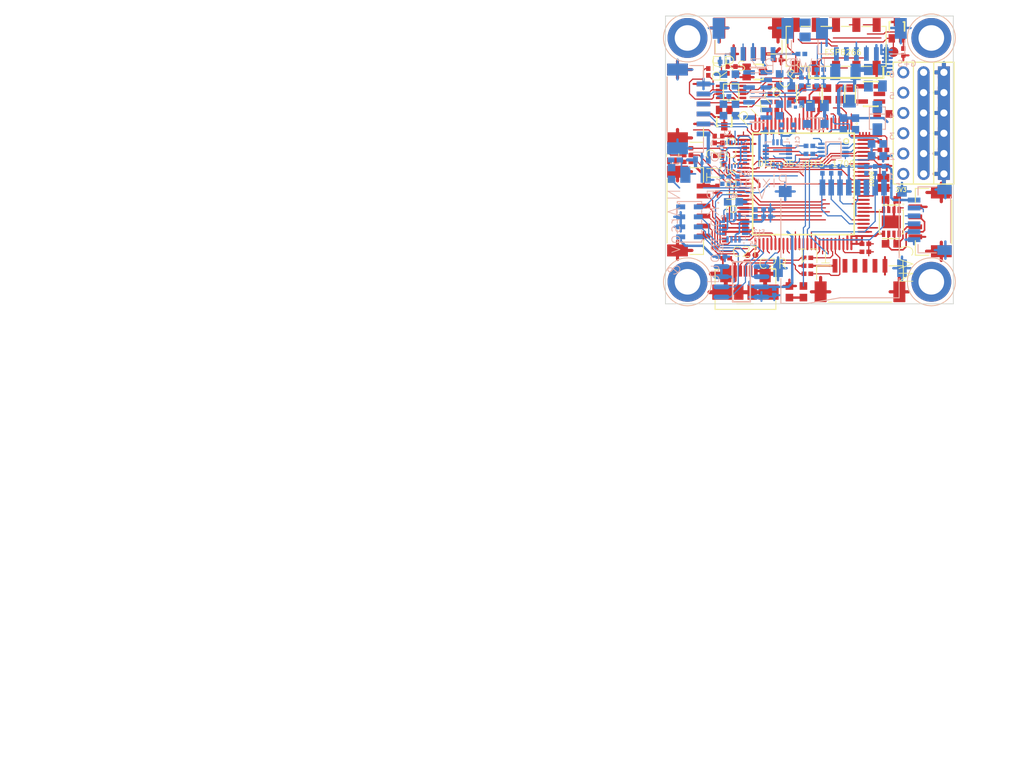
<source format=kicad_pcb>
(kicad_pcb (version 4) (host pcbnew "(2014-07-21 BZR 5016)-product")
  (layers (0 F.Cu signal) (1 In1.Cu signal) (2 In2.Cu signal) (31 B.Cu signal) (34 B.Paste user) (35 F.Paste user) (36 B.SilkS user) (37 F.SilkS user) (38 B.Mask user) (39 F.Mask user) (44 Edge.Cuts user))
  (net 0 "")
  (net 1 "Net1")
  (net 2 "VDD_3V3_PERIPH_EN")
  (net 3 "SBUS_INV")
  (net 4 "NetR200_1")
  (net 5 "NetBOOT1_1")
  (net 6 "FRSKY_INV")
  (net 7 "FMU_RC_OUTPUT")
  (net 8 "CAN2_TX")
  (net 9 "CAN2_RX")
  (net 10 "8266_RTS")
  (net 11 "8266_CTS")
  (net 12 "NetD301_1")
  (net 13 "FMU_VBAT")
  (net 14 "NetC526_2")
  (net 15 "20608_DRDY")
  (net 16 "20608_CS")
  (net 17 "NetBUT/BUZ_2")
  (net 18 "NetPOWER LED_2")
  (net 19 "BOOT0")
  (net 20 "FRSKY_IN")
  (net 21 "OSC_OUT")
  (net 22 "OSC_IN")
  (net 23 "NetLED100_3")
  (net 24 "NetLED100_2")
  (net 25 "NetLED100_1")
  (net 26 "NetCAN1_3")
  (net 27 "NetCAN1_2")
  (net 28 "LED_SAFETY")
  (net 29 "FMU_LED_GREEN")
  (net 30 "FMU_LED_BLUE")
  (net 31 "8266_RST")
  (net 32 "8266_PD")
  (net 33 "8266_GPIO2")
  (net 34 "8266_GPIO0")
  (net 35 "NetPPM-RSSI-SBUS-SPEKTRUM_3")
  (net 36 "GND")
  (net 37 "FRAM_CS")
  (net 38 "ALARM")
  (net 39 "BATT_CURRENT_SENS")
  (net 40 "BATT_VOLT_SENS")
  (net 41 "CAN1_RX")
  (net 42 "CAN1_TX")
  (net 43 "FMU_CH1")
  (net 44 "FMU_CH2")
  (net 45 "FMU_CH3")
  (net 46 "FMU_CH4")
  (net 47 "FMU_CH5")
  (net 48 "FMU_CH6")
  (net 49 "FMU_I2C1_SCL")
  (net 50 "FMU_I2C1_SDA")
  (net 51 "FMU_SWCLK")
  (net 52 "FMU_SWDIO")
  (net 53 "FMU_USART4_RX")
  (net 54 "FMU_USART4_TX")
  (net 55 "FMU_UART7_RX")
  (net 56 "FMU_UART7_TX")
  (net 57 "FMU_USART2_CTS")
  (net 58 "FMU_USART2_RTS")
  (net 59 "FMU_USART2_RX")
  (net 60 "FMU_USART2_TX")
  (net 61 "FMU_USART3_RX")
  (net 62 "FMU_USART3_TX")
  (net 63 "FMU_VDD_3V3")
  (net 64 "FRAM_MISO")
  (net 65 "FRAM_MOSI")
  (net 66 "FRAM_SCK")
  (net 67 "VBUS")
  (net 68 "NetC103_2")
  (net 69 "NetC304_1")
  (net 70 "NetC305_1")
  (net 71 "NetC503_2")
  (net 72 "NetD102_2")
  (net 73 "NetJ401_2")
  (net 74 "NetJ401_3")
  (net 75 "RSSI_IN")
  (net 76 "SAFETY_SWITCH_IN")
  (net 77 "SDIO_CK")
  (net 78 "SDIO_CMD")
  (net 79 "SDIO_D0")
  (net 80 "SDIO_D1")
  (net 81 "SDIO_D2")
  (net 82 "SDIO_D3")
  (net 83 "VDD_3V3_SENSORS_EN")
  (net 84 "VDD_3V3_SENSORS")
  (net 85 "VDD_3V3_PERIPH")
  (net 86 "VDD_5V_BRICK")
  (net 87 "VDD_5V_IN")
  (net 88 "VDD_5V_PERIPH")
  (net 89 "VDD_5V_SENS")
  (net 90 "VDD_SERVO")
  (net 91 "VDD_5V_RECEIVER")
  (net 92 "NetC509_2")
  (net 93 "NetQ100_3")
  (net 94 "RST")
  (net 95 "BARO_CS")
  (net 96 "FMU_LED_RED")
  (net 97 "MPU9250_CS")
  (net 98 "MPU9250_DRDY")
  (net 99 "NetC403_1")
  (net 100 "NetC405_1")
  (net 101 "VBUS_VALID")
  (net 102 "VDD_BRICK_VALID")
  (net 103 "MPU9250_MISO")
  (net 104 "MPU9250_MOSI")
  (net 105 "MPU9250_SCK")
  (net 106 "OTG_FS_DM")
  (net 107 "OTG_FS_DP")
  (net 108 "FMU_USART3_CTS")
  (net 109 "FMU_USART3_RTS")
  (net 110 "FMU_USART8_RX")
  (net 111 "FMU_USART8_TX")
  (net 112 "SPEKTRUM_POWER")
  (net 113 "VDD_3V3_SPEKTRUM")
  (net 114 "FMU_USART1_RX")
  (net 115 "FMU_USART1_TX")
  (net 116 "FMU_RC_INPUT")
  (net 117 "FRSKY_OUT")
  (net 118 "NetEMI201_2")
  (net 119 "NetR452_2")
  (net 120 "NetR454_2")
  (net 121 "RC_INPUT")
  (net 122 "BUZZER+")
  (net 123 "BUZZER-")
  (net 124 "HMC5983_CS")
  (net 125 "HMC5983_DRDY")
  (net 126 "NetC522_1")
  (net 127 "NetC522_2")
  (net 128 "NetC523_2")
  (module "DCU(SM-8)" (layer F.Cu) (at 91.2 -85.05)
    (fp_text reference "U1203" hide)
    (fp_text value "U1203" (at 0 0) (layer F.SilkS) (effects (font (thickness 0.05))))
    (fp_text value "" hide)
    (pad "6" smd rect (at 1.50000 0.25000 180) (size 0.8 0.3) (layers F.Cu F.Mask F.Paste) (net 7 "FMU_RC_OUTPUT"))
    (pad "5" smd rect (at 1.50000 0.75006 180) (size 0.8 0.3) (layers F.Cu F.Mask F.Paste) (net 3 "SBUS_INV"))
    (pad "8" smd rect (at 1.50000 -0.75006) (size 0.8 0.3) (layers F.Cu F.Mask F.Paste) (net 63 "FMU_VDD_3V3"))
    (pad "7" smd rect (at 1.50000 -0.25000) (size 0.8 0.3) (layers F.Cu F.Mask F.Paste) (net 116 "FMU_RC_INPUT"))
    (pad "3" smd rect (at -1.50000 0.25000 180) (size 0.8 0.3) (layers F.Cu F.Mask F.Paste) (net 4 "NetR200_1"))
    (pad "4" smd rect (at -1.50000 0.75006 180) (size 0.8 0.3) (layers F.Cu F.Mask F.Paste) (net 36 "GND"))
    (pad "1" smd rect (at -1.50000 -0.75006) (size 0.8 0.3) (layers F.Cu F.Mask F.Paste) (net 3 "SBUS_INV"))
    (pad "2" smd rect (at -1.50000 -0.25000) (size 0.8 0.3) (layers F.Cu F.Mask F.Paste) (net 121 "RC_INPUT"))
  )
  (module "DCU(SM-8)" (layer B.Cu) (at 104 -77.8)
    (fp_text reference "U1202" hide)
    (fp_text value "U1202" (at 0 0) (layer F.SilkS) (effects (font (thickness 0.05))))
    (fp_text value "" hide)
    (pad "6" smd rect (at -1.50000 0.25000) (size 0.8 0.3) (layers B.Cu B.Mask B.Paste) (net 120 "NetR454_2"))
    (pad "5" smd rect (at -1.50000 0.75006) (size 0.8 0.3) (layers B.Cu B.Mask B.Paste) (net 6 "FRSKY_INV"))
    (pad "8" smd rect (at -1.50000 -0.75006 180) (size 0.8 0.3) (layers B.Cu B.Mask B.Paste) (net 63 "FMU_VDD_3V3"))
    (pad "7" smd rect (at -1.50000 -0.25000 180) (size 0.8 0.3) (layers B.Cu B.Mask B.Paste) (net 119 "NetR452_2"))
    (pad "3" smd rect (at 1.50000 0.25000) (size 0.8 0.3) (layers B.Cu B.Mask B.Paste) (net 110 "FMU_USART8_RX"))
    (pad "4" smd rect (at 1.50000 0.75006) (size 0.8 0.3) (layers B.Cu B.Mask B.Paste) (net 36 "GND"))
    (pad "1" smd rect (at 1.50000 -0.75006 180) (size 0.8 0.3) (layers B.Cu B.Mask B.Paste) (net 6 "FRSKY_INV"))
    (pad "2" smd rect (at 1.50000 -0.25000 180) (size 0.8 0.3) (layers B.Cu B.Mask B.Paste) (net 111 "FMU_USART8_TX"))
  )
  (module "0402A" (layer B.Cu) (at 90.5 -84.5)
    (fp_text reference "R502" hide)
    (fp_text value "R502" (at 0 0) (layer F.SilkS) (effects (font (thickness 0.05))))
    (fp_text value "Resistor" hide)
    (pad "2" smd rect (at 0.42500 0.00000 270) (size 0.55 0.6) (layers B.Cu B.Mask B.Paste) (net 84 "VDD_3V3_SENSORS"))
    (pad "1" smd rect (at -0.42500 0.00000 270) (size 0.55 0.6) (layers B.Cu B.Mask B.Paste) (net 36 "GND"))
  )
  (module "0402A" (layer F.Cu) (at 89.65 -77.05)
    (fp_text reference "R302" hide)
    (fp_text value "R302" (at 0 0) (layer F.SilkS) (effects (font (thickness 0.05))))
    (fp_text value "Resistor" hide)
    (pad "2" smd rect (at 0.42500 0.00000 90) (size 0.55 0.6) (layers F.Cu F.Mask F.Paste) (net 5 "NetBOOT1_1"))
    (pad "1" smd rect (at -0.42500 0.00000 90) (size 0.55 0.6) (layers F.Cu F.Mask F.Paste) (net 36 "GND"))
  )
  (module "0402A" (layer F.Cu) (at 88.35 -87.55)
    (fp_text reference "R200" hide)
    (fp_text value "R200" (at 0 0) (layer F.SilkS) (effects (font (thickness 0.05))))
    (fp_text value "Resistor" hide)
    (pad "2" smd rect (at 0.00000 0.42500) (size 0.55 0.6) (layers F.Cu F.Mask F.Paste) (net 121 "RC_INPUT"))
    (pad "1" smd rect (at 0.00000 -0.42500) (size 0.55 0.6) (layers F.Cu F.Mask F.Paste) (net 4 "NetR200_1"))
  )
  (module "PAD1" (layer F.Cu) (at 94.25 -64.65)
    (fp_text reference "C2T" hide)
    (fp_text value "C2T" (at 0 0) (layer F.SilkS) (effects (font (thickness 0.05))))
    (fp_text value "" hide)
    (pad "1" smd circle (at 0.00000 0.00000 90) (size 0.75 0.75) (layers F.Cu F.Mask F.Paste) (net 8 "CAN2_TX"))
  )
  (module "PAD1" (layer F.Cu) (at 93.25 -64.65)
    (fp_text reference "C2R" hide)
    (fp_text value "C2R" (at 0 0) (layer F.SilkS) (effects (font (thickness 0.05))))
    (fp_text value "" hide)
    (pad "1" smd circle (at 0.00000 0.00000 90) (size 0.75 0.75) (layers F.Cu F.Mask F.Paste) (net 9 "CAN2_RX"))
  )
  (module "PAD1" (layer F.Cu) (at 90.25 -76.05)
    (fp_text reference "BOOT1" hide)
    (fp_text value "BOOT1" (at 0 0) (layer F.SilkS) (effects (font (thickness 0.05))))
    (fp_text value "" hide)
    (pad "1" smd circle (at 0.00000 0.00000 90) (size 0.8 0.8) (layers F.Cu F.Mask F.Paste) (net 5 "NetBOOT1_1"))
  )
  (module "0603A" (layer B.Cu) (at 83.75 -74.85)
    (fp_text reference "R319" hide)
    (fp_text value "R319" (at 0 0) (layer F.SilkS) (effects (font (thickness 0.05))))
    (fp_text value "Resistor" hide)
    (pad "1" smd rect (at 0.00000 0.72500 90) (size 0.9 0.95) (layers B.Cu B.Mask B.Paste) (net 63 "FMU_VDD_3V3"))
    (pad "2" smd rect (at 0.00000 -0.72500 90) (size 0.9 0.95) (layers B.Cu B.Mask B.Paste) (net 12 "NetD301_1"))
  )
  (module "SOD-523" (layer B.Cu) (at 84.25 -76.55)
    (fp_text reference "D301" hide)
    (fp_text value "D301" (at 0 0) (layer F.SilkS) (effects (font (thickness 0.05))))
    (fp_text value "Schottky Diode" hide)
    (pad "1" smd rect (at -0.55000 0.00000 180) (size 0.8 0.6) (layers B.Cu B.Mask B.Paste) (net 12 "NetD301_1"))
    (pad "2" smd rect (at 0.55000 0.00000 180) (size 0.8 0.6) (layers B.Cu B.Mask B.Paste) (net 13 "FMU_VBAT"))
  )
  (module "1206A" (layer B.Cu) (at 86.75 -74.7)
    (fp_text reference "C320" hide)
    (fp_text value "C320" (at 0 0) (layer F.SilkS) (effects (font (thickness 0.05))))
    (fp_text value "Capacitor" hide)
    (pad "2" smd rect (at -1.27000 0.00000 180) (size 1.27 2.032) (layers B.Cu B.Mask B.Paste) (net 13 "FMU_VBAT"))
    (pad "1" smd rect (at 1.27000 0.00000 180) (size 1.27 2.032) (layers B.Cu B.Mask B.Paste) (net 36 "GND"))
  )
  (module "0603A" (layer F.Cu) (at 106.1 -84.8)
    (fp_text reference "R318" hide)
    (fp_text value "R318" (at 0 0) (layer F.SilkS) (effects (font (thickness 0.05))))
    (fp_text value "Resistor" hide)
    (pad "2" smd rect (at 0.00000 0.72500 270) (size 0.95 0.95) (layers F.Cu F.Mask F.Paste) (net 63 "FMU_VDD_3V3"))
    (pad "1" smd rect (at 0.00000 -0.72500 270) (size 0.95 0.95) (layers F.Cu F.Mask F.Paste) (net 36 "GND"))
  )
  (module "HCLGA-16L" (layer B.Cu) (at 97.00166 -77.29988)
    (fp_text reference "U500" hide)
    (fp_text value "U500" (at 0 0) (layer F.SilkS) (effects (font (thickness 0.05))))
    (fp_text value "" hide)
    (pad "1" smd rect (at 1.45000 -0.99999 90) (size 0.3 0.75) (layers B.Cu B.Mask B.Paste) (net 84 "VDD_3V3_SENSORS"))
    (pad "2" smd rect (at 1.45000 -0.49999 90) (size 0.3 0.75) (layers B.Cu B.Mask B.Paste) (net 105 "MPU9250_SCK"))
    (pad "3" smd rect (at 1.45000 0.00000 90) (size 0.3 0.75) (layers B.Cu B.Mask B.Paste) (net 104 "MPU9250_MOSI"))
    (pad "4" smd rect (at 1.45000 0.50000 90) (size 0.3 0.75) (layers B.Cu B.Mask B.Paste) (net 103 "MPU9250_MISO"))
    (pad "6" smd rect (at 0.50000 1.45001) (size 0.3 0.75) (layers B.Cu B.Mask B.Paste) (net 15 "20608_DRDY"))
    (pad "7" smd rect (at 0.00000 1.45001) (size 0.3 0.75) (layers B.Cu B.Mask B.Paste) (net 36 "GND"))
    (pad "8" smd rect (at -0.50000 1.45000) (size 0.3 0.75) (layers B.Cu B.Mask B.Paste) (net 36 "GND"))
    (pad "5" smd rect (at 1.45000 1.00000 90) (size 0.3 0.75) (layers B.Cu B.Mask B.Paste) (net 16 "20608_CS"))
    (pad "13" smd rect (at -1.45000 -0.99999 270) (size 0.3 0.75) (layers B.Cu B.Mask B.Paste) (net 36 "GND"))
    (pad "16" smd rect (at 0.50000 -1.45000 180) (size 0.3 0.75) (layers B.Cu B.Mask B.Paste) (net 84 "VDD_3V3_SENSORS"))
    (pad "15" smd rect (at 0.00000 -1.45000 180) (size 0.3 0.75) (layers B.Cu B.Mask B.Paste) (net 36 "GND"))
    (pad "14" smd rect (at -0.50000 -1.44999 180) (size 0.3 0.75) (layers B.Cu B.Mask B.Paste) (net 14 "NetC526_2"))
    (pad "12" smd rect (at -1.45000 -0.49999 270) (size 0.3 0.75) (layers B.Cu B.Mask B.Paste) (net 36 "GND"))
    (pad "11" smd rect (at -1.45000 0.00000 270) (size 0.3 0.75) (layers B.Cu B.Mask B.Paste) (net 36 "GND"))
    (pad "10" smd rect (at -1.45000 0.50000 270) (size 0.3 0.75) (layers B.Cu B.Mask B.Paste) (net 36 "GND"))
    (pad "9" smd rect (at -1.45000 1.00000 270) (size 0.3 0.75) (layers B.Cu B.Mask B.Paste) (net 36 "GND"))
  )
  (module "0402A" (layer B.Cu) (at 95.95 -80.05)
    (fp_text reference "C526" hide)
    (fp_text value "C526" (at 0 0) (layer F.SilkS) (effects (font (thickness 0.05))))
    (fp_text value "Capacitor" hide)
    (pad "1" smd rect (at -0.42500 0.00000 270) (size 0.55 0.6) (layers B.Cu B.Mask B.Paste) (net 36 "GND"))
    (pad "2" smd rect (at 0.42500 0.00000 270) (size 0.55 0.6) (layers B.Cu B.Mask B.Paste) (net 14 "NetC526_2"))
  )
  (module "0402A" (layer B.Cu) (at 97.5 -80.5)
    (fp_text reference "C525" hide)
    (fp_text value "C525" (at 0 0) (layer F.SilkS) (effects (font (thickness 0.05))))
    (fp_text value "Capacitor" hide)
    (pad "2" smd rect (at 0.00000 0.42500 180) (size 0.55 0.6) (layers B.Cu B.Mask B.Paste) (net 84 "VDD_3V3_SENSORS"))
    (pad "1" smd rect (at 0.00000 -0.42500 180) (size 0.55 0.6) (layers B.Cu B.Mask B.Paste) (net 36 "GND"))
  )
  (module "0402A" (layer B.Cu) (at 99 -80.5)
    (fp_text reference "C524" hide)
    (fp_text value "C524" (at 0 0) (layer F.SilkS) (effects (font (thickness 0.05))))
    (fp_text value "Capacitor" hide)
    (pad "2" smd rect (at 0.00000 0.42500 180) (size 0.55 0.6) (layers B.Cu B.Mask B.Paste) (net 84 "VDD_3V3_SENSORS"))
    (pad "1" smd rect (at 0.00000 -0.42500 180) (size 0.55 0.6) (layers B.Cu B.Mask B.Paste) (net 36 "GND"))
  )
  (module "8DFN_3x3" (layer F.Cu) (at 111.25 -68.8)
    (fp_text reference "U10" hide)
    (fp_text value "U10" (at 0 0) (layer F.SilkS) (effects (font (thickness 0.05))))
    (fp_text value "" hide)
    (pad "EP" smd rect (at 0.00000 0.00000 180) (size 2.4 1.6) (layers F.Cu F.Mask F.Paste) (net 36 "GND"))
    (pad "1" smd rect (at 0.97500 -1.50000 270) (size 0.8 0.4) (layers F.Cu F.Mask F.Paste) (net 42 "CAN1_TX"))
    (pad "2" smd rect (at 0.32500 -1.50000 270) (size 0.8 0.4) (layers F.Cu F.Mask F.Paste) (net 36 "GND"))
    (pad "4" smd rect (at -0.97500 -1.50000 270) (size 0.8 0.4) (layers F.Cu F.Mask F.Paste) (net 41 "CAN1_RX"))
    (pad "3" smd rect (at -0.32500 -1.50000 270) (size 0.8 0.4) (layers F.Cu F.Mask F.Paste) (net 88 "VDD_5V_PERIPH"))
    (pad "7" smd rect (at 0.32500 1.50000 90) (size 0.8 0.4) (layers F.Cu F.Mask F.Paste) (net 27 "NetCAN1_2"))
    (pad "8" smd rect (at 0.97500 1.50000 90) (size 0.8 0.4) (layers F.Cu F.Mask F.Paste) (net 36 "GND"))
    (pad "6" smd rect (at -0.32500 1.50000 90) (size 0.8 0.4) (layers F.Cu F.Mask F.Paste) (net 26 "NetCAN1_3"))
    (pad "5" smd rect (at -0.97500 1.50000 90) (size 0.8 0.4) (layers F.Cu F.Mask F.Paste) (net 63 "FMU_VDD_3V3"))
  )
  (module "Molex_Clik_1.25_5H" (layer B.Cu) (at 93.95 -89.8)
    (fp_text reference "BUT/BUZ" hide)
    (fp_text value "BUT/BUZ" (at 0 0) (layer F.SilkS) (effects (font (thickness 0.05))))
    (fp_text value "Header, 5-Pin" hide)
    (pad "5" smd rect (at 2.50000 0.00000 180) (size 0.6 1.7) (layers B.Cu B.Mask B.Paste) (net 122 "BUZZER+"))
    (pad "4" smd rect (at 1.25000 0.00000) (size 0.6 1.7) (layers B.Cu B.Mask B.Paste) (net 123 "BUZZER-"))
    (pad "3" smd rect (at 0.00000 0.00000) (size 0.6 1.7) (layers B.Cu B.Mask B.Paste) (net 63 "FMU_VDD_3V3"))
    (pad "2" smd rect (at -1.25000 0.00000) (size 0.6 1.7) (layers B.Cu B.Mask B.Paste) (net 17 "NetBUT/BUZ_2"))
    (pad "1" smd rect (at -2.50000 0.00000) (size 0.6 1.7) (layers B.Cu B.Mask B.Paste) (net 76 "SAFETY_SWITCH_IN"))
    (pad "GND" smd rect (at -4.30000 -3.20000) (size 1.5 2.6) (layers B.Cu B.Mask B.Paste) (net 36 "GND"))
    (pad "GND" smd rect (at 4.30000 -3.20000) (size 1.5 2.6) (layers B.Cu B.Mask B.Paste) (net 36 "GND"))
  )
  (module "PAD1" (layer F.Cu) (at 110.25 -73.05)
    (fp_text reference "3V3" hide)
    (fp_text value "3V3" (at 0 0) (layer F.SilkS) (effects (font (thickness 0.05))))
    (fp_text value "" hide)
    (pad "1" smd rect (at 0.00000 0.00000 180) (size 1.5 1) (layers F.Cu F.Mask F.Paste) (net 63 "FMU_VDD_3V3"))
  )
  (module "0603A" (layer F.Cu) (at 98.5 -60.05)
    (fp_text reference "R140" hide)
    (fp_text value "R140" (at 0 0) (layer F.SilkS) (effects (font (thickness 0.05))))
    (fp_text value "Resistor" hide)
    (pad "1" smd rect (at 0.00000 -0.72500 270) (size 0.95 0.95) (layers F.Cu F.Mask F.Paste) (net 36 "GND"))
    (pad "2" smd rect (at 0.00000 0.72501 270) (size 0.95 0.95) (layers F.Cu F.Mask F.Paste) (net 18 "NetPOWER LED_2"))
  )
  (module "0603A" (layer F.Cu) (at 100.25 -60.05)
    (fp_text reference "POWER LED" hide)
    (fp_text value "POWER LED" (at 0 0) (layer F.SilkS) (effects (font (thickness 0.05))))
    (fp_text value "Typical INFRARED GaAs LED" hide)
    (pad "1" smd rect (at 0.00000 -0.72500 270) (size 0.95 0.95) (layers F.Cu F.Mask F.Paste) (net 87 "VDD_5V_IN"))
    (pad "2" smd rect (at 0.00000 0.72500 270) (size 0.95 0.95) (layers F.Cu F.Mask F.Paste) (net 18 "NetPOWER LED_2"))
  )
  (module "0402A" (layer F.Cu) (at 110.25 -75.8)
    (fp_text reference "R301" hide)
    (fp_text value "R301" (at 0 0) (layer F.SilkS) (effects (font (thickness 0.05))))
    (fp_text value "Resistor" hide)
    (pad "1" smd rect (at -0.42500 0.00000 90) (size 0.55 0.6) (layers F.Cu F.Mask F.Paste) (net 19 "BOOT0"))
    (pad "2" smd rect (at 0.42500 0.00000 90) (size 0.55 0.6) (layers F.Cu F.Mask F.Paste) (net 36 "GND"))
  )
  (module "HDR1X6" (layer F.Cu) (at 115.283 -74.8)
    (fp_text reference "VDD_SERVO_1_6" hide)
    (fp_text value "VDD_SERVO_1_6" (at 0 0) (layer F.SilkS) (effects (font (thickness 0.05))))
    (fp_text value "Header, 6-Pin" hide)
    (pad "1" thru_hole circle (at 0.00000 0.00000 90) (size 1.5 1.5) (drill 0.9) (layers *.Cu F.Mask F.Paste B.Mask B.Paste) (net 90 "VDD_SERVO"))
    (pad "2" thru_hole circle (at 0.00000 -2.54000 90) (size 1.5 1.5) (drill 0.9) (layers *.Cu F.Mask F.Paste B.Mask B.Paste) (net 90 "VDD_SERVO"))
    (pad "3" thru_hole circle (at 0.00000 -5.08000 90) (size 1.5 1.5) (drill 0.9) (layers *.Cu F.Mask F.Paste B.Mask B.Paste) (net 90 "VDD_SERVO"))
    (pad "4" thru_hole circle (at 0.00000 -7.62000 90) (size 1.5 1.5) (drill 0.9) (layers *.Cu F.Mask F.Paste B.Mask B.Paste) (net 90 "VDD_SERVO"))
    (pad "5" thru_hole circle (at 0.00000 -10.16000 90) (size 1.5 1.5) (drill 0.9) (layers *.Cu F.Mask F.Paste B.Mask B.Paste) (net 90 "VDD_SERVO"))
    (pad "6" thru_hole circle (at 0.00000 -12.70000 90) (size 1.5 1.5) (drill 0.9) (layers *.Cu F.Mask F.Paste B.Mask B.Paste) (net 90 "VDD_SERVO"))
  )
  (module "HDR1X6" (layer F.Cu) (at 112.743 -74.8)
    (fp_text reference "SERVO_1_6" hide)
    (fp_text value "SERVO_1_6" (at 0 0) (layer F.SilkS) (effects (font (thickness 0.05))))
    (fp_text value "Header, 6-Pin" hide)
    (pad "1" thru_hole circle (at 0.00000 0.00000 90) (size 1.5 1.5) (drill 0.9) (layers *.Cu F.Mask F.Paste B.Mask B.Paste) (net 43 "FMU_CH1"))
    (pad "2" thru_hole circle (at 0.00000 -2.54000 90) (size 1.5 1.5) (drill 0.9) (layers *.Cu F.Mask F.Paste B.Mask B.Paste) (net 44 "FMU_CH2"))
    (pad "3" thru_hole circle (at 0.00000 -5.08000 90) (size 1.5 1.5) (drill 0.9) (layers *.Cu F.Mask F.Paste B.Mask B.Paste) (net 45 "FMU_CH3"))
    (pad "4" thru_hole circle (at 0.00000 -7.62000 90) (size 1.5 1.5) (drill 0.9) (layers *.Cu F.Mask F.Paste B.Mask B.Paste) (net 46 "FMU_CH4"))
    (pad "5" thru_hole circle (at 0.00000 -10.16000 90) (size 1.5 1.5) (drill 0.9) (layers *.Cu F.Mask F.Paste B.Mask B.Paste) (net 47 "FMU_CH5"))
    (pad "6" thru_hole circle (at 0.00000 -12.70000 90) (size 1.5 1.5) (drill 0.9) (layers *.Cu F.Mask F.Paste B.Mask B.Paste) (net 48 "FMU_CH6"))
  )
  (module "HDR1X6" (layer F.Cu) (at 117.823 -74.8)
    (fp_text reference "GND_SERVO_1_6" hide)
    (fp_text value "GND_SERVO_1_6" (at 0 0) (layer F.SilkS) (effects (font (thickness 0.05))))
    (fp_text value "Header, 6-Pin" hide)
    (pad "1" thru_hole rect (at 0.00000 0.00000 90) (size 1.5 1.5) (drill 0.9) (layers *.Cu F.Mask F.Paste B.Mask B.Paste) (net 36 "GND"))
    (pad "2" thru_hole rect (at 0.00000 -2.54000 90) (size 1.5 1.5) (drill 0.9) (layers *.Cu F.Mask F.Paste B.Mask B.Paste) (net 36 "GND"))
    (pad "3" thru_hole rect (at 0.00000 -5.08000 90) (size 1.5 1.5) (drill 0.9) (layers *.Cu F.Mask F.Paste B.Mask B.Paste) (net 36 "GND"))
    (pad "4" thru_hole rect (at 0.00000 -7.62000 90) (size 1.5 1.5) (drill 0.9) (layers *.Cu F.Mask F.Paste B.Mask B.Paste) (net 36 "GND"))
    (pad "5" thru_hole rect (at 0.00000 -10.16000 90) (size 1.5 1.5) (drill 0.9) (layers *.Cu F.Mask F.Paste B.Mask B.Paste) (net 36 "GND"))
    (pad "6" thru_hole rect (at 0.00000 -12.70000 90) (size 1.5 1.5) (drill 0.9) (layers *.Cu F.Mask F.Paste B.Mask B.Paste) (net 36 "GND"))
  )
  (module "Crystal_2.5x2" (layer F.Cu) (at 101 -84.8)
    (fp_text reference "X301" hide)
    (fp_text value "X301" (at 0 0) (layer F.SilkS) (effects (font (thickness 0.05))))
    (fp_text value "" hide)
    (pad "4" smd rect (at -0.88900 -0.76200) (size 1.016 0.889) (layers F.Cu F.Mask F.Paste) (net 36 "GND"))
    (pad "2" smd rect (at 0.88900 0.76200 180) (size 1.016 0.889) (layers F.Cu F.Mask F.Paste) (net 36 "GND"))
    (pad "3" smd rect (at 0.88900 -0.76200 180) (size 1.016 0.889) (layers F.Cu F.Mask F.Paste) (net 22 "OSC_IN"))
    (pad "1" smd rect (at -0.88900 0.76200 180) (size 1.016 0.889) (layers F.Cu F.Mask F.Paste) (net 21 "OSC_OUT"))
  )
  (module "0402A" (layer B.Cu) (at 101 -77.3)
    (fp_text reference "R454" hide)
    (fp_text value "R454" (at 0 0) (layer F.SilkS) (effects (font (thickness 0.05))))
    (fp_text value "Resistor" hide)
    (pad "1" smd rect (at -0.42500 0.00000 270) (size 0.55 0.6) (layers B.Cu B.Mask B.Paste) (net 20 "FRSKY_IN"))
    (pad "2" smd rect (at 0.42500 0.00000 270) (size 0.55 0.6) (layers B.Cu B.Mask B.Paste) (net 120 "NetR454_2"))
  )
  (module "0402A" (layer B.Cu) (at 101 -78.3)
    (fp_text reference "R452" hide)
    (fp_text value "R452" (at 0 0) (layer F.SilkS) (effects (font (thickness 0.05))))
    (fp_text value "Resistor" hide)
    (pad "1" smd rect (at -0.42500 0.00000 270) (size 0.55 0.6) (layers B.Cu B.Mask B.Paste) (net 117 "FRSKY_OUT"))
    (pad "2" smd rect (at 0.42500 0.00000 270) (size 0.55 0.6) (layers B.Cu B.Mask B.Paste) (net 119 "NetR452_2"))
  )
  (module "LTST-C19HE1WT" (layer F.Cu) (at 83.9 -77.15)
    (fp_text reference "LED100" hide)
    (fp_text value "LED100" (at 0 0) (layer F.SilkS) (effects (font (thickness 0.05))))
    (fp_text value "" hide)
    (pad "1" smd rect (at -0.42500 -0.72500 90) (size 0.85 0.55) (layers F.Cu F.Mask F.Paste) (net 25 "NetLED100_1"))
    (pad "2" smd rect (at 0.42500 -0.72500 90) (size 0.85 0.65) (layers F.Cu F.Mask F.Paste) (net 24 "NetLED100_2"))
    (pad "4" smd rect (at -0.42500 0.72500 90) (size 0.85 0.55) (layers F.Cu F.Mask F.Paste) (net 63 "FMU_VDD_3V3"))
    (pad "3" smd rect (at 0.42500 0.72500 90) (size 0.85 0.65) (layers F.Cu F.Mask F.Paste) (net 23 "NetLED100_3"))
  )
  (module "SM06B-SRSH-TB" (layer B.Cu) (at 116.05 -69.05)
    (fp_text reference "JTAG" hide)
    (fp_text value "JTAG" (at 0 0) (layer F.SilkS) (effects (font (thickness 0.05))))
    (fp_text value "Header, 6-Pin" hide)
    (pad "6" smd rect (at -1.95580 2.47650 270) (size 0.6096 1.5748) (layers B.Cu B.Mask B.Paste) (net 36 "GND"))
    (pad "5" smd rect (at -1.95580 1.48590 270) (size 0.6096 1.5748) (layers B.Cu B.Mask B.Paste) (net 51 "FMU_SWCLK"))
    (pad "4" smd rect (at -1.95580 0.49530 270) (size 0.6096 1.5748) (layers B.Cu B.Mask B.Paste) (net 52 "FMU_SWDIO"))
    (pad "3" smd rect (at -1.95580 -0.49530 270) (size 0.6096 1.5748) (layers B.Cu B.Mask B.Paste) (net 55 "FMU_UART7_RX"))
    (pad "2" smd rect (at -1.95580 -1.48590 270) (size 0.6096 1.5748) (layers B.Cu B.Mask B.Paste) (net 56 "FMU_UART7_TX"))
    (pad "GND" smd rect (at 1.85000 -3.78460 270) (size 1.2 1.8) (layers B.Cu B.Mask B.Paste) (net 36 "GND"))
    (pad "GND" smd rect (at 1.85000 3.78460 270) (size 1.2 1.8) (layers B.Cu B.Mask B.Paste) (net 36 "GND"))
    (pad "1" smd rect (at -1.95580 -2.47650 270) (size 0.6096 1.5748) (layers B.Cu B.Mask B.Paste) (net 63 "FMU_VDD_3V3"))
  )
  (module "Molex_1.25_click_4" (layer F.Cu) (at 114.25 -68.8)
    (fp_text reference "CAN1" hide)
    (fp_text value "CAN1" (at 0 0) (layer F.SilkS) (effects (font (thickness 0.05))))
    (fp_text value "Header, 4-Pin" hide)
    (pad "4" smd rect (at 0.00000 -1.87500 90) (size 0.6 1.7) (layers F.Cu F.Mask F.Paste) (net 36 "GND"))
    (pad "3" smd rect (at 0.00000 -0.62500 90) (size 0.6 1.7) (layers F.Cu F.Mask F.Paste) (net 26 "NetCAN1_3"))
    (pad "2" smd rect (at 0.00000 0.62500 90) (size 0.6 1.7) (layers F.Cu F.Mask F.Paste) (net 27 "NetCAN1_2"))
    (pad "1" smd rect (at 0.00000 1.87500 90) (size 0.6 1.7) (layers F.Cu F.Mask F.Paste) (net 88 "VDD_5V_PERIPH"))
    (pad "GND" smd rect (at 3.25000 3.67500 90) (size 1.5 2.6) (layers F.Cu F.Mask F.Paste) (net 36 "GND"))
    (pad "GND" smd rect (at 3.25000 -3.67500 90) (size 1.5 2.6) (layers F.Cu F.Mask F.Paste) (net 36 "GND"))
  )
  (module "0603A" (layer F.Cu) (at 98.75 -84.8)
    (fp_text reference "C303" hide)
    (fp_text value "C303" (at 0 0) (layer F.SilkS) (effects (font (thickness 0.05))))
    (fp_text value "Capacitor" hide)
    (pad "1" smd rect (at 0.00000 -0.72500 270) (size 0.95 0.95) (layers F.Cu F.Mask F.Paste) (net 36 "GND"))
    (pad "2" smd rect (at 0.00000 0.72500 270) (size 0.95 0.95) (layers F.Cu F.Mask F.Paste) (net 21 "OSC_OUT"))
  )
  (module "0603A" (layer F.Cu) (at 103.25 -84.8)
    (fp_text reference "C302" hide)
    (fp_text value "C302" (at 0 0) (layer F.SilkS) (effects (font (thickness 0.05))))
    (fp_text value "Capacitor" hide)
    (pad "1" smd rect (at 0.00000 0.72500 90) (size 0.95 0.95) (layers F.Cu F.Mask F.Paste) (net 36 "GND"))
    (pad "2" smd rect (at 0.00000 -0.72500 90) (size 0.95 0.95) (layers F.Cu F.Mask F.Paste) (net 22 "OSC_IN"))
  )
  (module "0402A" (layer F.Cu) (at 91.75 -87.8)
    (fp_text reference "R131" hide)
    (fp_text value "R131" (at 0 0) (layer F.SilkS) (effects (font (thickness 0.05))))
    (fp_text value "Resistor" hide)
    (pad "1" smd rect (at 0.00000 -0.42500) (size 0.55 0.6) (layers F.Cu F.Mask F.Paste) (net 93 "NetQ100_3"))
    (pad "2" smd rect (at 0.00000 0.42500) (size 0.55 0.6) (layers F.Cu F.Mask F.Paste) (net 36 "GND"))
  )
  (module "0402A" (layer F.Cu) (at 90.75 -87.8)
    (fp_text reference "R130" hide)
    (fp_text value "R130" (at 0 0) (layer F.SilkS) (effects (font (thickness 0.05))))
    (fp_text value "Resistor" hide)
    (pad "2" smd rect (at 0.00000 0.42500) (size 0.55 0.6) (layers F.Cu F.Mask F.Paste) (net 38 "ALARM"))
    (pad "1" smd rect (at 0.00000 -0.42500) (size 0.55 0.6) (layers F.Cu F.Mask F.Paste) (net 93 "NetQ100_3"))
  )
  (module "SMT_PAD_ROUND" (layer F.Cu) (at 116.923 -92.497)
    (fp_text reference "G1" hide)
    (fp_text value "G1" (at 0 0) (layer F.SilkS) (effects (font (thickness 0.05))))
    (fp_text value "Plug" hide)
    (pad "1" thru_hole circle (at -0.67300 0.69700) (size 5 5) (drill 3.2) (layers *.Cu F.Mask F.Paste B.Mask B.Paste) (net 36 "GND"))
  )
  (module "SMT_PAD_ROUND" (layer F.Cu) (at 86.573 -62.047)
    (fp_text reference "G2" hide)
    (fp_text value "G2" (at 0 0) (layer F.SilkS) (effects (font (thickness 0.05))))
    (fp_text value "Plug" hide)
    (pad "1" thru_hole circle (at -0.82300 0.74700) (size 5 5) (drill 3.2) (layers *.Cu F.Mask F.Paste B.Mask B.Paste) (net 36 "GND"))
  )
  (module "SMT_PAD_ROUND" (layer F.Cu) (at 85.423 -92.497)
    (fp_text reference "G3" hide)
    (fp_text value "G3" (at 0 0) (layer F.SilkS) (effects (font (thickness 0.05))))
    (fp_text value "Plug" hide)
    (pad "1" thru_hole circle (at 0.32700 0.69700) (size 5 5) (drill 3.2) (layers *.Cu F.Mask F.Paste B.Mask B.Paste) (net 36 "GND"))
  )
  (module "SMT_PAD_ROUND" (layer F.Cu) (at 116.728 -60.452)
    (fp_text reference "G4" hide)
    (fp_text value "G4" (at 0 0) (layer F.SilkS) (effects (font (thickness 0.05))))
    (fp_text value "Plug" hide)
    (pad "1" thru_hole circle (at -0.47800 -0.84800) (size 5 5) (drill 3.2) (layers *.Cu F.Mask F.Paste B.Mask B.Paste) (net 36 "GND"))
  )
  (module "0805A" (layer B.Cu) (at 109.25 -87.85)
    (fp_text reference "C103" hide)
    (fp_text value "C103" (at 0 0) (layer F.SilkS) (effects (font (thickness 0.05))))
    (fp_text value "Capacitor" hide)
    (pad "1" smd rect (at 0.87500 0.00001 180) (size 1.1 1.4) (layers B.Cu B.Mask B.Paste) (net 36 "GND"))
    (pad "2" smd rect (at -0.87500 0.00001 180) (size 1.1 1.4) (layers B.Cu B.Mask B.Paste) (net 68 "NetC103_2"))
  )
  (module "0805A" (layer B.Cu) (at 109.25 -85.8)
    (fp_text reference "C105" hide)
    (fp_text value "C105" (at 0 0) (layer F.SilkS) (effects (font (thickness 0.05))))
    (fp_text value "Capacitor" hide)
    (pad "1" smd rect (at 0.87500 0.00001 180) (size 1.1 1.4) (layers B.Cu B.Mask B.Paste) (net 36 "GND"))
    (pad "2" smd rect (at -0.87500 0.00001 180) (size 1.1 1.4) (layers B.Cu B.Mask B.Paste) (net 87 "VDD_5V_IN"))
  )
  (module "0603A" (layer B.Cu) (at 98 -87.3)
    (fp_text reference "C118" hide)
    (fp_text value "C118" (at 0 0) (layer F.SilkS) (effects (font (thickness 0.05))))
    (fp_text value "Capacitor" hide)
    (pad "2" smd rect (at -0.72500 0.00000 180) (size 0.95 0.95) (layers B.Cu B.Mask B.Paste) (net 87 "VDD_5V_IN"))
    (pad "1" smd rect (at 0.72500 0.00000 180) (size 0.95 0.95) (layers B.Cu B.Mask B.Paste) (net 36 "GND"))
  )
  (module "0603A" (layer B.Cu) (at 90.25 -86.553)
    (fp_text reference "C119" hide)
    (fp_text value "C119" (at 0 0) (layer F.SilkS) (effects (font (thickness 0.05))))
    (fp_text value "Capacitor" hide)
    (pad "2" smd rect (at 0.00000 -0.72500 90) (size 0.95 0.95) (layers B.Cu B.Mask B.Paste) (net 85 "VDD_3V3_PERIPH"))
    (pad "1" smd rect (at 0.00000 0.72500 90) (size 0.95 0.95) (layers B.Cu B.Mask B.Paste) (net 36 "GND"))
  )
  (module "0603A" (layer B.Cu) (at 91.75 -86.553)
    (fp_text reference "C120" hide)
    (fp_text value "C120" (at 0 0) (layer F.SilkS) (effects (font (thickness 0.05))))
    (fp_text value "Capacitor" hide)
    (pad "1" smd rect (at 0.00000 0.72500 90) (size 0.95 0.95) (layers B.Cu B.Mask B.Paste) (net 36 "GND"))
    (pad "2" smd rect (at 0.00000 -0.72500 90) (size 0.95 0.95) (layers B.Cu B.Mask B.Paste) (net 85 "VDD_3V3_PERIPH"))
  )
  (module "0402A" (layer B.Cu) (at 96.6 -60.05)
    (fp_text reference "C301" hide)
    (fp_text value "C301" (at 0 0) (layer F.SilkS) (effects (font (thickness 0.05))))
    (fp_text value "Capacitor" hide)
    (pad "2" smd rect (at 0.00000 -0.42500) (size 0.55 0.6) (layers B.Cu B.Mask B.Paste) (net 63 "FMU_VDD_3V3"))
    (pad "1" smd rect (at 0.00000 0.42500) (size 0.55 0.6) (layers B.Cu B.Mask B.Paste) (net 36 "GND"))
  )
  (module "0402A" (layer F.Cu) (at 90.35 -68.65)
    (fp_text reference "C304" hide)
    (fp_text value "C304" (at 0 0) (layer F.SilkS) (effects (font (thickness 0.05))))
    (fp_text value "Capacitor" hide)
    (pad "1" smd rect (at 0.00000 0.42500 180) (size 0.55 0.6) (layers F.Cu F.Mask F.Paste) (net 69 "NetC304_1"))
    (pad "2" smd rect (at 0.00000 -0.42500 180) (size 0.55 0.6) (layers F.Cu F.Mask F.Paste) (net 36 "GND"))
  )
  (module "0402A" (layer F.Cu) (at 108 -65.05)
    (fp_text reference "C305" hide)
    (fp_text value "C305" (at 0 0) (layer F.SilkS) (effects (font (thickness 0.05))))
    (fp_text value "Capacitor" hide)
    (pad "1" smd rect (at -0.42500 0.00000 90) (size 0.55 0.6) (layers F.Cu F.Mask F.Paste) (net 70 "NetC305_1"))
    (pad "2" smd rect (at 0.42501 0.00000 90) (size 0.55 0.6) (layers F.Cu F.Mask F.Paste) (net 36 "GND"))
  )
  (module "0402A" (layer F.Cu) (at 109.8 -79.3)
    (fp_text reference "C310" hide)
    (fp_text value "C310" (at 0 0) (layer F.SilkS) (effects (font (thickness 0.05))))
    (fp_text value "Capacitor" hide)
    (pad "1" smd rect (at 0.00000 0.42500 180) (size 0.55 0.6) (layers F.Cu F.Mask F.Paste) (net 36 "GND"))
    (pad "2" smd rect (at 0.00000 -0.42500 180) (size 0.55 0.6) (layers F.Cu F.Mask F.Paste) (net 63 "FMU_VDD_3V3"))
  )
  (module "0402A" (layer F.Cu) (at 108 -66.05)
    (fp_text reference "C311" hide)
    (fp_text value "C311" (at 0 0) (layer F.SilkS) (effects (font (thickness 0.05))))
    (fp_text value "Capacitor" hide)
    (pad "1" smd rect (at 0.42500 0.00000 270) (size 0.55 0.6) (layers F.Cu F.Mask F.Paste) (net 36 "GND"))
    (pad "2" smd rect (at -0.42500 0.00000 270) (size 0.55 0.6) (layers F.Cu F.Mask F.Paste) (net 63 "FMU_VDD_3V3"))
  )
  (module "0402A" (layer F.Cu) (at 91.05 -79.1)
    (fp_text reference "C312" hide)
    (fp_text value "C312" (at 0 0) (layer F.SilkS) (effects (font (thickness 0.05))))
    (fp_text value "Capacitor" hide)
    (pad "1" smd rect (at 0.00000 -0.42500) (size 0.55 0.6) (layers F.Cu F.Mask F.Paste) (net 36 "GND"))
    (pad "2" smd rect (at 0.00000 0.42500) (size 0.55 0.6) (layers F.Cu F.Mask F.Paste) (net 63 "FMU_VDD_3V3"))
  )
  (module "0402A" (layer F.Cu) (at 101.85 -82.8)
    (fp_text reference "C313" hide)
    (fp_text value "C313" (at 0 0) (layer F.SilkS) (effects (font (thickness 0.05))))
    (fp_text value "Capacitor" hide)
    (pad "1" smd rect (at 0.42500 0.00000 270) (size 0.55 0.6) (layers F.Cu F.Mask F.Paste) (net 36 "GND"))
    (pad "2" smd rect (at -0.42500 0.00000 270) (size 0.55 0.6) (layers F.Cu F.Mask F.Paste) (net 63 "FMU_VDD_3V3"))
  )
  (module "0402A" (layer F.Cu) (at 90.35 -66.95)
    (fp_text reference "C314" hide)
    (fp_text value "C314" (at 0 0) (layer F.SilkS) (effects (font (thickness 0.05))))
    (fp_text value "Capacitor" hide)
    (pad "1" smd rect (at 0.00000 0.42500 180) (size 0.55 0.6) (layers F.Cu F.Mask F.Paste) (net 36 "GND"))
    (pad "2" smd rect (at 0.00000 -0.42500 180) (size 0.55 0.6) (layers F.Cu F.Mask F.Paste) (net 63 "FMU_VDD_3V3"))
  )
  (module "0402A" (layer F.Cu) (at 96.5 -83.8)
    (fp_text reference "C315" hide)
    (fp_text value "C315" (at 0 0) (layer F.SilkS) (effects (font (thickness 0.05))))
    (fp_text value "Capacitor" hide)
    (pad "1" smd rect (at 0.42500 0.00000 270) (size 0.55 0.6) (layers F.Cu F.Mask F.Paste) (net 36 "GND"))
    (pad "2" smd rect (at -0.42500 0.00000 270) (size 0.55 0.6) (layers F.Cu F.Mask F.Paste) (net 63 "FMU_VDD_3V3"))
  )
  (module "0402A" (layer F.Cu) (at 96.5 -82.8)
    (fp_text reference "C316" hide)
    (fp_text value "C316" (at 0 0) (layer F.SilkS) (effects (font (thickness 0.05))))
    (fp_text value "Capacitor" hide)
    (pad "1" smd rect (at 0.42500 0.00000 270) (size 0.55 0.6) (layers F.Cu F.Mask F.Paste) (net 36 "GND"))
    (pad "2" smd rect (at -0.42500 0.00000 270) (size 0.55 0.6) (layers F.Cu F.Mask F.Paste) (net 63 "FMU_VDD_3V3"))
  )
  (module "0603A" (layer F.Cu) (at 110.2 -82.3)
    (fp_text reference "C317" hide)
    (fp_text value "C317" (at 0 0) (layer F.SilkS) (effects (font (thickness 0.05))))
    (fp_text value "Capacitor" hide)
    (pad "1" smd rect (at -0.72500 0.00000) (size 0.95 0.95) (layers F.Cu F.Mask F.Paste) (net 36 "GND"))
    (pad "2" smd rect (at 0.72500 0.00000) (size 0.95 0.95) (layers F.Cu F.Mask F.Paste) (net 87 "VDD_5V_IN"))
  )
  (module "0603A" (layer F.Cu) (at 104.75 -84.8)
    (fp_text reference "C319" hide)
    (fp_text value "C319" (at 0 0) (layer F.SilkS) (effects (font (thickness 0.05))))
    (fp_text value "Capacitor" hide)
    (pad "1" smd rect (at 0.00000 -0.72500 270) (size 0.95 0.95) (layers F.Cu F.Mask F.Paste) (net 36 "GND"))
    (pad "2" smd rect (at 0.00000 0.72500 270) (size 0.95 0.95) (layers F.Cu F.Mask F.Paste) (net 63 "FMU_VDD_3V3"))
  )
  (module "0402A" (layer F.Cu) (at 90.6 -64.25)
    (fp_text reference "C401" hide)
    (fp_text value "C401" (at 0 0) (layer F.SilkS) (effects (font (thickness 0.05))))
    (fp_text value "Capacitor" hide)
    (pad "1" smd rect (at -0.42500 0.00000 90) (size 0.55 0.6) (layers F.Cu F.Mask F.Paste) (net 36 "GND"))
    (pad "2" smd rect (at 0.42500 0.00000 90) (size 0.55 0.6) (layers F.Cu F.Mask F.Paste) (net 67 "VBUS"))
  )
  (module "0402A" (layer B.Cu) (at 108.127 -75.3)
    (fp_text reference "C402" hide)
    (fp_text value "C402" (at 0 0) (layer F.SilkS) (effects (font (thickness 0.05))))
    (fp_text value "Capacitor" hide)
    (pad "1" smd rect (at 0.00000 -0.42500 180) (size 0.55 0.6) (layers B.Cu B.Mask B.Paste) (net 63 "FMU_VDD_3V3"))
    (pad "2" smd rect (at 0.00000 0.42500 180) (size 0.55 0.6) (layers B.Cu B.Mask B.Paste) (net 36 "GND"))
  )
  (module "0603A" (layer F.Cu) (at 111.25 -71.55)
    (fp_text reference "C404" hide)
    (fp_text value "C404" (at 0 0) (layer F.SilkS) (effects (font (thickness 0.05))))
    (fp_text value "Capacitor" hide)
    (pad "1" smd rect (at 0.72500 0.00000 180) (size 0.95 0.95) (layers F.Cu F.Mask F.Paste) (net 36 "GND"))
    (pad "2" smd rect (at -0.72500 0.00000 180) (size 0.95 0.95) (layers F.Cu F.Mask F.Paste) (net 88 "VDD_5V_PERIPH"))
  )
  (module "0402A" (layer B.Cu) (at 90.5 -74.45)
    (fp_text reference "C501" hide)
    (fp_text value "C501" (at 0 0) (layer F.SilkS) (effects (font (thickness 0.05))))
    (fp_text value "Capacitor" hide)
    (pad "1" smd rect (at 0.42500 0.00000 90) (size 0.55 0.6) (layers B.Cu B.Mask B.Paste) (net 36 "GND"))
    (pad "2" smd rect (at -0.42500 0.00000 90) (size 0.55 0.6) (layers B.Cu B.Mask B.Paste) (net 84 "VDD_3V3_SENSORS"))
  )
  (module "0402A" (layer B.Cu) (at 90.5 -73.55)
    (fp_text reference "C502" hide)
    (fp_text value "C502" (at 0 0) (layer F.SilkS) (effects (font (thickness 0.05))))
    (fp_text value "Capacitor" hide)
    (pad "1" smd rect (at 0.42500 0.00000 90) (size 0.55 0.6) (layers B.Cu B.Mask B.Paste) (net 36 "GND"))
    (pad "2" smd rect (at -0.42500 0.00000 90) (size 0.55 0.6) (layers B.Cu B.Mask B.Paste) (net 84 "VDD_3V3_SENSORS"))
  )
  (module "0402A" (layer B.Cu) (at 92 -74)
    (fp_text reference "C503" hide)
    (fp_text value "C503" (at 0 0) (layer F.SilkS) (effects (font (thickness 0.05))))
    (fp_text value "Capacitor" hide)
    (pad "1" smd rect (at 0.00000 0.42500) (size 0.55 0.6) (layers B.Cu B.Mask B.Paste) (net 36 "GND"))
    (pad "2" smd rect (at 0.00000 -0.42500) (size 0.55 0.6) (layers B.Cu B.Mask B.Paste) (net 71 "NetC503_2"))
  )
  (module "0402A" (layer B.Cu) (at 90 -64.45)
    (fp_text reference "C508" hide)
    (fp_text value "C508" (at 0 0) (layer F.SilkS) (effects (font (thickness 0.05))))
    (fp_text value "Capacitor" hide)
    (pad "1" smd rect (at 0.42500 0.00000 90) (size 0.55 0.6) (layers B.Cu B.Mask B.Paste) (net 36 "GND"))
    (pad "2" smd rect (at -0.42500 0.00000 90) (size 0.55 0.6) (layers B.Cu B.Mask B.Paste) (net 84 "VDD_3V3_SENSORS"))
  )
  (module "0603A" (layer B.Cu) (at 97.25 -82.8)
    (fp_text reference "C509" hide)
    (fp_text value "C509" (at 0 0) (layer F.SilkS) (effects (font (thickness 0.05))))
    (fp_text value "Capacitor" hide)
    (pad "1" smd rect (at 0.00000 0.72500 90) (size 0.95 0.95) (layers B.Cu B.Mask B.Paste) (net 36 "GND"))
    (pad "2" smd rect (at 0.00000 -0.72500 90) (size 0.95 0.95) (layers B.Cu B.Mask B.Paste) (net 92 "NetC509_2"))
  )
  (module "0603A" (layer B.Cu) (at 91.75 -82.803)
    (fp_text reference "C510" hide)
    (fp_text value "C510" (at 0 0) (layer F.SilkS) (effects (font (thickness 0.05))))
    (fp_text value "Capacitor" hide)
    (pad "1" smd rect (at 0.00000 0.72500 90) (size 0.95 0.95) (layers B.Cu B.Mask B.Paste) (net 36 "GND"))
    (pad "2" smd rect (at 0.00000 -0.72500 90) (size 0.95 0.95) (layers B.Cu B.Mask B.Paste) (net 84 "VDD_3V3_SENSORS"))
  )
  (module "0603A" (layer B.Cu) (at 90.25 -82.803)
    (fp_text reference "C511" hide)
    (fp_text value "C511" (at 0 0) (layer F.SilkS) (effects (font (thickness 0.05))))
    (fp_text value "Capacitor" hide)
    (pad "1" smd rect (at 0.00000 0.72500 90) (size 0.95 0.95) (layers B.Cu B.Mask B.Paste) (net 36 "GND"))
    (pad "2" smd rect (at 0.00000 -0.72500 90) (size 0.95 0.95) (layers B.Cu B.Mask B.Paste) (net 84 "VDD_3V3_SENSORS"))
  )
  (module "SOD323F" (layer B.Cu) (at 101.8 -81.05)
    (fp_text reference "D102" hide)
    (fp_text value "D102" (at 0 0) (layer F.SilkS) (effects (font (thickness 0.05))))
    (fp_text value "Schottky Diode" hide)
    (pad "2" smd rect (at 1.10000 0.00000) (size 1 1) (layers B.Cu B.Mask B.Paste) (net 72 "NetD102_2"))
    (pad "1" smd rect (at -1.09999 0.00000) (size 1 1) (layers B.Cu B.Mask B.Paste) (net 87 "VDD_5V_IN"))
  )
  (module "1206A" (layer B.Cu) (at 105.5 -87.55)
    (fp_text reference "FR102" hide)
    (fp_text value "FR102" (at 0 0) (layer F.SilkS) (effects (font (thickness 0.05))))
    (fp_text value "Fuse" hide)
    (pad "2" smd rect (at 1.27000 0.00000) (size 1.27 2.032) (layers B.Cu B.Mask B.Paste) (net 68 "NetC103_2"))
    (pad "1" smd rect (at -1.27000 0.00000) (size 1.27 2.032) (layers B.Cu B.Mask B.Paste) (net 86 "VDD_5V_BRICK"))
  )
  (module "0805A" (layer B.Cu) (at 102 -83.35)
    (fp_text reference "FR106" hide)
    (fp_text value "FR106" (at 0 0) (layer F.SilkS) (effects (font (thickness 0.05))))
    (fp_text value "Fuse" hide)
    (pad "1" smd rect (at 0.87500 0.00001 180) (size 1.1 1.4) (layers B.Cu B.Mask B.Paste) (net 72 "NetD102_2"))
    (pad "2" smd rect (at -0.87500 0.00000 180) (size 1.1 1.4) (layers B.Cu B.Mask B.Paste) (net 91 "VDD_5V_RECEIVER"))
  )
  (module "USBmicro_B" (layer F.Cu) (at 93 -58.55)
    (fp_text reference "J401" hide)
    (fp_text value "J401" (at 0 0) (layer F.SilkS) (effects (font (thickness 0.05))))
    (fp_text value "" hide)
    (pad "6" smd rect (at 0.83500 -1.45000) (size 1.175 1.9) (layers F.Cu F.Mask F.Paste) (net 36 "GND"))
    (pad "7" smd rect (at 2.90000 -1.45000) (size 2.5 1.9) (layers F.Cu F.Mask F.Paste) (net 36 "GND"))
    (pad "7" smd rect (at -2.90000 -1.45000) (size 2.5 1.9) (layers F.Cu F.Mask F.Paste) (net 36 "GND"))
    (pad "5" smd rect (at 1.30000 -4.10000) (size 0.45 1.4) (layers F.Cu F.Mask F.Paste) (net 36 "GND"))
    (pad "4" smd rect (at 0.65000 -4.10000) (size 0.45 1.4) (layers F.Cu F.Mask F.Paste))
    (pad "1" smd rect (at -1.30000 -4.10000) (size 0.45 1.4) (layers F.Cu F.Mask F.Paste) (net 67 "VBUS"))
    (pad "2" smd rect (at -0.65000 -4.10000) (size 0.45 1.4) (layers F.Cu F.Mask F.Paste) (net 73 "NetJ401_2"))
    (pad "3" smd rect (at 0.00000 -4.10000) (size 0.45 1.4) (layers F.Cu F.Mask F.Paste) (net 74 "NetJ401_3"))
    (pad "6" smd rect (at -0.83500 -1.45000) (size 1.175 1.9) (layers F.Cu F.Mask F.Paste) (net 36 "GND"))
    (pad "6" smd rect (at -2.46250 -3.75000) (size 1.4 2.1) (layers F.Cu F.Mask F.Paste) (net 36 "GND"))
    (pad "6" smd rect (at 2.46250 -3.75000) (size 1.4 2.1) (layers F.Cu F.Mask F.Paste) (net 36 "GND"))
  )
  (module "Molex_Clok_1.25_6H" (layer B.Cu) (at 107.5 -89.8)
    (fp_text reference "POWERBRICK" hide)
    (fp_text value "POWERBRICK" (at 0 0) (layer F.SilkS) (effects (font (thickness 0.05))))
    (fp_text value "Header, 6-Pin" hide)
    (pad "6" smd rect (at 3.12500 0.00000 180) (size 0.6 1.7) (layers B.Cu B.Mask B.Paste) (net 36 "GND"))
    (pad "1" smd rect (at -3.12500 0.00000) (size 0.6 1.7) (layers B.Cu B.Mask B.Paste) (net 86 "VDD_5V_BRICK"))
    (pad "GND" smd rect (at 4.92500 -3.20000) (size 1.5 2.6) (layers B.Cu B.Mask B.Paste) (net 36 "GND"))
    (pad "GND" smd rect (at -4.92500 -3.20000) (size 1.5 2.6) (layers B.Cu B.Mask B.Paste) (net 36 "GND"))
    (pad "2" smd rect (at -1.87500 0.00000) (size 0.6 1.7) (layers B.Cu B.Mask B.Paste) (net 86 "VDD_5V_BRICK"))
    (pad "3" smd rect (at -0.62500 0.00000) (size 0.6 1.7) (layers B.Cu B.Mask B.Paste) (net 99 "NetC403_1"))
    (pad "4" smd rect (at 0.62500 0.00000) (size 0.6 1.7) (layers B.Cu B.Mask B.Paste) (net 100 "NetC405_1"))
    (pad "5" smd rect (at 1.87500 0.00000) (size 0.6 1.7) (layers B.Cu B.Mask B.Paste) (net 36 "GND"))
  )
  (module "0603A" (layer B.Cu) (at 109.5 -78.55)
    (fp_text reference "R103" hide)
    (fp_text value "R103" (at 0 0) (layer F.SilkS) (effects (font (thickness 0.05))))
    (fp_text value "Resistor" hide)
    (pad "1" smd rect (at 0.72500 0.00000 180) (size 0.95 0.95) (layers B.Cu B.Mask B.Paste) (net 68 "NetC103_2"))
    (pad "2" smd rect (at -0.72500 0.00000 180) (size 0.95 0.95) (layers B.Cu B.Mask B.Paste) (net 102 "VDD_BRICK_VALID"))
  )
  (module "0402A" (layer F.Cu) (at 96.5 -85.8)
    (fp_text reference "R201" hide)
    (fp_text value "R201" (at 0 0) (layer F.SilkS) (effects (font (thickness 0.05))))
    (fp_text value "Resistor" hide)
    (pad "1" smd rect (at -0.42500 0.00000 90) (size 0.55 0.6) (layers F.Cu F.Mask F.Paste) (net 35 "NetPPM-RSSI-SBUS-SPEKTRUM_3"))
    (pad "2" smd rect (at 0.42500 0.00000 90) (size 0.55 0.6) (layers F.Cu F.Mask F.Paste) (net 75 "RSSI_IN"))
  )
  (module "0402A" (layer B.Cu) (at 110.327 -75.3)
    (fp_text reference "R401" hide)
    (fp_text value "R401" (at 0 0) (layer F.SilkS) (effects (font (thickness 0.05))))
    (fp_text value "Resistor" hide)
    (pad "1" smd rect (at 0.00000 0.42500) (size 0.55 0.6) (layers B.Cu B.Mask B.Paste) (net 80 "SDIO_D1"))
    (pad "2" smd rect (at 0.00000 -0.42500) (size 0.55 0.6) (layers B.Cu B.Mask B.Paste) (net 63 "FMU_VDD_3V3"))
  )
  (module "0402A" (layer F.Cu) (at 96.5 -84.8)
    (fp_text reference "R403" hide)
    (fp_text value "R403" (at 0 0) (layer F.SilkS) (effects (font (thickness 0.05))))
    (fp_text value "Resistor" hide)
    (pad "2" smd rect (at 0.42500 0.00000 90) (size 0.55 0.6) (layers F.Cu F.Mask F.Paste) (net 28 "LED_SAFETY"))
    (pad "1" smd rect (at -0.42500 0.00000 90) (size 0.55 0.6) (layers F.Cu F.Mask F.Paste) (net 17 "NetBUT/BUZ_2"))
  )
  (module "0402A" (layer B.Cu) (at 90.25 -88.8)
    (fp_text reference "R404" hide)
    (fp_text value "R404" (at 0 0) (layer F.SilkS) (effects (font (thickness 0.05))))
    (fp_text value "Resistor" hide)
    (pad "1" smd rect (at 0.42500 0.00000 90) (size 0.55 0.6) (layers B.Cu B.Mask B.Paste) (net 76 "SAFETY_SWITCH_IN"))
    (pad "2" smd rect (at -0.42500 0.00000 90) (size 0.55 0.6) (layers B.Cu B.Mask B.Paste) (net 36 "GND"))
  )
  (module "0603A" (layer F.Cu) (at 111.25 -66.05)
    (fp_text reference "R405" hide)
    (fp_text value "R405" (at 0 0) (layer F.SilkS) (effects (font (thickness 0.05))))
    (fp_text value "Resistor" hide)
    (pad "1" smd rect (at 0.72500 0.00000 180) (size 0.95 0.95) (layers F.Cu F.Mask F.Paste) (net 27 "NetCAN1_2"))
    (pad "2" smd rect (at -0.72500 0.00000 180) (size 0.95 0.95) (layers F.Cu F.Mask F.Paste) (net 26 "NetCAN1_3"))
  )
  (module "SOT23-5" (layer B.Cu) (at 94.52499 -86.55301)
    (fp_text reference "U103" hide)
    (fp_text value "U103" (at 0 0) (layer F.SilkS) (effects (font (thickness 0.05))))
    (fp_text value "" hide)
    (pad "1" smd rect (at 1.07500 -0.95001 270) (size 0.55 1.45) (layers B.Cu B.Mask B.Paste) (net 87 "VDD_5V_IN"))
    (pad "2" smd rect (at 1.07501 0.00001 270) (size 0.55001 1.45001) (layers B.Cu B.Mask B.Paste) (net 36 "GND"))
    (pad "3" smd rect (at 1.07501 0.94999 270) (size 0.55001 1.45001) (layers B.Cu B.Mask B.Paste) (net 2 "VDD_3V3_PERIPH_EN"))
    (pad "4" smd rect (at -1.07500 0.94999 270) (size 0.55001 1.45001) (layers B.Cu B.Mask B.Paste))
    (pad "5" smd rect (at -1.07500 -0.95000 270) (size 0.55001 1.45001) (layers B.Cu B.Mask B.Paste) (net 85 "VDD_3V3_PERIPH"))
  )
  (module "SOT23-5" (layer F.Cu) (at 108.67499 -84.79999)
    (fp_text reference "U304" hide)
    (fp_text value "U304" (at 0 0) (layer F.SilkS) (effects (font (thickness 0.05))))
    (fp_text value "" hide)
    (pad "1" smd rect (at 1.07500 0.95000 90) (size 0.55 1.45) (layers F.Cu F.Mask F.Paste) (net 87 "VDD_5V_IN"))
    (pad "2" smd rect (at 1.07501 -0.00001 90) (size 0.55001 1.45001) (layers F.Cu F.Mask F.Paste) (net 36 "GND"))
    (pad "3" smd rect (at 1.07501 -0.95000 90) (size 0.55001 1.45001) (layers F.Cu F.Mask F.Paste) (net 87 "VDD_5V_IN"))
    (pad "4" smd rect (at -1.07500 -0.95000 90) (size 0.55001 1.45001) (layers F.Cu F.Mask F.Paste))
    (pad "5" smd rect (at -1.07500 0.95000 90) (size 0.55001 1.45001) (layers F.Cu F.Mask F.Paste) (net 63 "FMU_VDD_3V3"))
  )
  (module "MS5611" (layer B.Cu) (at 86 -68.80001)
    (fp_text reference "U503" hide)
    (fp_text value "U503" (at 0 0) (layer F.SilkS) (effects (font (thickness 0.05))))
    (fp_text value "" hide)
    (pad "2" smd rect (at -1.09982 0.62485) (size 1.1176 0.6096) (layers B.Cu B.Mask B.Paste) (net 36 "GND"))
    (pad "3" smd rect (at -1.09982 -0.62484) (size 1.1176 0.6096) (layers B.Cu B.Mask B.Paste) (net 36 "GND"))
    (pad "1" smd rect (at -1.09982 1.87452) (size 1.1176 0.6096) (layers B.Cu B.Mask B.Paste) (net 84 "VDD_3V3_SENSORS"))
    (pad "4" smd rect (at -1.09982 -1.87452) (size 1.1176 0.6096) (layers B.Cu B.Mask B.Paste))
    (pad "8" smd rect (at 1.09982 1.87453 180) (size 1.1176 0.6096) (layers B.Cu B.Mask B.Paste) (net 66 "FRAM_SCK"))
    (pad "5" smd rect (at 1.09982 -1.87452 180) (size 1.1176 0.6096) (layers B.Cu B.Mask B.Paste) (net 95 "BARO_CS"))
    (pad "7" smd rect (at 1.09982 0.62485 180) (size 1.1176 0.6096) (layers B.Cu B.Mask B.Paste) (net 65 "FRAM_MOSI"))
    (pad "6" smd rect (at 1.09982 -0.62484 180) (size 1.1176 0.6096) (layers B.Cu B.Mask B.Paste) (net 64 "FRAM_MISO"))
  )
  (module "SOT23-5" (layer B.Cu) (at 94.523 -82.8)
    (fp_text reference "U504" hide)
    (fp_text value "U504" (at 0 0) (layer F.SilkS) (effects (font (thickness 0.05))))
    (fp_text value "" hide)
    (pad "1" smd rect (at 1.07500 -0.95000 270) (size 0.55 1.45) (layers B.Cu B.Mask B.Paste) (net 92 "NetC509_2"))
    (pad "2" smd rect (at 1.07501 0.00001 270) (size 0.55001 1.45001) (layers B.Cu B.Mask B.Paste) (net 36 "GND"))
    (pad "3" smd rect (at 1.07501 0.95000 270) (size 0.55001 1.45001) (layers B.Cu B.Mask B.Paste) (net 83 "VDD_3V3_SENSORS_EN"))
    (pad "4" smd rect (at -1.07500 0.95000 270) (size 0.55001 1.45001) (layers B.Cu B.Mask B.Paste))
    (pad "5" smd rect (at -1.07500 -0.95000 270) (size 0.55001 1.45001) (layers B.Cu B.Mask B.Paste) (net 84 "VDD_3V3_SENSORS"))
  )
  (module "MicroSD_China_01" (layer B.Cu) (at 104.827 -62.6)
    (fp_text reference "uSD401" hide)
    (fp_text value "uSD401" (at 0 0) (layer F.SilkS) (effects (font (thickness 0.05))))
    (fp_text value "" hide)
    (pad "GND" smd rect (at 7.75000 -0.40000) (size 1.2 2.2) (layers B.Cu B.Mask B.Paste) (net 36 "GND"))
    (pad "4" smd rect (at 1.10008 -10.50000 180) (size 0.7 2) (layers B.Cu B.Mask B.Paste) (net 63 "FMU_VDD_3V3"))
    (pad "3" smd rect (at 0.00000 -10.50000 180) (size 0.7 2) (layers B.Cu B.Mask B.Paste) (net 78 "SDIO_CMD"))
    (pad "2" smd rect (at -1.09982 -10.50000 180) (size 0.7 2) (layers B.Cu B.Mask B.Paste) (net 82 "SDIO_D3"))
    (pad "1" smd rect (at -2.19989 -10.50000 180) (size 0.7 2) (layers B.Cu B.Mask B.Paste) (net 81 "SDIO_D2"))
    (pad "5" smd rect (at 2.20015 -10.50000 180) (size 0.7 2) (layers B.Cu B.Mask B.Paste) (net 77 "SDIO_CK"))
    (pad "6" smd rect (at 3.30022 -10.50000 180) (size 0.7 2) (layers B.Cu B.Mask B.Paste) (net 36 "GND"))
    (pad "7" smd rect (at 4.40004 -10.50000 180) (size 0.7 2) (layers B.Cu B.Mask B.Paste) (net 79 "SDIO_D0"))
    (pad "8" smd rect (at 5.50011 -10.50000 180) (size 0.7 2) (layers B.Cu B.Mask B.Paste) (net 80 "SDIO_D1"))
    (pad "GND" smd rect (at -7.75000 -0.40000) (size 1.2 2.2) (layers B.Cu B.Mask B.Paste) (net 36 "GND"))
    (pad "GND" smd rect (at 7.75000 -10.00000) (size 1.2 1.3) (layers B.Cu B.Mask B.Paste) (net 36 "GND"))
    (pad "GND" smd rect (at -6.85000 -10.00000) (size 1.6 1.4) (layers B.Cu B.Mask B.Paste) (net 36 "GND"))
    (pad "9" smd rect (at 6.60019 -10.50000 180) (size 0 0) (layers B.Cu B.Mask B.Paste))
  )
  (module "SO-8_N" (layer B.Cu) (at 92.5 -61.3)
    (fp_text reference "U302" hide)
    (fp_text value "U302" (at 0 0) (layer F.SilkS) (effects (font (thickness 0.05))))
    (fp_text value "" hide)
    (pad "1" smd oval (at 2.50000 -1.90500 90) (size 0.6 2) (layers B.Cu B.Mask B.Paste) (net 37 "FRAM_CS"))
    (pad "2" smd oval (at 2.50000 -0.63500 90) (size 0.6 2) (layers B.Cu B.Mask B.Paste) (net 64 "FRAM_MISO"))
    (pad "3" smd oval (at 2.50000 0.63500 90) (size 0.6 2) (layers B.Cu B.Mask B.Paste) (net 63 "FMU_VDD_3V3"))
    (pad "4" smd oval (at 2.50000 1.90500 90) (size 0.6 2) (layers B.Cu B.Mask B.Paste) (net 36 "GND"))
    (pad "8" smd oval (at -2.50000 -1.90500 90) (size 0.6 2) (layers B.Cu B.Mask B.Paste) (net 63 "FMU_VDD_3V3"))
    (pad "7" smd oval (at -2.50000 -0.63500 90) (size 0.6 2) (layers B.Cu B.Mask B.Paste) (net 63 "FMU_VDD_3V3"))
    (pad "6" smd oval (at -2.50000 0.63500 90) (size 0.6 2) (layers B.Cu B.Mask B.Paste) (net 66 "FRAM_SCK"))
    (pad "5" smd oval (at -2.50000 1.90500 90) (size 0.6 2) (layers B.Cu B.Mask B.Paste) (net 65 "FRAM_MOSI"))
  )
  (module "MPU6500-9250" (layer B.Cu) (at 91.5 -77.2406)
    (fp_text reference "U501" hide)
    (fp_text value "U501" (at 0 0) (layer F.SilkS) (effects (font (thickness 0.05))))
    (fp_text value "" hide)
    (pad "12" smd rect (at -1.00000 1.45000 90) (size 0.5 0.2) (layers B.Cu B.Mask B.Paste) (net 98 "MPU9250_DRDY"))
    (pad "11" smd rect (at -0.60000 1.45000 90) (size 0.5 0.2) (layers B.Cu B.Mask B.Paste) (net 36 "GND"))
    (pad "10" smd rect (at -0.20000 1.45000 90) (size 0.5 0.2) (layers B.Cu B.Mask B.Paste) (net 71 "NetC503_2"))
    (pad "9" smd rect (at 0.20000 1.45000 90) (size 0.5 0.2) (layers B.Cu B.Mask B.Paste) (net 103 "MPU9250_MISO"))
    (pad "8" smd rect (at 0.60000 1.45000 90) (size 0.5 0.2) (layers B.Cu B.Mask B.Paste) (net 84 "VDD_3V3_SENSORS"))
    (pad "7" smd rect (at 1.00000 1.45000 90) (size 0.5 0.2) (layers B.Cu B.Mask B.Paste))
    (pad "24" smd rect (at 1.00000 -1.45000 90) (size 0.5 0.2) (layers B.Cu B.Mask B.Paste) (net 104 "MPU9250_MOSI"))
    (pad "23" smd rect (at 0.60000 -1.45000 90) (size 0.5 0.2) (layers B.Cu B.Mask B.Paste) (net 105 "MPU9250_SCK"))
    (pad "22" smd rect (at 0.20000 -1.45000 90) (size 0.5 0.2) (layers B.Cu B.Mask B.Paste) (net 97 "MPU9250_CS"))
    (pad "21" smd rect (at -0.20000 -1.45000 90) (size 0.5 0.2) (layers B.Cu B.Mask B.Paste))
    (pad "20" smd rect (at -0.60000 -1.45000 90) (size 0.5 0.2) (layers B.Cu B.Mask B.Paste) (net 36 "GND"))
    (pad "19" smd rect (at -1.00000 -1.45000 90) (size 0.5 0.2) (layers B.Cu B.Mask B.Paste))
    (pad "6" smd rect (at 1.45000 1.00000 180) (size 0.5 0.2) (layers B.Cu B.Mask B.Paste))
    (pad "5" smd rect (at 1.45000 0.60000 180) (size 0.5 0.2) (layers B.Cu B.Mask B.Paste))
    (pad "4" smd rect (at 1.45000 0.20000 180) (size 0.5 0.2) (layers B.Cu B.Mask B.Paste))
    (pad "3" smd rect (at 1.45000 -0.20000 180) (size 0.5 0.2) (layers B.Cu B.Mask B.Paste))
    (pad "2" smd rect (at 1.45000 -0.60000 180) (size 0.5 0.2) (layers B.Cu B.Mask B.Paste))
    (pad "1" smd rect (at 1.45000 -1.00000 180) (size 0.5 0.2) (layers B.Cu B.Mask B.Paste) (net 84 "VDD_3V3_SENSORS"))
    (pad "18" smd rect (at -1.45000 -1.00000 180) (size 0.5 0.2) (layers B.Cu B.Mask B.Paste) (net 36 "GND"))
    (pad "17" smd rect (at -1.45000 -0.60000 180) (size 0.5 0.2) (layers B.Cu B.Mask B.Paste))
    (pad "16" smd rect (at -1.45000 -0.20000 180) (size 0.5 0.2) (layers B.Cu B.Mask B.Paste))
    (pad "15" smd rect (at -1.45000 0.20000 180) (size 0.5 0.2) (layers B.Cu B.Mask B.Paste))
    (pad "14" smd rect (at -1.45000 0.60000 180) (size 0.5 0.2) (layers B.Cu B.Mask B.Paste))
    (pad "13" smd rect (at -1.45000 1.00000 180) (size 0.5 0.2) (layers B.Cu B.Mask B.Paste) (net 84 "VDD_3V3_SENSORS"))
  )
  (module "0402A" (layer B.Cu) (at 109.227 -75.3)
    (fp_text reference "R410" hide)
    (fp_text value "R410" (at 0 0) (layer F.SilkS) (effects (font (thickness 0.05))))
    (fp_text value "Resistor" hide)
    (pad "1" smd rect (at 0.00000 0.42500) (size 0.55 0.6) (layers B.Cu B.Mask B.Paste) (net 79 "SDIO_D0"))
    (pad "2" smd rect (at 0.00000 -0.42500) (size 0.55 0.6) (layers B.Cu B.Mask B.Paste) (net 63 "FMU_VDD_3V3"))
  )
  (module "0402A" (layer B.Cu) (at 104.827 -75.3)
    (fp_text reference "R411" hide)
    (fp_text value "R411" (at 0 0) (layer F.SilkS) (effects (font (thickness 0.05))))
    (fp_text value "Resistor" hide)
    (pad "1" smd rect (at 0.00000 0.42500) (size 0.55 0.6) (layers B.Cu B.Mask B.Paste) (net 78 "SDIO_CMD"))
    (pad "2" smd rect (at 0.00000 -0.42500) (size 0.55 0.6) (layers B.Cu B.Mask B.Paste) (net 63 "FMU_VDD_3V3"))
  )
  (module "0402A" (layer B.Cu) (at 103.727 -75.3)
    (fp_text reference "R412" hide)
    (fp_text value "R412" (at 0 0) (layer F.SilkS) (effects (font (thickness 0.05))))
    (fp_text value "Resistor" hide)
    (pad "1" smd rect (at -0.00001 0.42500) (size 0.55 0.6) (layers B.Cu B.Mask B.Paste) (net 82 "SDIO_D3"))
    (pad "2" smd rect (at -0.00001 -0.42500) (size 0.55 0.6) (layers B.Cu B.Mask B.Paste) (net 63 "FMU_VDD_3V3"))
  )
  (module "0402A" (layer B.Cu) (at 102.627 -75.3)
    (fp_text reference "R413" hide)
    (fp_text value "R413" (at 0 0) (layer F.SilkS) (effects (font (thickness 0.05))))
    (fp_text value "Resistor" hide)
    (pad "1" smd rect (at 0.00000 0.42500) (size 0.55 0.6) (layers B.Cu B.Mask B.Paste) (net 81 "SDIO_D2"))
    (pad "2" smd rect (at 0.00000 -0.42500) (size 0.55 0.6) (layers B.Cu B.Mask B.Paste) (net 63 "FMU_VDD_3V3"))
  )
  (module "SOD123F" (layer B.Cu) (at 109.5 -81.775)
    (fp_text reference "TVS103" hide)
    (fp_text value "TVS103" (at 0 0) (layer F.SilkS) (effects (font (thickness 0.05))))
    (fp_text value "Zener Diode" hide)
    (pad "2" smd rect (at 0.00000 -1.40000 90) (size 1.5 1.2) (layers B.Cu B.Mask B.Paste) (net 87 "VDD_5V_IN"))
    (pad "1" smd rect (at 0.00000 1.40000 90) (size 1.5 1.2) (layers B.Cu B.Mask B.Paste) (net 36 "GND"))
  )
  (module "0402A" (layer F.Cu) (at 85.75 -76.3)
    (fp_text reference "R113" hide)
    (fp_text value "R113" (at 0 0) (layer F.SilkS) (effects (font (thickness 0.05))))
    (fp_text value "Resistor" hide)
    (pad "1" smd rect (at 0.42500 0.00000 270) (size 0.55 0.6) (layers F.Cu F.Mask F.Paste) (net 30 "FMU_LED_BLUE"))
    (pad "2" smd rect (at -0.42500 -0.00001 270) (size 0.55 0.6) (layers F.Cu F.Mask F.Paste) (net 23 "NetLED100_3"))
  )
  (module "0402A" (layer F.Cu) (at 85.75 -78)
    (fp_text reference "R114" hide)
    (fp_text value "R114" (at 0 0) (layer F.SilkS) (effects (font (thickness 0.05))))
    (fp_text value "Resistor" hide)
    (pad "1" smd rect (at 0.42500 0.00000 270) (size 0.55 0.6) (layers F.Cu F.Mask F.Paste) (net 29 "FMU_LED_GREEN"))
    (pad "2" smd rect (at -0.42500 0.00000 270) (size 0.55 0.6) (layers F.Cu F.Mask F.Paste) (net 24 "NetLED100_2"))
  )
  (module "0402A" (layer F.Cu) (at 85.75 -77.15)
    (fp_text reference "R115" hide)
    (fp_text value "R115" (at 0 0) (layer F.SilkS) (effects (font (thickness 0.05))))
    (fp_text value "Resistor" hide)
    (pad "1" smd rect (at 0.42500 0.00000 270) (size 0.55 0.6) (layers F.Cu F.Mask F.Paste) (net 96 "FMU_LED_RED"))
    (pad "2" smd rect (at -0.42500 0.00000 270) (size 0.55 0.6) (layers F.Cu F.Mask F.Paste) (net 25 "NetLED100_1"))
  )
  (module "Molex_Clok_1.25_6H" (layer F.Cu) (at 87.75 -70.15)
    (fp_text reference "TELEM2+OSD" hide)
    (fp_text value "TELEM2+OSD" (at 0 0) (layer F.SilkS) (effects (font (thickness 0.05))))
    (fp_text value "Header, 6-Pin" hide)
    (pad "5" smd rect (at 0.00000 1.87500 270) (size 0.6 1.7) (layers F.Cu F.Mask F.Paste) (net 109 "FMU_USART3_RTS"))
    (pad "4" smd rect (at 0.00000 0.62500 270) (size 0.6 1.7) (layers F.Cu F.Mask F.Paste) (net 108 "FMU_USART3_CTS"))
    (pad "3" smd rect (at 0.00000 -0.62500 270) (size 0.6 1.7) (layers F.Cu F.Mask F.Paste) (net 61 "FMU_USART3_RX"))
    (pad "2" smd rect (at 0.00000 -1.87500 270) (size 0.6 1.7) (layers F.Cu F.Mask F.Paste) (net 62 "FMU_USART3_TX"))
    (pad "GND" smd rect (at -3.25000 -4.92500 270) (size 1.5 2.6) (layers F.Cu F.Mask F.Paste) (net 36 "GND"))
    (pad "GND" smd rect (at -3.25000 4.92500 270) (size 1.5 2.6) (layers F.Cu F.Mask F.Paste) (net 36 "GND"))
    (pad "1" smd rect (at 0.00000 -3.12500 270) (size 0.6 1.7) (layers F.Cu F.Mask F.Paste) (net 88 "VDD_5V_PERIPH"))
    (pad "6" smd rect (at 0.00000 3.12500 90) (size 0.6 1.7) (layers F.Cu F.Mask F.Paste) (net 36 "GND"))
  )
  (module "Molex_Clok_1.25_6H" (layer F.Cu) (at 107.325 -63.3)
    (fp_text reference "TELEM1" hide)
    (fp_text value "TELEM1" (at 0 0) (layer F.SilkS) (effects (font (thickness 0.05))))
    (fp_text value "Header, 6-Pin" hide)
    (pad "6" smd rect (at 3.12500 0.00000 180) (size 0.6 1.7) (layers F.Cu F.Mask F.Paste) (net 36 "GND"))
    (pad "1" smd rect (at -3.12500 0.00000) (size 0.6 1.7) (layers F.Cu F.Mask F.Paste) (net 88 "VDD_5V_PERIPH"))
    (pad "GND" smd rect (at 4.92500 3.25000) (size 1.5 2.6) (layers F.Cu F.Mask F.Paste) (net 36 "GND"))
    (pad "GND" smd rect (at -4.92500 3.25000) (size 1.5 2.6) (layers F.Cu F.Mask F.Paste) (net 36 "GND"))
    (pad "2" smd rect (at -1.87500 0.00000) (size 0.6 1.7) (layers F.Cu F.Mask F.Paste) (net 60 "FMU_USART2_TX"))
    (pad "3" smd rect (at -0.62500 0.00000) (size 0.6 1.7) (layers F.Cu F.Mask F.Paste) (net 59 "FMU_USART2_RX"))
    (pad "4" smd rect (at 0.62500 0.00000) (size 0.6 1.7) (layers F.Cu F.Mask F.Paste) (net 57 "FMU_USART2_CTS"))
    (pad "5" smd rect (at 1.87500 0.00000) (size 0.6 1.7) (layers F.Cu F.Mask F.Paste) (net 58 "FMU_USART2_RTS"))
  )
  (module "Molex_Clok_1.25_6H" (layer B.Cu) (at 87.75 -82.925)
    (fp_text reference "GPS_PORT" hide)
    (fp_text value "GPS_PORT" (at 0 0) (layer F.SilkS) (effects (font (thickness 0.05))))
    (fp_text value "Header, 6-Pin" hide)
    (pad "5" smd rect (at 0.00000 -1.87500 90) (size 0.6 1.7) (layers B.Cu B.Mask B.Paste) (net 50 "FMU_I2C1_SDA"))
    (pad "4" smd rect (at 0.00000 -0.62500 90) (size 0.6 1.7) (layers B.Cu B.Mask B.Paste) (net 49 "FMU_I2C1_SCL"))
    (pad "3" smd rect (at 0.00000 0.62500 90) (size 0.6 1.7) (layers B.Cu B.Mask B.Paste) (net 53 "FMU_USART4_RX"))
    (pad "2" smd rect (at 0.00000 1.87500 90) (size 0.6 1.7) (layers B.Cu B.Mask B.Paste) (net 54 "FMU_USART4_TX"))
    (pad "GND" smd rect (at -3.25000 4.92500 90) (size 1.5 2.6) (layers B.Cu B.Mask B.Paste) (net 36 "GND"))
    (pad "GND" smd rect (at -3.25000 -4.92500 90) (size 1.5 2.6) (layers B.Cu B.Mask B.Paste) (net 36 "GND"))
    (pad "1" smd rect (at 0.00000 3.12500 90) (size 0.6 1.7) (layers B.Cu B.Mask B.Paste) (net 118 "NetEMI201_2"))
    (pad "6" smd rect (at 0.00000 -3.12500 270) (size 0.6 1.7) (layers B.Cu B.Mask B.Paste) (net 36 "GND"))
  )
  (module "2.54MM_10PIN_SMD" (layer F.Cu) (at 104.35 -90.75)
    (fp_text reference "ESP8266" hide)
    (fp_text value "ESP8266" (at 0 0) (layer F.SilkS) (effects (font (thickness 0.05))))
    (fp_text value "Header, 10-Pin" hide)
    (pad "9" smd rect (at -5.06000 -2.70000 180) (size 1 1.78) (layers F.Cu F.Mask F.Paste) (net 10 "8266_RTS"))
    (pad "10" smd rect (at -5.06000 2.70000 180) (size 1 1.78) (layers F.Cu F.Mask F.Paste) (net 11 "8266_CTS"))
    (pad "6" smd rect (at -0.02000 2.70000 180) (size 1 1.78) (layers F.Cu F.Mask F.Paste) (net 34 "8266_GPIO0"))
    (pad "5" smd rect (at -0.02000 -2.70000 180) (size 1 1.78) (layers F.Cu F.Mask F.Paste) (net 31 "8266_RST"))
    (pad "3" smd rect (at 2.52000 -2.70000 180) (size 1 1.78) (layers F.Cu F.Mask F.Paste) (net 32 "8266_PD"))
    (pad "4" smd rect (at 2.52000 2.70000 180) (size 1 1.78) (layers F.Cu F.Mask F.Paste) (net 33 "8266_GPIO2"))
    (pad "2" smd rect (at 5.06000 2.70000 180) (size 1 1.78) (layers F.Cu F.Mask F.Paste) (net 36 "GND"))
    (pad "1" smd rect (at 5.06000 -2.70000 180) (size 1 1.78) (layers F.Cu F.Mask F.Paste) (net 114 "FMU_USART1_RX"))
    (pad "8" smd rect (at -2.56000 2.70000 180) (size 1 1.78) (layers F.Cu F.Mask F.Paste) (net 115 "FMU_USART1_TX"))
    (pad "7" smd rect (at -2.56000 -2.70000 180) (size 1 1.78) (layers F.Cu F.Mask F.Paste) (net 85 "VDD_3V3_PERIPH"))
  )
  (module "Molex_Clik_1.25_5H" (layer F.Cu) (at 87.75 -83.55)
    (fp_text reference "PPM-RSSI-SBUS-SPEKTRUM" hide)
    (fp_text value "PPM-RSSI-SBUS-SPEKTRUM" (at 0 0) (layer F.SilkS) (effects (font (thickness 0.05))))
    (fp_text value "Header, 5-Pin" hide)
    (pad "5" smd rect (at 0.00000 2.50000 90) (size 0.6 1.7) (layers F.Cu F.Mask F.Paste) (net 36 "GND"))
    (pad "4" smd rect (at 0.00000 1.25000 270) (size 0.6 1.7) (layers F.Cu F.Mask F.Paste) (net 113 "VDD_3V3_SPEKTRUM"))
    (pad "3" smd rect (at 0.00000 0.00000 270) (size 0.6 1.7) (layers F.Cu F.Mask F.Paste) (net 35 "NetPPM-RSSI-SBUS-SPEKTRUM_3"))
    (pad "2" smd rect (at 0.00000 -1.25000 270) (size 0.6 1.7) (layers F.Cu F.Mask F.Paste) (net 121 "RC_INPUT"))
    (pad "1" smd rect (at 0.00000 -2.50000 270) (size 0.6 1.7) (layers F.Cu F.Mask F.Paste) (net 91 "VDD_5V_RECEIVER"))
    (pad "GND" smd rect (at -3.25000 -4.30000 270) (size 1.5 2.6) (layers F.Cu F.Mask F.Paste) (net 36 "GND"))
    (pad "GND" smd rect (at -3.25000 4.30000 270) (size 1.5 2.6) (layers F.Cu F.Mask F.Paste) (net 36 "GND"))
  )
  (module "EMI_KNH16_0603" (layer B.Cu) (at 99.25 -83.55)
    (fp_text reference "EMI501" hide)
    (fp_text value "EMI501" (at 0 0) (layer F.SilkS) (effects (font (thickness 0.05))))
    (fp_text value "" hide)
    (pad "3" smd rect (at 0.00000 -0.40000) (size 0.4 0.4) (layers B.Cu B.Mask B.Paste) (net 36 "GND"))
    (pad "2" smd rect (at -0.80000 0.00000) (size 0.6 0.95) (layers B.Cu B.Mask B.Paste) (net 92 "NetC509_2"))
    (pad "1" smd rect (at 0.80000 0.00000 180) (size 0.6 0.95) (layers B.Cu B.Mask B.Paste) (net 87 "VDD_5V_IN"))
    (pad "4" smd rect (at 0.00000 0.40000 180) (size 0.4 0.4) (layers B.Cu B.Mask B.Paste) (net 36 "GND"))
  )
  (module "2N7002-SOT323" (layer F.Cu) (at 93.15 -88.2)
    (fp_text reference "Q100" hide)
    (fp_text value "Q100" (at 0 0) (layer F.SilkS) (effects (font (thickness 0.05))))
    (fp_text value "N-Channel Power MOSFET" hide)
    (pad "1" smd rect (at 2.05000 0.65000 270) (size 0.8 1.05) (layers F.Cu F.Mask F.Paste) (net 123 "BUZZER-"))
    (pad "2" smd rect (at 0.00000 1.30000 270) (size 0.8 1.05) (layers F.Cu F.Mask F.Paste) (net 36 "GND"))
    (pad "3" smd rect (at 0.00000 0.00000 270) (size 0.8 1.05) (layers F.Cu F.Mask F.Paste) (net 93 "NetQ100_3"))
  )
  (module "0402A" (layer B.Cu) (at 102.35 -86.85)
    (fp_text reference "C403" hide)
    (fp_text value "C403" (at 0 0) (layer F.SilkS) (effects (font (thickness 0.05))))
    (fp_text value "Capacitor" hide)
    (pad "2" smd rect (at -0.42500 0.00001 90) (size 0.55 0.6) (layers B.Cu B.Mask B.Paste) (net 36 "GND"))
    (pad "1" smd rect (at 0.42500 0.00001 90) (size 0.55 0.6) (layers B.Cu B.Mask B.Paste) (net 99 "NetC403_1"))
  )
  (module "0402A" (layer B.Cu) (at 100.425 -86.85)
    (fp_text reference "C405" hide)
    (fp_text value "C405" (at 0 0) (layer F.SilkS) (effects (font (thickness 0.05))))
    (fp_text value "Capacitor" hide)
    (pad "2" smd rect (at -0.42500 0.00000 90) (size 0.55 0.6) (layers B.Cu B.Mask B.Paste) (net 36 "GND"))
    (pad "1" smd rect (at 0.42500 0.00000 90) (size 0.55 0.6) (layers B.Cu B.Mask B.Paste) (net 100 "NetC405_1"))
  )
  (module "LQFP100_L" (layer F.Cu) (at 100.25 -73.55)
    (fp_text reference "U301" hide)
    (fp_text value "U301" (at 0 0) (layer F.SilkS) (effects (font (thickness 0.05))))
    (fp_text value "STM32 ARM-based 32-bit MCU with 64 Kbytes Flash, 100-pin LQFP, Industrial Temperature" hide)
    (pad "1" smd oval (at 6.00000 -7.52500) (size 0.25 1.55) (layers F.Cu F.Mask F.Paste) (net 34 "8266_GPIO0"))
    (pad "2" smd oval (at 5.50000 -7.52500) (size 0.25 1.55) (layers F.Cu F.Mask F.Paste) (net 83 "VDD_3V3_SENSORS_EN"))
    (pad "3" smd oval (at 5.00000 -7.52500) (size 0.25 1.55) (layers F.Cu F.Mask F.Paste) (net 112 "SPEKTRUM_POWER"))
    (pad "4" smd oval (at 4.50000 -7.52500) (size 0.25 1.55) (layers F.Cu F.Mask F.Paste) (net 32 "8266_PD"))
    (pad "5" smd oval (at 4.00000 -7.52500) (size 0.25 1.55) (layers F.Cu F.Mask F.Paste) (net 31 "8266_RST"))
    (pad "6" smd oval (at 3.50000 -7.52500) (size 0.25 1.55) (layers F.Cu F.Mask F.Paste) (net 13 "FMU_VBAT"))
    (pad "7" smd oval (at 3.00000 -7.52500) (size 0.25 1.55) (layers F.Cu F.Mask F.Paste) (net 3 "SBUS_INV"))
    (pad "8" smd oval (at 2.50000 -7.52500) (size 0.25 1.55) (layers F.Cu F.Mask F.Paste) (net 15 "20608_DRDY"))
    (pad "9" smd oval (at 2.00000 -7.52500) (size 0.25 1.55) (layers F.Cu F.Mask F.Paste) (net 16 "20608_CS"))
    (pad "10" smd oval (at 1.50000 -7.52500) (size 0.25 1.55) (layers F.Cu F.Mask F.Paste) (net 36 "GND"))
    (pad "11" smd oval (at 1.00000 -7.52500) (size 0.25 1.55) (layers F.Cu F.Mask F.Paste) (net 63 "FMU_VDD_3V3"))
    (pad "12" smd oval (at 0.50000 -7.52500) (size 0.25 1.55) (layers F.Cu F.Mask F.Paste) (net 22 "OSC_IN"))
    (pad "13" smd oval (at 0.00000 -7.52500) (size 0.25 1.55) (layers F.Cu F.Mask F.Paste) (net 21 "OSC_OUT"))
    (pad "14" smd oval (at -0.50000 -7.52500) (size 0.25 1.55) (layers F.Cu F.Mask F.Paste) (net 94 "RST"))
    (pad "15" smd oval (at -1.00000 -7.52500) (size 0.25 1.55) (layers F.Cu F.Mask F.Paste) (net 101 "VBUS_VALID"))
    (pad "16" smd oval (at -1.50000 -7.52500) (size 0.25 1.55) (layers F.Cu F.Mask F.Paste) (net 75 "RSSI_IN"))
    (pad "17" smd oval (at -2.00000 -7.52500) (size 0.25 1.55) (layers F.Cu F.Mask F.Paste) (net 97 "MPU9250_CS"))
    (pad "18" smd oval (at -2.50000 -7.52500) (size 0.25 1.55) (layers F.Cu F.Mask F.Paste) (net 28 "LED_SAFETY"))
    (pad "19" smd oval (at -3.00000 -7.52500) (size 0.25 1.55) (layers F.Cu F.Mask F.Paste) (net 63 "FMU_VDD_3V3"))
    (pad "20" smd oval (at -3.50000 -7.52500) (size 0.25 1.55) (layers F.Cu F.Mask F.Paste) (net 36 "GND"))
    (pad "21" smd oval (at -4.00000 -7.52500) (size 0.25 1.55) (layers F.Cu F.Mask F.Paste) (net 63 "FMU_VDD_3V3"))
    (pad "22" smd oval (at -4.50000 -7.52500) (size 0.25 1.55) (layers F.Cu F.Mask F.Paste) (net 63 "FMU_VDD_3V3"))
    (pad "23" smd oval (at -5.00000 -7.52500) (size 0.25 1.55) (layers F.Cu F.Mask F.Paste) (net 54 "FMU_USART4_TX"))
    (pad "24" smd oval (at -5.50000 -7.52500) (size 0.25 1.55) (layers F.Cu F.Mask F.Paste) (net 53 "FMU_USART4_RX"))
    (pad "25" smd oval (at -6.00000 -7.52500) (size 0.25 1.55) (layers F.Cu F.Mask F.Paste) (net 40 "BATT_VOLT_SENS"))
    (pad "26" smd oval (at -7.52500 -6.00000 270) (size 0.25 1.55) (layers F.Cu F.Mask F.Paste) (net 39 "BATT_CURRENT_SENS"))
    (pad "27" smd oval (at -7.52500 -5.50000 270) (size 0.25 1.55) (layers F.Cu F.Mask F.Paste) (net 36 "GND"))
    (pad "28" smd oval (at -7.52500 -5.00000 270) (size 0.25 1.55) (layers F.Cu F.Mask F.Paste) (net 63 "FMU_VDD_3V3"))
    (pad "29" smd oval (at -7.52500 -4.50000 270) (size 0.25 1.55) (layers F.Cu F.Mask F.Paste) (net 89 "VDD_5V_SENS"))
    (pad "30" smd oval (at -7.52500 -4.00000 270) (size 0.25 1.55) (layers F.Cu F.Mask F.Paste) (net 105 "MPU9250_SCK"))
    (pad "31" smd oval (at -7.52500 -3.50000 270) (size 0.25 1.55) (layers F.Cu F.Mask F.Paste) (net 103 "MPU9250_MISO"))
    (pad "32" smd oval (at -7.52500 -3.00000 270) (size 0.25 1.55) (layers F.Cu F.Mask F.Paste) (net 104 "MPU9250_MOSI"))
    (pad "33" smd oval (at -7.52500 -2.50000 270) (size 0.25 1.55) (layers F.Cu F.Mask F.Paste) (net 76 "SAFETY_SWITCH_IN"))
    (pad "34" smd oval (at -7.52500 -2.00000 270) (size 0.25 1.55) (layers F.Cu F.Mask F.Paste) (net 2 "VDD_3V3_PERIPH_EN"))
    (pad "35" smd oval (at -7.52500 -1.50000 270) (size 0.25 1.55) (layers F.Cu F.Mask F.Paste) (net 116 "FMU_RC_INPUT"))
    (pad "36" smd oval (at -7.52500 -1.00000 270) (size 0.25 1.55) (layers F.Cu F.Mask F.Paste) (net 29 "FMU_LED_GREEN"))
    (pad "37" smd oval (at -7.52500 -0.50000 270) (size 0.25 1.55) (layers F.Cu F.Mask F.Paste) (net 5 "NetBOOT1_1"))
    (pad "38" smd oval (at -7.52500 0.00000 270) (size 0.25 1.55) (layers F.Cu F.Mask F.Paste) (net 55 "FMU_UART7_RX"))
    (pad "39" smd oval (at -7.52500 0.50000 270) (size 0.25 1.55) (layers F.Cu F.Mask F.Paste) (net 56 "FMU_UART7_TX"))
    (pad "40" smd oval (at -7.52500 1.00000 270) (size 0.25 1.55) (layers F.Cu F.Mask F.Paste) (net 46 "FMU_CH4"))
    (pad "41" smd oval (at -7.52500 1.50000 270) (size 0.25 1.55) (layers F.Cu F.Mask F.Paste) (net 11 "8266_CTS"))
    (pad "42" smd oval (at -7.52500 2.00000 270) (size 0.25 1.55) (layers F.Cu F.Mask F.Paste) (net 45 "FMU_CH3"))
    (pad "43" smd oval (at -7.52500 2.50000 270) (size 0.25 1.55) (layers F.Cu F.Mask F.Paste) (net 125 "HMC5983_DRDY"))
    (pad "44" smd oval (at -7.52500 3.00000 270) (size 0.25 1.55) (layers F.Cu F.Mask F.Paste) (net 44 "FMU_CH2"))
    (pad "45" smd oval (at -7.52500 3.50000 270) (size 0.25 1.55) (layers F.Cu F.Mask F.Paste) (net 43 "FMU_CH1"))
    (pad "46" smd oval (at -7.52500 4.00000 270) (size 0.25 1.55) (layers F.Cu F.Mask F.Paste) (net 124 "HMC5983_CS"))
    (pad "47" smd oval (at -7.52500 4.50000 270) (size 0.25 1.55) (layers F.Cu F.Mask F.Paste) (net 66 "FRAM_SCK"))
    (pad "48" smd oval (at -7.52500 5.00000 270) (size 0.25 1.55) (layers F.Cu F.Mask F.Paste) (net 96 "FMU_LED_RED"))
    (pad "49" smd oval (at -7.52500 5.50000 270) (size 0.25 1.55) (layers F.Cu F.Mask F.Paste) (net 69 "NetC304_1"))
    (pad "50" smd oval (at -7.52500 6.00000 270) (size 0.25 1.55) (layers F.Cu F.Mask F.Paste) (net 63 "FMU_VDD_3V3"))
    (pad "51" smd oval (at -6.00000 7.52500) (size 0.25 1.55) (layers F.Cu F.Mask F.Paste) (net 9 "CAN2_RX"))
    (pad "52" smd oval (at -5.50000 7.52500) (size 0.25 1.55) (layers F.Cu F.Mask F.Paste) (net 8 "CAN2_TX"))
    (pad "53" smd oval (at -5.00000 7.52500) (size 0.25 1.55) (layers F.Cu F.Mask F.Paste) (net 64 "FRAM_MISO"))
    (pad "54" smd oval (at -4.50000 7.52500) (size 0.25 1.55) (layers F.Cu F.Mask F.Paste) (net 65 "FRAM_MOSI"))
    (pad "55" smd oval (at -4.00000 7.52500) (size 0.25 1.55) (layers F.Cu F.Mask F.Paste) (net 62 "FMU_USART3_TX"))
    (pad "56" smd oval (at -3.50000 7.52500) (size 0.25 1.55) (layers F.Cu F.Mask F.Paste) (net 61 "FMU_USART3_RX"))
    (pad "57" smd oval (at -3.00000 7.52500) (size 0.25 1.55) (layers F.Cu F.Mask F.Paste) (net 37 "FRAM_CS"))
    (pad "58" smd oval (at -2.50000 7.52500) (size 0.25 1.55) (layers F.Cu F.Mask F.Paste) (net 108 "FMU_USART3_CTS"))
    (pad "59" smd oval (at -2.00000 7.52500) (size 0.25 1.55) (layers F.Cu F.Mask F.Paste) (net 109 "FMU_USART3_RTS"))
    (pad "60" smd oval (at -1.50000 7.52500) (size 0.25 1.55) (layers F.Cu F.Mask F.Paste) (net 47 "FMU_CH5"))
    (pad "61" smd oval (at -1.00000 7.52500) (size 0.25 1.55) (layers F.Cu F.Mask F.Paste) (net 48 "FMU_CH6"))
    (pad "62" smd oval (at -0.50000 7.52500) (size 0.25 1.55) (layers F.Cu F.Mask F.Paste) (net 98 "MPU9250_DRDY"))
    (pad "63" smd oval (at 0.00000 7.52500) (size 0.25 1.55) (layers F.Cu F.Mask F.Paste) (net 7 "FMU_RC_OUTPUT"))
    (pad "64" smd oval (at 0.50000 7.52500) (size 0.25 1.55) (layers F.Cu F.Mask F.Paste) (net 116 "FMU_RC_INPUT"))
    (pad "65" smd oval (at 1.00000 7.52500) (size 0.25 1.55) (layers F.Cu F.Mask F.Paste) (net 79 "SDIO_D0"))
    (pad "66" smd oval (at 1.50000 7.52500) (size 0.25 1.55) (layers F.Cu F.Mask F.Paste) (net 80 "SDIO_D1"))
    (pad "67" smd oval (at 2.00000 7.52500) (size 0.25 1.55) (layers F.Cu F.Mask F.Paste) (net 10 "8266_RTS"))
    (pad "68" smd oval (at 2.50000 7.52500) (size 0.25 1.55) (layers F.Cu F.Mask F.Paste) (net 67 "VBUS"))
    (pad "69" smd oval (at 3.00000 7.52500) (size 0.25 1.55) (layers F.Cu F.Mask F.Paste) (net 6 "FRSKY_INV"))
    (pad "70" smd oval (at 3.50000 7.52500) (size 0.25 1.55) (layers F.Cu F.Mask F.Paste) (net 106 "OTG_FS_DM"))
    (pad "71" smd oval (at 4.00000 7.52500) (size 0.25 1.55) (layers F.Cu F.Mask F.Paste) (net 107 "OTG_FS_DP"))
    (pad "72" smd oval (at 4.50000 7.52500) (size 0.25 1.55) (layers F.Cu F.Mask F.Paste) (net 52 "FMU_SWDIO"))
    (pad "73" smd oval (at 5.00000 7.52500) (size 0.25 1.55) (layers F.Cu F.Mask F.Paste) (net 70 "NetC305_1"))
    (pad "74" smd oval (at 5.50000 7.52500) (size 0.25 1.55) (layers F.Cu F.Mask F.Paste) (net 36 "GND"))
    (pad "75" smd oval (at 6.00000 7.52500) (size 0.25 1.55) (layers F.Cu F.Mask F.Paste) (net 63 "FMU_VDD_3V3"))
    (pad "76" smd oval (at 7.52500 6.00000 270) (size 0.25 1.55) (layers F.Cu F.Mask F.Paste) (net 51 "FMU_SWCLK"))
    (pad "77" smd oval (at 7.52500 5.50000 270) (size 0.25 1.55) (layers F.Cu F.Mask F.Paste) (net 38 "ALARM"))
    (pad "78" smd oval (at 7.52500 5.00000 270) (size 0.25 1.55) (layers F.Cu F.Mask F.Paste) (net 81 "SDIO_D2"))
    (pad "79" smd oval (at 7.52500 4.50000 270) (size 0.25 1.55) (layers F.Cu F.Mask F.Paste) (net 82 "SDIO_D3"))
    (pad "80" smd oval (at 7.52500 4.00000 270) (size 0.25 1.55) (layers F.Cu F.Mask F.Paste) (net 77 "SDIO_CK"))
    (pad "81" smd oval (at 7.52500 3.50000 270) (size 0.25 1.55) (layers F.Cu F.Mask F.Paste) (net 41 "CAN1_RX"))
    (pad "82" smd oval (at 7.52500 3.00000 270) (size 0.25 1.55) (layers F.Cu F.Mask F.Paste) (net 42 "CAN1_TX"))
    (pad "83" smd oval (at 7.52500 2.50000 270) (size 0.25 1.55) (layers F.Cu F.Mask F.Paste) (net 78 "SDIO_CMD"))
    (pad "84" smd oval (at 7.52500 2.00000 270) (size 0.25 1.55) (layers F.Cu F.Mask F.Paste) (net 57 "FMU_USART2_CTS"))
    (pad "85" smd oval (at 7.52500 1.50000 270) (size 0.25 1.55) (layers F.Cu F.Mask F.Paste) (net 58 "FMU_USART2_RTS"))
    (pad "86" smd oval (at 7.52500 1.00000 270) (size 0.25 1.55) (layers F.Cu F.Mask F.Paste) (net 60 "FMU_USART2_TX"))
    (pad "87" smd oval (at 7.52500 0.50000 270) (size 0.25 1.55) (layers F.Cu F.Mask F.Paste) (net 59 "FMU_USART2_RX"))
    (pad "88" smd oval (at 7.52500 0.00000 270) (size 0.25 1.55) (layers F.Cu F.Mask F.Paste) (net 95 "BARO_CS"))
    (pad "89" smd oval (at 7.52500 -0.50000 270) (size 0.25 1.55) (layers F.Cu F.Mask F.Paste) (net 30 "FMU_LED_BLUE"))
    (pad "90" smd oval (at 7.52500 -1.00000 270) (size 0.25 1.55) (layers F.Cu F.Mask F.Paste) (net 33 "8266_GPIO2"))
    (pad "91" smd oval (at 7.52500 -1.50000 270) (size 0.25 1.55) (layers F.Cu F.Mask F.Paste) (net 102 "VDD_BRICK_VALID"))
    (pad "92" smd oval (at 7.52500 -2.00000 270) (size 0.25 1.55) (layers F.Cu F.Mask F.Paste) (net 115 "FMU_USART1_TX"))
    (pad "93" smd oval (at 7.52500 -2.50000 270) (size 0.25 1.55) (layers F.Cu F.Mask F.Paste) (net 114 "FMU_USART1_RX"))
    (pad "94" smd oval (at 7.52500 -3.00000 270) (size 0.25 1.55) (layers F.Cu F.Mask F.Paste) (net 19 "BOOT0"))
    (pad "95" smd oval (at 7.52500 -3.50000 270) (size 0.25 1.55) (layers F.Cu F.Mask F.Paste) (net 49 "FMU_I2C1_SCL"))
    (pad "96" smd oval (at 7.52500 -4.00000 270) (size 0.25 1.55) (layers F.Cu F.Mask F.Paste) (net 50 "FMU_I2C1_SDA"))
    (pad "97" smd oval (at 7.52500 -4.50000 270) (size 0.25 1.55) (layers F.Cu F.Mask F.Paste) (net 110 "FMU_USART8_RX"))
    (pad "98" smd oval (at 7.52500 -5.00000 270) (size 0.25 1.55) (layers F.Cu F.Mask F.Paste) (net 111 "FMU_USART8_TX"))
    (pad "99" smd oval (at 7.52500 -5.50000 270) (size 0.25 1.55) (layers F.Cu F.Mask F.Paste) (net 36 "GND"))
    (pad "100" smd oval (at 7.52500 -6.00000 270) (size 0.25 1.55) (layers F.Cu F.Mask F.Paste) (net 63 "FMU_VDD_3V3"))
  )
  (module "0402A" (layer F.Cu) (at 112.75 -90.05)
    (fp_text reference "C505" hide)
    (fp_text value "C505" (at 0 0) (layer F.SilkS) (effects (font (thickness 0.05))))
    (fp_text value "Capacitor" hide)
    (pad "1" smd rect (at 0.00000 0.42500 180) (size 0.55 0.6) (layers F.Cu F.Mask F.Paste) (net 36 "GND"))
    (pad "2" smd rect (at 0.00000 -0.42500 180) (size 0.55 0.6) (layers F.Cu F.Mask F.Paste) (net 63 "FMU_VDD_3V3"))
  )
  (module "0402A" (layer B.Cu) (at 100.425 -87.85)
    (fp_text reference "R407" hide)
    (fp_text value "R407" (at 0 0) (layer F.SilkS) (effects (font (thickness 0.05))))
    (fp_text value "Resistor" hide)
    (pad "2" smd rect (at -0.42500 0.00000 90) (size 0.55 0.6) (layers B.Cu B.Mask B.Paste) (net 36 "GND"))
    (pad "1" smd rect (at 0.42500 0.00000 90) (size 0.55 0.6) (layers B.Cu B.Mask B.Paste) (net 100 "NetC405_1"))
  )
  (module "0402A" (layer B.Cu) (at 102.35 -87.85)
    (fp_text reference "R408" hide)
    (fp_text value "R408" (at 0 0) (layer F.SilkS) (effects (font (thickness 0.05))))
    (fp_text value "Resistor" hide)
    (pad "2" smd rect (at -0.42500 0.00001 90) (size 0.55 0.6) (layers B.Cu B.Mask B.Paste) (net 36 "GND"))
    (pad "1" smd rect (at 0.42500 0.00001 90) (size 0.55 0.6) (layers B.Cu B.Mask B.Paste) (net 99 "NetC403_1"))
  )
  (module "0603A" (layer B.Cu) (at 105.25 -81.05)
    (fp_text reference "R102" hide)
    (fp_text value "R102" (at 0 0) (layer F.SilkS) (effects (font (thickness 0.05))))
    (fp_text value "Resistor" hide)
    (pad "1" smd rect (at 0.00000 0.72500 90) (size 0.95 0.95) (layers B.Cu B.Mask B.Paste) (net 101 "VBUS_VALID"))
    (pad "2" smd rect (at 0.00000 -0.72500 90) (size 0.95 0.95) (layers B.Cu B.Mask B.Paste) (net 67 "VBUS"))
  )
  (module "0402A" (layer B.Cu) (at 102.35 -85.85)
    (fp_text reference "R422" hide)
    (fp_text value "R422" (at 0 0) (layer F.SilkS) (effects (font (thickness 0.05))))
    (fp_text value "Resistor" hide)
    (pad "2" smd rect (at 0.42500 0.00000 270) (size 0.55 0.6) (layers B.Cu B.Mask B.Paste) (net 99 "NetC403_1"))
    (pad "1" smd rect (at -0.42500 0.00000 270) (size 0.55 0.6) (layers B.Cu B.Mask B.Paste) (net 39 "BATT_CURRENT_SENS"))
  )
  (module "0402A" (layer B.Cu) (at 100.425 -85.85)
    (fp_text reference "R423" hide)
    (fp_text value "R423" (at 0 0) (layer F.SilkS) (effects (font (thickness 0.05))))
    (fp_text value "Resistor" hide)
    (pad "2" smd rect (at 0.42500 0.00000 270) (size 0.55 0.6) (layers B.Cu B.Mask B.Paste) (net 100 "NetC405_1"))
    (pad "1" smd rect (at -0.42500 0.00000 270) (size 0.55 0.6) (layers B.Cu B.Mask B.Paste) (net 40 "BATT_VOLT_SENS"))
  )
  (module "0603A" (layer B.Cu) (at 106.75 -81.05)
    (fp_text reference "R104" hide)
    (fp_text value "R104" (at 0 0) (layer F.SilkS) (effects (font (thickness 0.05))))
    (fp_text value "Resistor" hide)
    (pad "2" smd rect (at 0.00000 -0.72500 90) (size 0.95 0.95) (layers B.Cu B.Mask B.Paste) (net 67 "VBUS"))
    (pad "1" smd rect (at 0.00000 0.72500 90) (size 0.95 0.95) (layers B.Cu B.Mask B.Paste) (net 36 "GND"))
  )
  (module "0402A" (layer F.Cu) (at 89.15 -79.1)
    (fp_text reference "R430" hide)
    (fp_text value "R430" (at 0 0) (layer F.SilkS) (effects (font (thickness 0.05))))
    (fp_text value "Resistor" hide)
    (pad "2" smd rect (at 0.00000 -0.42500 180) (size 0.55 0.6) (layers F.Cu F.Mask F.Paste) (net 87 "VDD_5V_IN"))
    (pad "1" smd rect (at 0.00000 0.42500 180) (size 0.55 0.6) (layers F.Cu F.Mask F.Paste) (net 89 "VDD_5V_SENS"))
  )
  (module "0402A" (layer F.Cu) (at 90.1 -79.1)
    (fp_text reference "R431" hide)
    (fp_text value "R431" (at 0 0) (layer F.SilkS) (effects (font (thickness 0.05))))
    (fp_text value "Resistor" hide)
    (pad "2" smd rect (at 0.00000 -0.42500 180) (size 0.55 0.6) (layers F.Cu F.Mask F.Paste) (net 36 "GND"))
    (pad "1" smd rect (at 0.00000 0.42500 180) (size 0.55 0.6) (layers F.Cu F.Mask F.Paste) (net 89 "VDD_5V_SENS"))
  )
  (module "SOT-323" (layer F.Cu) (at 111.95 -92.775)
    (fp_text reference "U505" hide)
    (fp_text value "U505" (at 0 0) (layer F.SilkS) (effects (font (thickness 0.05))))
    (fp_text value "" hide)
    (pad "1" smd rect (at -0.65000 1.02500) (size 0.8 1.05) (layers F.Cu F.Mask F.Paste) (net 94 "RST"))
    (pad "2" smd rect (at 0.65000 1.02500) (size 0.8 1.05) (layers F.Cu F.Mask F.Paste) (net 63 "FMU_VDD_3V3"))
    (pad "3" smd rect (at 0.00000 -1.02500) (size 0.8 1.05) (layers F.Cu F.Mask F.Paste) (net 36 "GND"))
  )
  (module "0603A" (layer B.Cu) (at 98 -85.8)
    (fp_text reference "R118" hide)
    (fp_text value "R118" (at 0 0) (layer F.SilkS) (effects (font (thickness 0.05))))
    (fp_text value "Resistor" hide)
    (pad "2" smd rect (at -0.72500 0.00000 180) (size 0.95 0.95) (layers B.Cu B.Mask B.Paste) (net 2 "VDD_3V3_PERIPH_EN"))
    (pad "1" smd rect (at 0.72500 0.00000 180) (size 0.95 0.95) (layers B.Cu B.Mask B.Paste) (net 36 "GND"))
  )
  (module "0402A" (layer F.Cu) (at 100.75 -64.3)
    (fp_text reference "R441" hide)
    (fp_text value "R441" (at 0 0) (layer F.SilkS) (effects (font (thickness 0.05))))
    (fp_text value "Resistor" hide)
    (pad "1" smd rect (at -0.42500 0.00000 90) (size 0.55 0.6) (layers F.Cu F.Mask F.Paste) (net 73 "NetJ401_2"))
    (pad "2" smd rect (at 0.42500 0.00000 90) (size 0.55 0.6) (layers F.Cu F.Mask F.Paste) (net 106 "OTG_FS_DM"))
  )
  (module "0402A" (layer F.Cu) (at 100.75 -62.3)
    (fp_text reference "R442" hide)
    (fp_text value "R442" (at 0 0) (layer F.SilkS) (effects (font (thickness 0.05))))
    (fp_text value "Resistor" hide)
    (pad "1" smd rect (at -0.42500 0.00000 90) (size 0.55 0.6) (layers F.Cu F.Mask F.Paste) (net 74 "NetJ401_3"))
    (pad "2" smd rect (at 0.42500 0.00000 90) (size 0.55 0.6) (layers F.Cu F.Mask F.Paste) (net 107 "OTG_FS_DP"))
  )
  (module "0402A" (layer F.Cu) (at 110.25 -76.8)
    (fp_text reference "R202" hide)
    (fp_text value "R202" (at 0 0) (layer F.SilkS) (effects (font (thickness 0.05))))
    (fp_text value "Resistor" hide)
    (pad "2" smd rect (at -0.42501 0.00000 270) (size 0.55 0.6) (layers F.Cu F.Mask F.Paste) (net 49 "FMU_I2C1_SCL"))
    (pad "1" smd rect (at 0.42500 0.00000 270) (size 0.55 0.6) (layers F.Cu F.Mask F.Paste) (net 63 "FMU_VDD_3V3"))
  )
  (module "0402A" (layer F.Cu) (at 110.25 -77.8)
    (fp_text reference "R203" hide)
    (fp_text value "R203" (at 0 0) (layer F.SilkS) (effects (font (thickness 0.05))))
    (fp_text value "Resistor" hide)
    (pad "2" smd rect (at -0.42500 0.00000 270) (size 0.55 0.6) (layers F.Cu F.Mask F.Paste) (net 50 "FMU_I2C1_SDA"))
    (pad "1" smd rect (at 0.42500 0.00000 270) (size 0.55 0.6) (layers F.Cu F.Mask F.Paste) (net 63 "FMU_VDD_3V3"))
  )
  (module "Molex_1.25_click_4" (layer F.Cu) (at 93.4 -89.8)
    (fp_text reference "SERIAL4/FrSky" hide)
    (fp_text value "SERIAL4/FrSky" (at 0 0) (layer F.SilkS) (effects (font (thickness 0.05))))
    (fp_text value "Header, 4-Pin" hide)
    (pad "GND" smd rect (at -3.67500 -3.25000 180) (size 1.5 2.58) (layers F.Cu F.Mask F.Paste) (net 36 "GND"))
    (pad "GND" smd rect (at 3.67500 -3.25000 180) (size 1.5 2.58) (layers F.Cu F.Mask F.Paste) (net 36 "GND"))
    (pad "1" smd rect (at 1.87500 0.00000 180) (size 0.6 1.7) (layers F.Cu F.Mask F.Paste) (net 88 "VDD_5V_PERIPH"))
    (pad "2" smd rect (at 0.62500 0.00000 180) (size 0.6 1.7) (layers F.Cu F.Mask F.Paste) (net 117 "FRSKY_OUT"))
    (pad "3" smd rect (at -0.62500 0.00000 180) (size 0.6 1.7) (layers F.Cu F.Mask F.Paste) (net 20 "FRSKY_IN"))
    (pad "4" smd rect (at -1.87499 0.00000 180) (size 0.6 1.7) (layers F.Cu F.Mask F.Paste) (net 36 "GND"))
  )
  (module "2N7002-SOT323" (layer F.Cu) (at 91 -82.8)
    (fp_text reference "Q101" hide)
    (fp_text value "Q101" (at 0 0) (layer F.SilkS) (effects (font (thickness 0.05))))
    (fp_text value "P-Channel MOSFET" hide)
    (pad "3" smd rect (at 0.00000 0.00000 180) (size 0.8 1.05) (layers F.Cu F.Mask F.Paste) (net 112 "SPEKTRUM_POWER"))
    (pad "2" smd rect (at -1.30000 0.00000 180) (size 0.8 1.05) (layers F.Cu F.Mask F.Paste) (net 85 "VDD_3V3_PERIPH"))
    (pad "1" smd rect (at -0.65000 2.05000 180) (size 0.8 1.05) (layers F.Cu F.Mask F.Paste) (net 113 "VDD_3V3_SPEKTRUM"))
  )
  (module "PAD1" (layer F.Cu) (at 110.25 -74.3)
    (fp_text reference "B0" hide)
    (fp_text value "B0" (at 0 0) (layer F.SilkS) (effects (font (thickness 0.05))))
    (fp_text value "" hide)
    (pad "1" smd rect (at 0.00000 0.00000) (size 1.5 1) (layers F.Cu F.Mask F.Paste) (net 19 "BOOT0"))
  )
  (module "PAD1" (layer F.Cu) (at 111.5 -90.05)
    (fp_text reference "RST" hide)
    (fp_text value "RST" (at 0 0) (layer F.SilkS) (effects (font (thickness 0.05))))
    (fp_text value "" hide)
    (pad "1" smd circle (at 0.00000 0.00000 90) (size 1.25 1.25) (layers F.Cu F.Mask F.Paste) (net 94 "RST"))
  )
  (module "pmeg2020cp" (layer B.Cu) (at 106 -84.3)
    (fp_text reference "D101" hide)
    (fp_text value "D101" (at 0 0) (layer F.SilkS) (effects (font (thickness 0.05))))
    (fp_text value "" hide)
    (pad "3" smd rect (at 0.00000 0.40000 180) (size 1.6 1.6) (layers B.Cu B.Mask B.Paste) (net 87 "VDD_5V_IN"))
    (pad "2" smd rect (at -0.65000 -1.20000 180) (size 0.4 0.9) (layers B.Cu B.Mask B.Paste) (net 67 "VBUS"))
    (pad "1" smd rect (at 0.65000 -1.20000 180) (size 0.4 0.9) (layers B.Cu B.Mask B.Paste) (net 68 "NetC103_2"))
  )
  (module "EMI_KNH16_0603" (layer B.Cu) (at 87.55 -76.55)
    (fp_text reference "EMI201" hide)
    (fp_text value "EMI201" (at 0 0) (layer F.SilkS) (effects (font (thickness 0.05))))
    (fp_text value "" hide)
    (pad "3" smd rect (at 0.00000 0.40000 180) (size 0.4 0.4) (layers B.Cu B.Mask B.Paste) (net 36 "GND"))
    (pad "2" smd rect (at 0.80000 0.00000 180) (size 0.6 0.95) (layers B.Cu B.Mask B.Paste) (net 118 "NetEMI201_2"))
    (pad "1" smd rect (at -0.80000 0.00000) (size 0.6 0.95) (layers B.Cu B.Mask B.Paste) (net 88 "VDD_5V_PERIPH"))
    (pad "4" smd rect (at 0.00000 -0.40000) (size 0.4 0.4) (layers B.Cu B.Mask B.Paste) (net 36 "GND"))
  )
  (module "0805A" (layer B.Cu) (at 100.45 -92.8)
    (fp_text reference "FR101" hide)
    (fp_text value "FR101" (at 0 0) (layer F.SilkS) (effects (font (thickness 0.05))))
    (fp_text value "Fuse" hide)
    (pad "1" smd rect (at 0.00000 0.87500 90) (size 1.1 1.4) (layers B.Cu B.Mask B.Paste) (net 87 "VDD_5V_IN"))
    (pad "2" smd rect (at 0.00000 -0.87500 90) (size 1.1 1.4) (layers B.Cu B.Mask B.Paste) (net 88 "VDD_5V_PERIPH"))
  )
  (module "0603A" (layer B.Cu) (at 109.5 -77.05)
    (fp_text reference "R105" hide)
    (fp_text value "R105" (at 0 0) (layer F.SilkS) (effects (font (thickness 0.05))))
    (fp_text value "Resistor" hide)
    (pad "1" smd rect (at -0.72500 0.00000) (size 0.95 0.95) (layers B.Cu B.Mask B.Paste) (net 102 "VDD_BRICK_VALID"))
    (pad "2" smd rect (at 0.72500 0.00000) (size 0.95 0.95) (layers B.Cu B.Mask B.Paste) (net 36 "GND"))
  )
  (module "0402A" (layer F.Cu) (at 97.025 -89.05)
    (fp_text reference "C601" hide)
    (fp_text value "C601" (at 0 0) (layer F.SilkS) (effects (font (thickness 0.05))))
    (fp_text value "Capacitor" hide)
    (pad "1" smd rect (at -0.42500 0.00000 90) (size 0.55 0.6) (layers F.Cu F.Mask F.Paste) (net 88 "VDD_5V_PERIPH"))
    (pad "2" smd rect (at 0.42500 0.00000 90) (size 0.55 0.6) (layers F.Cu F.Mask F.Paste) (net 36 "GND"))
  )
  (module "0402A" (layer F.Cu) (at 89.5 -72.85)
    (fp_text reference "C602" hide)
    (fp_text value "C602" (at 0 0) (layer F.SilkS) (effects (font (thickness 0.05))))
    (fp_text value "Capacitor" hide)
    (pad "1" smd rect (at 0.00000 -0.42500) (size 0.55 0.6) (layers F.Cu F.Mask F.Paste) (net 88 "VDD_5V_PERIPH"))
    (pad "2" smd rect (at 0.00000 0.42500) (size 0.55 0.6) (layers F.Cu F.Mask F.Paste) (net 36 "GND"))
  )
  (module "0402A" (layer F.Cu) (at 100.75 -63.3)
    (fp_text reference "C603" hide)
    (fp_text value "C603" (at 0 0) (layer F.SilkS) (effects (font (thickness 0.05))))
    (fp_text value "Capacitor" hide)
    (pad "1" smd rect (at 0.42500 -0.00001 270) (size 0.55 0.6) (layers F.Cu F.Mask F.Paste) (net 88 "VDD_5V_PERIPH"))
    (pad "2" smd rect (at -0.42500 -0.00001 270) (size 0.55 0.6) (layers F.Cu F.Mask F.Paste) (net 36 "GND"))
  )
  (module "0402A" (layer B.Cu) (at 95.7 -70.35)
    (fp_text reference "C520" hide)
    (fp_text value "C520" (at 0 0) (layer F.SilkS) (effects (font (thickness 0.05))))
    (fp_text value "Capacitor" hide)
    (pad "1" smd rect (at 0.42501 0.00000 90) (size 0.55 0.6) (layers B.Cu B.Mask B.Paste) (net 36 "GND"))
    (pad "2" smd rect (at -0.42500 0.00000 90) (size 0.55 0.6) (layers B.Cu B.Mask B.Paste) (net 84 "VDD_3V3_SENSORS"))
  )
  (module "0402A" (layer B.Cu) (at 95.7 -69.45)
    (fp_text reference "C521" hide)
    (fp_text value "C521" (at 0 0) (layer F.SilkS) (effects (font (thickness 0.05))))
    (fp_text value "Capacitor" hide)
    (pad "1" smd rect (at 0.42500 0.00000 90) (size 0.55 0.6) (layers B.Cu B.Mask B.Paste) (net 36 "GND"))
    (pad "2" smd rect (at -0.42500 0.00000 90) (size 0.55 0.6) (layers B.Cu B.Mask B.Paste) (net 84 "VDD_3V3_SENSORS"))
  )
  (module "0402A" (layer B.Cu) (at 94.25 -69.9)
    (fp_text reference "C522" hide)
    (fp_text value "C522" (at 0 0) (layer F.SilkS) (effects (font (thickness 0.05))))
    (fp_text value "Capacitor" hide)
    (pad "1" smd rect (at 0.00000 0.42500) (size 0.55 0.6) (layers B.Cu B.Mask B.Paste) (net 126 "NetC522_1"))
    (pad "2" smd rect (at 0.00000 -0.42500) (size 0.55 0.6) (layers B.Cu B.Mask B.Paste) (net 127 "NetC522_2"))
  )
  (module "0603A" (layer B.Cu) (at 91.5 -71.3)
    (fp_text reference "C523" hide)
    (fp_text value "C523" (at 0 0) (layer F.SilkS) (effects (font (thickness 0.05))))
    (fp_text value "Capacitor" hide)
    (pad "1" smd rect (at 0.72500 0.00000 180) (size 0.95 0.95) (layers B.Cu B.Mask B.Paste) (net 36 "GND"))
    (pad "2" smd rect (at -0.72500 0.00000 180) (size 0.95 0.95) (layers B.Cu B.Mask B.Paste) (net 128 "NetC523_2"))
  )
  (module "0402A" (layer B.Cu) (at 100 -89.8)
    (fp_text reference "R132" hide)
    (fp_text value "R132" (at 0 0) (layer F.SilkS) (effects (font (thickness 0.05))))
    (fp_text value "Resistor" hide)
    (pad "1" smd rect (at -0.42500 0.00000 270) (size 0.55 0.6) (layers B.Cu B.Mask B.Paste) (net 122 "BUZZER+"))
    (pad "2" smd rect (at 0.42500 0.00000 270) (size 0.55 0.6) (layers B.Cu B.Mask B.Paste) (net 87 "VDD_5V_IN"))
  )
  (module "HMC5883L" (layer B.Cu) (at 91.49988 -68.05913)
    (fp_text reference "U502" hide)
    (fp_text value "U502" (at 0 0) (layer F.SilkS) (effects (font (thickness 0.05))))
    (fp_text value "" hide)
    (pad "4" smd rect (at -0.74994 1.46050 180) (size 0.3 0.8001) (layers B.Cu B.Mask B.Paste) (net 124 "HMC5983_CS"))
    (pad "1" smd rect (at 0.74993 1.46050) (size 0.3 0.8001) (layers B.Cu B.Mask B.Paste) (net 105 "MPU9250_SCK"))
    (pad "2" smd rect (at 0.24993 1.46050) (size 0.3 0.8001) (layers B.Cu B.Mask B.Paste) (net 84 "VDD_3V3_SENSORS"))
    (pad "3" smd rect (at -0.24994 1.46050) (size 0.3 0.8001) (layers B.Cu B.Mask B.Paste))
    (pad "7" smd rect (at -1.46050 -0.24994 270) (size 0.3 0.8001) (layers B.Cu B.Mask B.Paste))
    (pad "6" smd rect (at -1.46050 0.24994 270) (size 0.3 0.8001) (layers B.Cu B.Mask B.Paste) (net 36 "GND"))
    (pad "5" smd rect (at -1.46050 0.74994 270) (size 0.3 0.8001) (layers B.Cu B.Mask B.Paste) (net 103 "MPU9250_MISO"))
    (pad "8" smd rect (at -1.46050 -0.74993 90) (size 0.3 0.8001) (layers B.Cu B.Mask B.Paste) (net 127 "NetC522_2"))
    (pad "11" smd rect (at 0.24993 -1.46050 180) (size 0.3 0.8001) (layers B.Cu B.Mask B.Paste) (net 36 "GND"))
    (pad "10" smd rect (at -0.24994 -1.46050 180) (size 0.3 0.8001) (layers B.Cu B.Mask B.Paste) (net 128 "NetC523_2"))
    (pad "9" smd rect (at -0.74994 -1.46050 180) (size 0.3 0.8001) (layers B.Cu B.Mask B.Paste) (net 36 "GND"))
    (pad "12" smd rect (at 0.74993 -1.46050) (size 0.3 0.8001) (layers B.Cu B.Mask B.Paste) (net 126 "NetC522_1"))
    (pad "15" smd rect (at 1.46050 0.24994 90) (size 0.3 0.8001) (layers B.Cu B.Mask B.Paste) (net 125 "HMC5983_DRDY"))
    (pad "14" smd rect (at 1.46050 -0.24994 90) (size 0.3 0.8001) (layers B.Cu B.Mask B.Paste))
    (pad "13" smd rect (at 1.46050 -0.74993 90) (size 0.3 0.8001) (layers B.Cu B.Mask B.Paste) (net 84 "VDD_3V3_SENSORS"))
    (pad "16" smd rect (at 1.46050 0.74994 270) (size 0.3 0.8001) (layers B.Cu B.Mask B.Paste) (net 104 "MPU9250_MOSI"))
  )
  (module "DEFAULT" (layer F.Cu) (at 0 0)
    (pad "0" np_thru_hole circle (at 100.25000 -58.45000) (size 0 0) (drill 0.3) (layers *.Cu F.Mask F.Paste B.Mask B.Paste))
    (pad "0" np_thru_hole circle (at 100.75000 -58.45000) (size 0 0) (drill 0.3) (layers *.Cu F.Mask F.Paste B.Mask B.Paste))
    (pad "0" np_thru_hole circle (at 101.25000 -58.45000) (size 0 0) (drill 0.3) (layers *.Cu F.Mask F.Paste B.Mask B.Paste))
    (pad "0" np_thru_hole circle (at 101.75000 -58.45000) (size 0 0) (drill 0.3) (layers *.Cu F.Mask F.Paste B.Mask B.Paste))
    (pad "0" np_thru_hole circle (at 119.00000 -77.30000 90) (size 0 0) (drill 0.3) (layers *.Cu F.Mask F.Paste B.Mask B.Paste))
    (pad "0" np_thru_hole circle (at 119.00000 -76.80000 90) (size 0 0) (drill 0.3) (layers *.Cu F.Mask F.Paste B.Mask B.Paste))
    (pad "0" np_thru_hole circle (at 119.00000 -76.30000 90) (size 0 0) (drill 0.3) (layers *.Cu F.Mask F.Paste B.Mask B.Paste))
    (pad "0" np_thru_hole circle (at 119.00000 -75.80000 90) (size 0 0) (drill 0.3) (layers *.Cu F.Mask F.Paste B.Mask B.Paste))
    (pad "0" np_thru_hole circle (at 82.90000 -75.80000 270) (size 0 0) (drill 0.3) (layers *.Cu F.Mask F.Paste B.Mask B.Paste))
    (pad "0" np_thru_hole circle (at 82.90000 -76.30000 270) (size 0 0) (drill 0.3) (layers *.Cu F.Mask F.Paste B.Mask B.Paste))
    (pad "0" np_thru_hole circle (at 82.90000 -76.80000 270) (size 0 0) (drill 0.3) (layers *.Cu F.Mask F.Paste B.Mask B.Paste))
    (pad "0" np_thru_hole circle (at 82.90000 -77.30000 270) (size 0 0) (drill 0.3) (layers *.Cu F.Mask F.Paste B.Mask B.Paste))
    (pad "0" np_thru_hole circle (at 100.25000 -94.60000 180) (size 0 0) (drill 0.3) (layers *.Cu F.Mask F.Paste B.Mask B.Paste))
    (pad "0" np_thru_hole circle (at 100.75000 -94.60000 180) (size 0 0) (drill 0.3) (layers *.Cu F.Mask F.Paste B.Mask B.Paste))
    (pad "0" np_thru_hole circle (at 101.25000 -94.60000 180) (size 0 0) (drill 0.3) (layers *.Cu F.Mask F.Paste B.Mask B.Paste))
    (pad "0" np_thru_hole circle (at 101.75000 -94.60000 180) (size 0 0) (drill 0.3) (layers *.Cu F.Mask F.Paste B.Mask B.Paste))
  )
  (gr_arc (start 90.43800 -86.42776) (end 90.54576 -86.42776) (angle -360) (layer F.SilkS) (width 0.05388))
  (gr_arc (start 112.75000 -71.00000) (end 112.85000 -71.00000) (angle -360) (layer F.SilkS) (width 0.05))
  (gr_arc (start 99.97300 -83.20000) (end 100.10000 -83.20000) (angle -360) (layer F.SilkS) (width 0.0635))
  (gr_arc (start 85.75000 -91.80000) (end 88.75000 -91.80000) (angle -360) (layer F.SilkS) (width 0.1))
  (gr_arc (start 116.25000 -91.80000) (end 119.25000 -91.80000) (angle -360) (layer F.SilkS) (width 0.1))
  (gr_arc (start 116.25000 -61.30000) (end 119.25000 -61.30000) (angle -360) (layer F.SilkS) (width 0.1))
  (gr_arc (start 85.75000 -61.30000) (end 88.75000 -61.30000) (angle -360) (layer F.SilkS) (width 0.1))
  (gr_arc (start 109.97499 -83.27499) (end 110.02499 -83.27499) (angle -360) (layer F.SilkS) (width 0.025))
  (gr_arc (start 106.92500 -81.07500) (end 107.05000 -81.07500) (angle -360) (layer F.SilkS) (width 0.0625))
  (gr_arc (start 105.60000 -78.90000) (end 105.90000 -78.90000) (angle -360) (layer F.SilkS) (width 0.15))
  (gr_arc (start 110.87639 -87.30000) (end 111.10000 -87.30000) (angle -360) (layer F.SilkS) (width 0.111805))
  (gr_arc (start 104.76200 -79.17776) (end 104.86976 -79.17776) (angle -360) (layer B.SilkS) (width 0.05388))
  (gr_arc (start 98.25000 -79.15000) (end 98.35000 -79.15000) (angle -360) (layer B.SilkS) (width 0.05))
  (gr_arc (start 95.82300 -84.32500) (end 95.87300 -84.32500) (angle -360) (layer B.SilkS) (width 0.025))
  (gr_arc (start 85.75000 -61.30000) (end 88.75000 -61.30000) (angle -360) (layer B.SilkS) (width 0.1))
  (gr_arc (start 116.25000 -61.30000) (end 119.25000 -61.30000) (angle -360) (layer B.SilkS) (width 0.1))
  (gr_arc (start 116.25000 -91.80000) (end 119.25000 -91.80000) (angle -360) (layer B.SilkS) (width 0.1))
  (gr_arc (start 85.75000 -91.80000) (end 88.75000 -91.80000) (angle -360) (layer B.SilkS) (width 0.1))
  (gr_arc (start 95.82499 -88.07802) (end 95.87499 -88.07802) (angle -360) (layer B.SilkS) (width 0.025))
  (gr_arc (start 95.72500 -64.05000) (end 95.85000 -64.05000) (angle -360) (layer B.SilkS) (width 0.0625))
  (gr_arc (start 84.02500 -66.30000) (end 84.10000 -66.30000) (angle -360) (layer B.SilkS) (width 0.0375))
  (gr_arc (start 93.25000 -78.80000) (end 93.35000 -78.80000) (angle -360) (layer B.SilkS) (width 0.05))
  (gr_arc (start 92.80000 -66.15000) (end 92.90000 -66.15000) (angle -360) (layer B.SilkS) (width 0.05))
  (gr_line (start 83.00000 -58.54700) (end 119.00000 -58.54700) (layer Edge.Cuts) (width 0.1))
  (gr_line (start 119.00000 -58.54700) (end 119.00000 -94.54700) (layer Edge.Cuts) (width 0.1))
  (gr_line (start 83.00000 -94.54700) (end 119.00000 -94.54700) (layer Edge.Cuts) (width 0.1))
  (gr_line (start 83.00000 -58.54700) (end 83.00000 -94.54700) (layer Edge.Cuts) (width 0.1))
  (gr_line (start 98.09000 -88.25000) (end 98.09000 -93.25000) (layer F.SilkS) (width 0.127))
  (gr_line (start 98.09000 -93.25000) (end 98.63999 -93.25000) (layer F.SilkS) (width 0.127))
  (gr_line (start 98.09000 -88.25000) (end 98.63999 -88.25000) (layer F.SilkS) (width 0.127))
  (gr_line (start 99.94000 -88.25000) (end 101.13999 -88.25000) (layer F.SilkS) (width 0.127))
  (gr_line (start 99.94000 -93.25000) (end 101.13999 -93.25000) (layer F.SilkS) (width 0.127))
  (gr_line (start 110.04000 -93.25000) (end 110.59000 -93.25000) (layer F.SilkS) (width 0.127))
  (gr_line (start 110.04000 -88.25000) (end 110.59000 -88.25000) (layer F.SilkS) (width 0.127))
  (gr_line (start 110.59000 -88.25000) (end 110.59000 -93.25000) (layer F.SilkS) (width 0.127))
  (gr_line (start 107.54000 -88.25000) (end 108.74000 -88.25000) (layer F.SilkS) (width 0.127))
  (gr_line (start 104.99000 -88.25000) (end 106.19000 -88.25000) (layer F.SilkS) (width 0.127))
  (gr_line (start 102.44000 -88.25000) (end 103.69000 -88.25000) (layer F.SilkS) (width 0.127))
  (gr_line (start 102.44000 -93.25000) (end 103.69000 -93.25000) (layer F.SilkS) (width 0.127))
  (gr_line (start 104.99000 -93.25000) (end 106.19000 -93.25000) (layer F.SilkS) (width 0.127))
  (gr_line (start 107.54000 -93.25000) (end 108.74000 -93.25000) (layer F.SilkS) (width 0.127))
  (gr_line (start 90.25000 -84.03400) (end 90.25000 -86.05000) (layer F.SilkS) (width 0.127))
  (gr_line (start 90.25000 -86.05000) (end 92.15000 -86.05000) (layer F.SilkS) (width 0.127))
  (gr_line (start 90.25000 -84.03400) (end 92.15000 -84.03400) (layer F.SilkS) (width 0.127))
  (gr_line (start 92.15000 -84.03400) (end 92.15000 -86.05000) (layer F.SilkS) (width 0.127))
  (gr_line (start 103.32500 -58.75000) (end 111.32500 -58.75000) (layer F.SilkS) (width 0.127))
  (gr_line (start 101.90000 -61.60000) (end 101.90000 -63.30000) (layer F.SilkS) (width 0.127))
  (gr_line (start 101.90000 -63.30000) (end 103.72500 -63.30000) (layer F.SilkS) (width 0.127))
  (gr_line (start 112.75000 -61.60000) (end 112.75000 -63.30000) (layer F.SilkS) (width 0.127))
  (gr_line (start 110.92500 -63.30000) (end 112.75000 -63.30000) (layer F.SilkS) (width 0.127))
  (gr_line (start 110.15000 -70.90000) (end 112.35000 -70.90000) (layer F.SilkS) (width 0.15))
  (gr_line (start 110.15000 -66.70000) (end 112.35000 -66.70000) (layer F.SilkS) (width 0.15))
  (gr_line (start 109.75000 -70.30000) (end 109.95000 -70.30000) (layer F.SilkS) (width 0.127))
  (gr_line (start 109.75000 -67.30000) (end 109.95000 -67.30000) (layer F.SilkS) (width 0.127))
  (gr_line (start 112.55000 -70.30000) (end 112.75000 -70.30000) (layer F.SilkS) (width 0.127))
  (gr_line (start 112.55000 -67.30000) (end 112.75000 -67.30000) (layer F.SilkS) (width 0.127))
  (gr_line (start 112.75000 -67.30000) (end 112.75000 -70.30000) (layer F.SilkS) (width 0.127))
  (gr_line (start 109.75000 -67.30000) (end 109.75000 -70.30000) (layer F.SilkS) (width 0.127))
  (gr_line (start 106.75000 -83.70000) (end 106.75000 -85.90000) (layer F.SilkS) (width 0.15))
  (gr_line (start 99.40000 -83.70000) (end 99.40000 -85.90000) (layer F.SilkS) (width 0.15))
  (gr_line (start 102.60000 -83.70000) (end 102.60000 -85.90000) (layer F.SilkS) (width 0.15))
  (gr_line (start 105.42500 -83.72500) (end 105.42500 -85.90000) (layer F.SilkS) (width 0.15))
  (gr_line (start 111.00000 -93.80000) (end 111.00000 -92.67500) (layer F.SilkS) (width 0.2))
  (gr_line (start 112.90000 -92.67500) (end 112.90000 -93.80000) (layer F.SilkS) (width 0.2))
  (gr_line (start 111.00000 -93.80000) (end 111.15000 -93.80000) (layer F.SilkS) (width 0.2))
  (gr_line (start 112.75000 -93.80000) (end 112.90000 -93.80000) (layer F.SilkS) (width 0.2))
  (gr_line (start 87.75000 -64.72500) (end 87.75000 -66.55000) (layer F.SilkS) (width 0.127))
  (gr_line (start 86.05000 -64.72500) (end 87.75000 -64.72500) (layer F.SilkS) (width 0.127))
  (gr_line (start 87.75000 -73.75000) (end 87.75000 -75.57500) (layer F.SilkS) (width 0.127))
  (gr_line (start 86.05000 -75.57500) (end 87.75000 -75.57500) (layer F.SilkS) (width 0.127))
  (gr_line (start 83.20000 -66.15000) (end 83.20000 -74.15000) (layer F.SilkS) (width 0.127))
  (gr_line (start 114.25000 -71.15000) (end 114.25000 -72.97500) (layer F.SilkS) (width 0.127))
  (gr_line (start 114.25000 -72.97500) (end 115.95000 -72.97500) (layer F.SilkS) (width 0.127))
  (gr_line (start 114.25000 -64.62500) (end 114.25000 -66.45000) (layer F.SilkS) (width 0.127))
  (gr_line (start 114.25000 -64.62500) (end 115.95000 -64.62500) (layer F.SilkS) (width 0.127))
  (gr_line (start 118.80000 -66.05000) (end 118.80000 -71.55000) (layer F.SilkS) (width 0.127))
  (gr_line (start 111.47300 -88.77000) (end 114.01300 -88.77000) (layer F.SilkS) (width 0.15))
  (gr_line (start 111.47300 -73.53000) (end 114.01300 -73.53000) (layer F.SilkS) (width 0.15))
  (gr_line (start 111.47300 -73.53000) (end 111.47300 -88.77000) (layer F.SilkS) (width 0.15))
  (gr_line (start 114.01300 -73.53000) (end 114.01300 -88.77000) (layer F.SilkS) (width 0.15))
  (gr_line (start 114.01300 -88.77000) (end 116.55300 -88.77000) (layer F.SilkS) (width 0.15))
  (gr_line (start 114.01300 -73.53000) (end 116.55300 -73.53000) (layer F.SilkS) (width 0.15))
  (gr_line (start 116.55300 -88.77000) (end 119.09300 -88.77000) (layer F.SilkS) (width 0.15))
  (gr_line (start 116.55300 -73.53000) (end 119.09300 -73.53000) (layer F.SilkS) (width 0.15))
  (gr_line (start 116.55300 -73.53000) (end 116.55300 -88.77000) (layer F.SilkS) (width 0.15))
  (gr_line (start 119.09300 -73.53000) (end 119.09300 -88.77000) (layer F.SilkS) (width 0.15))
  (gr_line (start 83.15000 -76.95000) (end 83.15000 -77.35000) (layer F.SilkS) (width 0.1))
  (gr_line (start 84.65000 -76.95000) (end 84.65000 -77.35000) (layer F.SilkS) (width 0.1))
  (gr_line (start 100.74600 -85.81600) (end 101.25400 -85.81600) (layer F.SilkS) (width 0.127))
  (gr_line (start 99.73000 -84.59680) (end 99.73000 -85.00320) (layer F.SilkS) (width 0.127))
  (gr_line (start 100.74600 -83.78400) (end 101.25400 -83.78400) (layer F.SilkS) (width 0.127))
  (gr_line (start 102.27000 -84.59680) (end 102.27000 -85.00320) (layer F.SilkS) (width 0.127))
  (gr_line (start 91.90000 -58.55000) (end 94.00000 -58.55000) (layer F.SilkS) (width 0.127))
  (gr_line (start 89.20000 -57.85000) (end 89.20000 -58.95000) (layer F.SilkS) (width 0.127))
  (gr_line (start 89.20000 -61.05000) (end 89.20000 -62.85000) (layer F.SilkS) (width 0.127))
  (gr_line (start 96.80000 -61.05000) (end 96.80000 -62.85000) (layer F.SilkS) (width 0.127))
  (gr_line (start 96.80000 -57.85000) (end 96.80000 -58.95000) (layer F.SilkS) (width 0.127))
  (gr_line (start 89.20000 -57.85000) (end 96.80000 -57.85000) (layer F.SilkS) (width 0.127))
  (gr_line (start 89.20000 -62.85000) (end 89.70000 -62.85000) (layer F.SilkS) (width 0.127))
  (gr_line (start 96.30000 -62.85000) (end 96.80000 -62.85000) (layer F.SilkS) (width 0.127))
  (gr_line (start 109.57500 -86.29999) (end 109.57500 -86.34998) (layer F.SilkS) (width 0.2))
  (gr_line (start 107.77499 -86.29998) (end 107.77499 -86.34999) (layer F.SilkS) (width 0.2))
  (gr_line (start 109.57500 -83.29999) (end 109.57500 -83.24999) (layer F.SilkS) (width 0.2))
  (gr_line (start 107.77499 -83.24999) (end 107.77499 -83.29999) (layer F.SilkS) (width 0.2))
  (gr_line (start 107.77499 -83.24999) (end 109.57500 -83.24999) (layer F.SilkS) (width 0.2))
  (gr_line (start 107.77499 -86.34999) (end 109.57500 -86.34998) (layer F.SilkS) (width 0.2))
  (gr_line (start 93.90000 -79.90000) (end 106.60000 -79.90000) (layer F.SilkS) (width 0.2))
  (gr_line (start 93.90000 -67.20000) (end 106.60000 -67.20000) (layer F.SilkS) (width 0.2))
  (gr_line (start 106.60000 -67.20000) (end 106.60000 -79.90000) (layer F.SilkS) (width 0.2))
  (gr_line (start 93.90000 -67.20000) (end 93.90000 -79.90000) (layer F.SilkS) (width 0.2))
  (gr_line (start 90.65000 -94.35000) (end 96.15000 -94.35000) (layer F.SilkS) (width 0.127))
  (gr_line (start 97.57500 -89.80000) (end 97.57500 -91.50000) (layer F.SilkS) (width 0.127))
  (gr_line (start 95.75000 -89.80000) (end 97.57500 -89.80000) (layer F.SilkS) (width 0.127))
  (gr_line (start 89.22500 -89.80000) (end 89.22500 -91.50000) (layer F.SilkS) (width 0.127))
  (gr_line (start 89.22500 -89.80000) (end 91.05000 -89.80000) (layer F.SilkS) (width 0.127))
  (gr_line (start 91.30000 -81.87500) (end 91.30000 -80.75000) (layer F.SilkS) (width 0.2))
  (gr_line (start 89.40000 -80.75000) (end 89.40000 -81.87500) (layer F.SilkS) (width 0.2))
  (gr_line (start 91.15000 -80.75000) (end 91.30000 -80.75000) (layer F.SilkS) (width 0.2))
  (gr_line (start 89.40000 -80.75000) (end 89.55000 -80.75000) (layer F.SilkS) (width 0.2))
  (gr_line (start 87.75000 -78.75000) (end 87.75000 -80.57500) (layer F.SilkS) (width 0.127))
  (gr_line (start 86.05000 -78.75000) (end 87.75000 -78.75000) (layer F.SilkS) (width 0.127))
  (gr_line (start 87.75000 -86.52500) (end 87.75000 -88.35000) (layer F.SilkS) (width 0.127))
  (gr_line (start 86.05000 -88.35000) (end 87.75000 -88.35000) (layer F.SilkS) (width 0.127))
  (gr_line (start 83.20000 -80.15000) (end 83.20000 -86.95000) (layer F.SilkS) (width 0.127))
  (gr_line (start 95.20000 -86.60000) (end 95.20000 -86.75000) (layer F.SilkS) (width 0.2))
  (gr_line (start 95.20000 -88.35000) (end 95.20000 -88.50000) (layer F.SilkS) (width 0.2))
  (gr_line (start 94.07500 -86.60000) (end 95.20000 -86.60000) (layer F.SilkS) (width 0.2))
  (gr_line (start 94.07500 -88.50000) (end 95.20000 -88.50000) (layer F.SilkS) (width 0.2))
  (gr_line (start 100.95000 -86.80000) (end 100.95000 -88.05000) (layer F.SilkS) (width 0.254))
  (gr_line (start 100.95000 -86.80000) (end 110.25000 -86.80000) (layer F.SilkS) (width 0.254))
  (gr_line (start 110.25000 -86.80000) (end 110.25000 -88.05000) (layer F.SilkS) (width 0.254))
  (gr_line (start 104.95000 -76.78400) (end 104.95000 -78.80000) (layer B.SilkS) (width 0.127))
  (gr_line (start 103.05000 -78.80000) (end 104.95000 -78.80000) (layer B.SilkS) (width 0.127))
  (gr_line (start 103.05000 -76.78400) (end 104.95000 -76.78400) (layer B.SilkS) (width 0.127))
  (gr_line (start 103.05000 -76.78400) (end 103.05000 -78.80000) (layer B.SilkS) (width 0.127))
  (gr_line (start 83.60000 -76.10000) (end 84.90000 -76.10000) (layer B.SilkS) (width 0.0762))
  (gr_line (start 83.60000 -77.00000) (end 84.90000 -77.00000) (layer B.SilkS) (width 0.0762))
  (gr_line (start 83.60000 -76.95000) (end 83.60000 -77.00000) (layer B.SilkS) (width 0.0762))
  (gr_line (start 83.60000 -76.15000) (end 83.60000 -76.10000) (layer B.SilkS) (width 0.0762))
  (gr_line (start 84.45000 -76.95000) (end 84.90000 -76.95000) (layer B.SilkS) (width 0.0762))
  (gr_line (start 84.45000 -76.15000) (end 84.90000 -76.15000) (layer B.SilkS) (width 0.0762))
  (gr_line (start 84.90000 -76.10000) (end 84.90000 -76.15000) (layer B.SilkS) (width 0.0762))
  (gr_line (start 84.90000 -77.00000) (end 84.90000 -76.95000) (layer B.SilkS) (width 0.0762))
  (gr_line (start 84.45000 -76.95000) (end 84.45000 -77.00000) (layer B.SilkS) (width 0.0762))
  (gr_line (start 84.45000 -76.10000) (end 84.45000 -76.15000) (layer B.SilkS) (width 0.0762))
  (gr_line (start 95.50166 -78.54587) (end 95.50166 -78.79987) (layer B.SilkS) (width 0.1016))
  (gr_line (start 95.50166 -78.79987) (end 96.24105 -78.79987) (layer B.SilkS) (width 0.1016))
  (gr_line (start 97.76226 -75.79988) (end 98.50165 -75.79988) (layer B.SilkS) (width 0.1016))
  (gr_line (start 98.50165 -76.05388) (end 98.50165 -75.79988) (layer B.SilkS) (width 0.1016))
  (gr_line (start 95.50166 -75.79988) (end 96.23966 -75.79988) (layer B.SilkS) (width 0.1016))
  (gr_line (start 95.50166 -75.79988) (end 95.50166 -76.05388) (layer B.SilkS) (width 0.1016))
  (gr_line (start 98.50165 -78.54587) (end 98.50165 -78.79988) (layer B.SilkS) (width 0.1016))
  (gr_line (start 97.76366 -78.79988) (end 98.50165 -78.79988) (layer B.SilkS) (width 0.1016))
  (gr_line (start 103.50000 -94.35000) (end 111.50000 -94.35000) (layer B.SilkS) (width 0.127))
  (gr_line (start 102.07500 -89.80000) (end 102.07500 -91.50000) (layer B.SilkS) (width 0.127))
  (gr_line (start 102.07500 -89.80000) (end 103.90000 -89.80000) (layer B.SilkS) (width 0.127))
  (gr_line (start 112.92500 -89.80000) (end 112.92500 -91.50000) (layer B.SilkS) (width 0.127))
  (gr_line (start 111.10000 -89.80000) (end 112.92500 -89.80000) (layer B.SilkS) (width 0.127))
  (gr_line (start 114.58950 -64.92250) (end 114.58950 -65.96390) (layer B.SilkS) (width 0.127))
  (gr_line (start 114.58950 -64.92250) (end 116.87550 -64.92250) (layer B.SilkS) (width 0.127))
  (gr_line (start 114.58950 -72.13610) (end 114.58950 -73.17750) (layer B.SilkS) (width 0.127))
  (gr_line (start 114.58950 -73.17750) (end 116.87550 -73.17750) (layer B.SilkS) (width 0.127))
  (gr_line (start 118.65350 -66.16710) (end 118.65350 -71.93290) (layer B.SilkS) (width 0.127))
  (gr_line (start 98.45000 -83.95000) (end 98.95000 -83.95000) (layer B.SilkS) (width 0.0508))
  (gr_line (start 98.45000 -83.15000) (end 98.95000 -83.15000) (layer B.SilkS) (width 0.0508))
  (gr_line (start 99.55000 -83.15000) (end 100.05000 -83.15000) (layer B.SilkS) (width 0.0508))
  (gr_line (start 99.55000 -83.95000) (end 100.05000 -83.95000) (layer B.SilkS) (width 0.0508))
  (gr_line (start 95.42300 -81.25000) (end 95.42300 -81.30000) (layer B.SilkS) (width 0.2))
  (gr_line (start 93.62300 -81.25000) (end 93.62300 -81.30000) (layer B.SilkS) (width 0.2))
  (gr_line (start 95.42300 -84.30000) (end 95.42300 -84.35000) (layer B.SilkS) (width 0.2))
  (gr_line (start 93.62300 -84.30000) (end 93.62300 -84.35000) (layer B.SilkS) (width 0.2))
  (gr_line (start 93.62300 -84.35000) (end 95.42300 -84.35000) (layer B.SilkS) (width 0.2))
  (gr_line (start 93.62300 -81.25000) (end 95.42300 -81.25000) (layer B.SilkS) (width 0.2))
  (gr_line (start 100.82700 -58.60000) (end 104.82700 -59.30000) (layer B.SilkS) (width 0.127))
  (gr_line (start 104.82700 -59.30000) (end 112.22700 -59.30000) (layer B.SilkS) (width 0.127))
  (gr_line (start 97.42699 -71.70000) (end 97.42700 -64.30000) (layer B.SilkS) (width 0.127))
  (gr_line (start 112.22699 -64.30000) (end 112.22699 -71.70000) (layer B.SilkS) (width 0.127))
  (gr_line (start 111.92699 -73.60000) (end 112.22700 -73.60000) (layer B.SilkS) (width 0.127))
  (gr_line (start 97.42699 -73.40000) (end 97.42700 -73.60000) (layer B.SilkS) (width 0.127))
  (gr_line (start 112.22699 -73.40000) (end 112.22700 -73.60000) (layer B.SilkS) (width 0.127))
  (gr_line (start 97.42700 -73.60000) (end 102.12700 -73.60000) (layer B.SilkS) (width 0.127))
  (gr_line (start 97.42699 -58.60000) (end 97.42699 -61.70000) (layer B.SilkS) (width 0.127))
  (gr_line (start 97.42699 -58.60000) (end 100.82700 -58.60000) (layer B.SilkS) (width 0.127))
  (gr_line (start 112.22699 -61.70000) (end 112.22700 -59.30000) (layer B.SilkS) (width 0.127))
  (gr_line (start 100.80000 -80.30000) (end 102.80000 -80.30000) (layer B.SilkS) (width 0.127))
  (gr_line (start 102.80000 -80.30000) (end 102.80000 -80.45000) (layer B.SilkS) (width 0.127))
  (gr_line (start 100.80000 -80.30000) (end 100.80001 -80.45000) (layer B.SilkS) (width 0.127))
  (gr_line (start 102.80000 -81.65000) (end 102.80000 -81.80000) (layer B.SilkS) (width 0.127))
  (gr_line (start 100.80001 -81.65000) (end 100.80001 -81.80000) (layer B.SilkS) (width 0.127))
  (gr_line (start 100.80001 -81.80000) (end 102.80000 -81.80000) (layer B.SilkS) (width 0.127))
  (gr_line (start 102.30000 -80.30000) (end 102.30000 -81.80000) (layer B.SilkS) (width 0.127))
  (gr_line (start 95.42499 -85.00302) (end 95.42499 -85.05302) (layer B.SilkS) (width 0.2))
  (gr_line (start 93.62499 -85.00302) (end 93.62499 -85.05302) (layer B.SilkS) (width 0.2))
  (gr_line (start 95.42499 -88.05301) (end 95.42499 -88.10301) (layer B.SilkS) (width 0.2))
  (gr_line (start 93.62499 -88.05301) (end 93.62499 -88.10301) (layer B.SilkS) (width 0.2))
  (gr_line (start 93.62499 -88.10301) (end 95.42499 -88.10301) (layer B.SilkS) (width 0.2))
  (gr_line (start 93.62499 -85.00302) (end 95.42499 -85.00302) (layer B.SilkS) (width 0.2))
  (gr_line (start 93.60000 -58.80000) (end 93.60000 -63.80000) (layer B.SilkS) (width 0.2))
  (gr_line (start 91.40000 -58.80000) (end 91.40000 -63.80000) (layer B.SilkS) (width 0.2))
  (gr_line (start 91.40000 -63.80000) (end 93.60000 -63.80000) (layer B.SilkS) (width 0.2))
  (gr_line (start 91.40000 -58.80000) (end 93.60000 -58.80000) (layer B.SilkS) (width 0.2))
  (gr_line (start 84.47599 -67.75861) (end 84.47600 -67.35221) (layer B.SilkS) (width 0.127))
  (gr_line (start 84.47600 -68.59681) (end 84.47600 -69.00320) (layer B.SilkS) (width 0.127))
  (gr_line (start 84.47599 -70.27320) (end 84.47600 -69.86681) (layer B.SilkS) (width 0.127))
  (gr_line (start 87.52400 -67.73321) (end 87.52400 -67.32681) (layer B.SilkS) (width 0.127))
  (gr_line (start 87.52400 -68.59680) (end 87.52400 -69.00321) (layer B.SilkS) (width 0.127))
  (gr_line (start 87.52400 -70.24781) (end 87.52400 -69.84141) (layer B.SilkS) (width 0.127))
  (gr_line (start 84.47599 -66.26001) (end 87.52400 -66.26001) (layer B.SilkS) (width 0.127))
  (gr_line (start 84.47600 -71.34001) (end 87.52400 -71.34001) (layer B.SilkS) (width 0.127))
  (gr_line (start 87.52400 -71.11141) (end 87.52400 -71.34001) (layer B.SilkS) (width 0.127))
  (gr_line (start 87.52400 -66.26001) (end 87.52400 -66.48861) (layer B.SilkS) (width 0.127))
  (gr_line (start 84.47599 -66.26001) (end 84.47600 -66.48861) (layer B.SilkS) (width 0.127))
  (gr_line (start 84.47600 -71.11140) (end 84.47600 -71.34001) (layer B.SilkS) (width 0.127))
  (gr_line (start 104.95000 -83.40000) (end 105.10000 -83.40000) (layer B.SilkS) (width 0.1))
  (gr_line (start 106.90000 -83.40000) (end 107.05000 -83.40000) (layer B.SilkS) (width 0.1))
  (gr_line (start 107.05000 -83.40000) (end 107.05000 -85.70000) (layer B.SilkS) (width 0.1))
  (gr_line (start 105.70000 -85.70000) (end 106.30000 -85.70000) (layer B.SilkS) (width 0.1))
  (gr_line (start 104.95000 -83.40000) (end 104.95000 -85.70000) (layer B.SilkS) (width 0.1))
  (gr_line (start 106.90000 -85.70000) (end 107.05000 -85.70000) (layer B.SilkS) (width 0.1))
  (gr_line (start 104.95000 -85.70000) (end 105.10000 -85.70000) (layer B.SilkS) (width 0.1))
  (gr_line (start 87.85000 -76.15000) (end 88.35000 -76.15000) (layer B.SilkS) (width 0.0508))
  (gr_line (start 87.85000 -76.95000) (end 88.35000 -76.95000) (layer B.SilkS) (width 0.0508))
  (gr_line (start 86.75000 -76.95000) (end 87.25000 -76.95000) (layer B.SilkS) (width 0.0508))
  (gr_line (start 86.75000 -76.15000) (end 87.25000 -76.15000) (layer B.SilkS) (width 0.0508))
  (gr_line (start 87.75000 -86.52500) (end 87.75000 -88.35000) (layer B.SilkS) (width 0.127))
  (gr_line (start 86.05000 -88.35000) (end 87.75000 -88.35000) (layer B.SilkS) (width 0.127))
  (gr_line (start 87.75000 -77.50000) (end 87.75000 -79.32500) (layer B.SilkS) (width 0.127))
  (gr_line (start 86.05000 -77.50000) (end 87.75000 -77.50000) (layer B.SilkS) (width 0.127))
  (gr_line (start 83.20000 -78.92500) (end 83.20000 -86.92500) (layer B.SilkS) (width 0.127))
  (gr_line (start 96.92500 -89.80000) (end 98.75000 -89.80000) (layer B.SilkS) (width 0.127))
  (gr_line (start 98.75000 -89.80000) (end 98.75000 -91.50000) (layer B.SilkS) (width 0.127))
  (gr_line (start 89.15000 -89.80000) (end 90.97500 -89.80000) (layer B.SilkS) (width 0.127))
  (gr_line (start 89.15000 -89.80000) (end 89.15000 -91.50000) (layer B.SilkS) (width 0.127))
  (gr_line (start 90.55000 -94.35000) (end 97.35000 -94.35000) (layer B.SilkS) (width 0.127))
  (gr_line (start 90.00000 -75.74060) (end 90.30000 -75.74060) (layer B.SilkS) (width 0.0508))
  (gr_line (start 90.00000 -75.74060) (end 90.00000 -76.04060) (layer B.SilkS) (width 0.0508))
  (gr_line (start 93.00000 -75.74060) (end 93.00000 -76.04060) (layer B.SilkS) (width 0.0508))
  (gr_line (start 92.70000 -75.74060) (end 93.00000 -75.74060) (layer B.SilkS) (width 0.0508))
  (gr_line (start 92.70000 -78.74060) (end 93.00000 -78.74060) (layer B.SilkS) (width 0.0508))
  (gr_line (start 93.00000 -78.74060) (end 93.00000 -78.44060) (layer B.SilkS) (width 0.0508))
  (gr_line (start 90.00000 -78.74060) (end 90.30000 -78.74060) (layer B.SilkS) (width 0.0508))
  (gr_line (start 90.00000 -78.44060) (end 90.00000 -78.74060) (layer B.SilkS) (width 0.0508))
  (gr_line (start 92.64288 -66.56053) (end 92.99848 -66.56053) (layer B.SilkS) (width 0.1016))
  (gr_line (start 92.99848 -66.56053) (end 92.99848 -66.91613) (layer B.SilkS) (width 0.1016))
  (gr_line (start 90.00128 -66.53513) (end 90.35688 -66.53513) (layer B.SilkS) (width 0.1016))
  (gr_line (start 90.00128 -66.53513) (end 90.00128 -66.89073) (layer B.SilkS) (width 0.1016))
  (gr_line (start 89.97588 -69.20213) (end 89.97588 -69.55773) (layer B.SilkS) (width 0.1016))
  (gr_line (start 89.97588 -69.55773) (end 90.33148 -69.55773) (layer B.SilkS) (width 0.1016))
  (gr_line (start 92.64288 -69.58313) (end 92.99848 -69.58313) (layer B.SilkS) (width 0.1016))
  (gr_line (start 92.99848 -69.22753) (end 92.99848 -69.58313) (layer B.SilkS) (width 0.1016))
  (gr_line (start 110.50000 -80.37500) (end 110.50000 -83.17500) (layer B.SilkS) (width 0.127))
  (gr_line (start 110.20000 -83.17500) (end 110.50000 -83.17500) (layer B.SilkS) (width 0.127))
  (gr_line (start 110.20000 -80.37500) (end 110.50000 -80.37500) (layer B.SilkS) (width 0.127))
  (gr_line (start 108.50000 -83.17500) (end 108.80000 -83.17500) (layer B.SilkS) (width 0.127))
  (gr_line (start 108.50000 -80.37500) (end 108.80000 -80.37500) (layer B.SilkS) (width 0.127))
  (gr_line (start 108.50000 -80.37500) (end 108.50000 -83.17500) (layer B.SilkS) (width 0.127))
  (gr_line (start 108.50000 -82.27500) (end 110.50000 -82.27500) (layer B.SilkS) (width 0.127))
  (segment (start 99.29000 -88.05000) (end 99.29000 -89.66000) (width 0.15) (layer F.Cu) (net 1))
  (segment (start 98.30000 -90.65000) (end 99.29000 -89.66000) (width 0.15) (layer F.Cu) (net 1))
  (segment (start 98.30000 -90.65000) (end 98.30000 -92.65000) (width 0.15) (layer F.Cu) (net 1))
  (segment (start 91.75000 -87.37500) (end 92.25000 -87.37500) (width 0.25) (layer F.Cu) (net 1))
  (segment (start 91.05000 -89.80000) (end 92.06251 -89.80000) (width 0.3) (layer F.Cu) (net 1))
  (segment (start 95.50000 -86.80000) (end 103.00000 -86.80000) (width 0.15) (layer F.Cu) (net 1))
  (segment (start 94.90000 -86.20000) (end 95.50000 -86.80000) (width 0.15) (layer F.Cu) (net 1))
  (segment (start 92.00000 -86.20000) (end 94.90000 -86.20000) (width 0.15) (layer F.Cu) (net 1))
  (segment (start 93.20000 -84.80000) (end 93.75000 -85.35000) (width 0.15) (layer F.Cu) (net 1))
  (segment (start 93.75000 -85.35000) (end 94.60000 -85.35000) (width 0.15) (layer F.Cu) (net 1))
  (segment (start 94.60000 -85.35000) (end 95.60000 -86.35000) (width 0.15) (layer F.Cu) (net 1))
  (segment (start 93.15000 -86.90000) (end 93.15000 -87.50000) (width 0.25) (layer F.Cu) (net 1))
  (segment (start 88.67500 -62.30000) (end 90.53750 -62.30000) (width 0.5) (layer F.Cu) (net 1))
  (segment (start 97.65000 -76.70000) (end 98.10000 -76.25000) (width 0.15) (layer F.Cu) (net 1))
  (segment (start 95.10000 -76.70000) (end 97.65000 -76.70000) (width 0.15) (layer F.Cu) (net 1))
  (segment (start 94.75000 -77.05000) (end 95.10000 -76.70000) (width 0.15) (layer F.Cu) (net 1))
  (segment (start 97.40000 -76.35000) (end 97.80000 -75.95000) (width 0.15) (layer F.Cu) (net 1))
  (segment (start 94.45000 -76.35000) (end 97.40000 -76.35000) (width 0.15) (layer F.Cu) (net 1))
  (segment (start 94.00000 -75.90000) (end 94.45000 -76.35000) (width 0.15) (layer F.Cu) (net 1))
  (segment (start 97.15000 -76.00000) (end 97.50000 -75.65000) (width 0.15) (layer F.Cu) (net 1))
  (segment (start 95.95000 -76.00000) (end 97.15000 -76.00000) (width 0.15) (layer F.Cu) (net 1))
  (segment (start 95.50000 -75.55000) (end 95.95000 -76.00000) (width 0.15) (layer F.Cu) (net 1))
  (segment (start 106.30000 -74.05000) (end 107.77500 -74.05000) (width 0.15) (layer F.Cu) (net 1))
  (segment (start 105.00000 -75.35000) (end 106.30000 -74.05000) (width 0.15) (layer F.Cu) (net 1))
  (segment (start 97.20000 -75.35000) (end 105.00000 -75.35000) (width 0.15) (layer F.Cu) (net 1))
  (segment (start 98.10000 -76.25000) (end 102.55000 -76.25000) (width 0.15) (layer F.Cu) (net 1))
  (segment (start 97.50000 -75.65000) (end 102.85000 -75.65000) (width 0.15) (layer F.Cu) (net 1))
  (segment (start 102.40000 -60.05000) (end 102.40000 -61.85000) (width 0.4) (layer F.Cu) (net 1))
  (segment (start 106.50000 -77.80000) (end 106.75000 -78.05000) (width 0.15) (layer F.Cu) (net 1))
  (segment (start 103.75000 -76.55000) (end 104.25000 -76.55000) (width 0.15) (layer F.Cu) (net 1))
  (segment (start 106.95000 -77.55000) (end 107.77500 -77.55000) (width 0.15) (layer F.Cu) (net 1))
  (segment (start 106.75000 -77.35000) (end 106.95000 -77.55000) (width 0.15) (layer F.Cu) (net 1))
  (segment (start 103.65000 -77.35000) (end 106.75000 -77.35000) (width 0.15) (layer F.Cu) (net 1))
  (segment (start 98.50000 -60.77500) (end 98.50000 -61.55000) (width 0.3) (layer F.Cu) (net 1))
  (segment (start 98.50000 -59.32500) (end 100.25000 -59.32500) (width 0.3) (layer F.Cu) (net 1))
  (segment (start 99.85000 -62.30000) (end 100.32500 -62.30000) (width 0.15) (layer F.Cu) (net 1))
  (segment (start 99.25000 -62.90000) (end 99.85000 -62.30000) (width 0.15) (layer F.Cu) (net 1))
  (segment (start 99.25000 -62.90000) (end 99.25000 -63.30000) (width 0.15) (layer F.Cu) (net 1))
  (segment (start 98.90000 -63.65000) (end 99.25000 -63.30000) (width 0.15) (layer F.Cu) (net 1))
  (segment (start 99.95000 -64.30000) (end 100.32500 -64.30000) (width 0.15) (layer F.Cu) (net 1))
  (segment (start 101.17500 -62.30000) (end 103.50000 -62.30000) (width 0.15) (layer F.Cu) (net 1))
  (segment (start 103.50000 -62.30000) (end 103.70000 -62.10000) (width 0.15) (layer F.Cu) (net 1))
  (segment (start 103.70000 -62.10000) (end 104.65000 -62.10000) (width 0.15) (layer F.Cu) (net 1))
  (segment (start 101.25000 -60.05000) (end 102.40000 -60.05000) (width 0.4) (layer F.Cu) (net 1))
  (segment (start 106.50000 -71.80000) (end 106.75000 -71.55000) (width 0.15) (layer F.Cu) (net 1))
  (segment (start 88.30000 -83.55000) (end 88.45000 -83.70000) (width 0.15) (layer F.Cu) (net 1))
  (segment (start 95.70000 -85.80000) (end 96.07500 -85.80000) (width 0.15) (layer F.Cu) (net 1))
  (segment (start 95.25000 -85.35000) (end 95.70000 -85.80000) (width 0.15) (layer F.Cu) (net 1))
  (segment (start 92.75000 -79.55000) (end 92.75000 -80.05000) (width 0.15) (layer F.Cu) (net 1))
  (segment (start 98.75000 -81.07500) (end 98.75000 -82.00000) (width 0.15) (layer F.Cu) (net 1))
  (segment (start 97.95000 -82.80000) (end 98.75000 -82.00000) (width 0.15) (layer F.Cu) (net 1))
  (segment (start 97.95000 -82.80000) (end 97.95000 -84.77500) (width 0.15) (layer F.Cu) (net 1))
  (segment (start 87.75000 -73.27500) (end 89.40000 -73.27500) (width 0.3) (layer F.Cu) (net 1))
  (segment (start 94.75000 -65.15000) (end 94.75000 -66.02500) (width 0.15) (layer F.Cu) (net 1))
  (segment (start 111.25000 -93.80000) (end 111.95000 -93.80000) (width 0.3) (layer F.Cu) (net 1))
  (segment (start 111.95000 -93.05000) (end 111.95000 -93.80000) (width 0.3) (layer F.Cu) (net 1))
  (segment (start 84.50000 -79.30000) (end 84.50000 -80.35000) (width 0.4) (layer F.Cu) (net 1))
  (segment (start 84.50000 -79.30000) (end 86.25000 -79.30000) (width 0.4) (layer F.Cu) (net 1))
  (segment (start 112.25000 -60.05000) (end 112.25000 -61.85000) (width 0.4) (layer F.Cu) (net 1))
  (segment (start 111.10000 -60.05000) (end 112.25000 -60.05000) (width 0.4) (layer F.Cu) (net 1))
  (segment (start 91.90000 -79.05000) (end 92.72500 -79.05000) (width 0.25) (layer F.Cu) (net 1))
  (segment (start 91.42500 -79.52500) (end 91.90000 -79.05000) (width 0.25) (layer F.Cu) (net 1))
  (segment (start 92.72500 -79.05000) (end 93.75000 -79.05000) (width 0.25) (layer F.Cu) (net 1))
  (segment (start 90.30000 -78.05000) (end 92.72500 -78.05000) (width 0.15) (layer F.Cu) (net 1))
  (segment (start 90.10000 -78.25000) (end 90.30000 -78.05000) (width 0.15) (layer F.Cu) (net 1))
  (segment (start 90.10000 -78.25000) (end 90.10000 -78.67500) (width 0.15) (layer F.Cu) (net 1))
  (segment (start 115.28300 -84.96000) (end 115.28300 -87.50000) (width 1.5) (layer F.Cu) (net 1))
  (segment (start 115.28300 -82.42000) (end 115.28300 -84.96000) (width 1.5) (layer F.Cu) (net 1))
  (segment (start 115.28300 -79.88000) (end 115.28300 -82.42000) (width 1.5) (layer F.Cu) (net 1))
  (segment (start 115.28300 -77.34000) (end 115.28300 -79.88000) (width 1.5) (layer F.Cu) (net 1))
  (segment (start 115.28300 -74.80000) (end 115.28300 -77.34000) (width 1.5) (layer F.Cu) (net 1))
  (segment (start 89.82500 -66.12500) (end 89.82500 -68.97500) (width 0.15) (layer F.Cu) (net 1))
  (segment (start 89.25000 -69.55000) (end 89.82500 -68.97500) (width 0.15) (layer F.Cu) (net 1))
  (segment (start 89.25000 -69.55000) (end 89.25000 -70.45000) (width 0.15) (layer F.Cu) (net 1))
  (segment (start 89.50000 -65.90000) (end 89.50000 -68.80000) (width 0.15) (layer F.Cu) (net 1))
  (segment (start 88.90000 -69.40000) (end 89.50000 -68.80000) (width 0.15) (layer F.Cu) (net 1))
  (segment (start 88.90000 -69.40000) (end 88.90000 -70.15000) (width 0.15) (layer F.Cu) (net 1))
  (segment (start 89.17500 -65.72500) (end 89.17500 -68.62500) (width 0.15) (layer F.Cu) (net 1))
  (segment (start 88.27500 -69.52500) (end 89.17500 -68.62500) (width 0.15) (layer F.Cu) (net 1))
  (segment (start 87.75000 -69.52500) (end 88.27500 -69.52500) (width 0.15) (layer F.Cu) (net 1))
  (segment (start 88.90000 -70.80000) (end 89.25000 -70.45000) (width 0.15) (layer F.Cu) (net 1))
  (segment (start 88.27500 -70.77500) (end 88.90000 -70.15000) (width 0.15) (layer F.Cu) (net 1))
  (segment (start 94.85000 -79.70000) (end 95.25000 -80.10000) (width 0.15) (layer F.Cu) (net 1))
  (segment (start 93.80000 -79.70000) (end 94.85000 -79.70000) (width 0.15) (layer F.Cu) (net 1))
  (segment (start 93.25000 -80.25000) (end 93.80000 -79.70000) (width 0.15) (layer F.Cu) (net 1))
  (segment (start 93.25000 -80.25000) (end 93.25000 -80.55000) (width 0.15) (layer F.Cu) (net 1))
  (segment (start 93.75000 -80.35000) (end 93.75000 -81.05000) (width 0.15) (layer F.Cu) (net 1))
  (segment (start 93.75000 -80.35000) (end 94.05000 -80.05000) (width 0.15) (layer F.Cu) (net 1))
  (segment (start 94.05000 -80.05000) (end 94.55000 -80.05000) (width 0.15) (layer F.Cu) (net 1))
  (segment (start 94.55000 -80.05000) (end 94.75000 -80.25000) (width 0.15) (layer F.Cu) (net 1))
  (segment (start 95.25000 -80.10000) (end 95.25000 -81.07500) (width 0.15) (layer F.Cu) (net 1))
  (segment (start 92.72500 -76.55000) (end 93.65000 -76.55000) (width 0.15) (layer F.Cu) (net 1))
  (segment (start 91.50000 -77.55000) (end 93.65000 -77.55000) (width 0.2) (layer F.Cu) (net 1))
  (segment (start 91.50000 -76.05000) (end 92.72500 -76.05000) (width 0.15) (layer F.Cu) (net 1))
  (segment (start 96.00000 -73.55000) (end 107.77500 -73.55000) (width 0.15) (layer F.Cu) (net 1))
  (segment (start 94.75000 -80.25000) (end 94.75000 -81.07500) (width 0.15) (layer F.Cu) (net 1))
  (segment (start 88.90000 -70.80000) (end 88.90000 -71.45000) (width 0.15) (layer F.Cu) (net 1))
  (segment (start 88.32500 -72.02500) (end 88.90000 -71.45000) (width 0.15) (layer F.Cu) (net 1))
  (segment (start 87.75000 -72.02500) (end 88.32500 -72.02500) (width 0.15) (layer F.Cu) (net 1))
  (segment (start 87.75000 -70.77500) (end 88.27500 -70.77500) (width 0.15) (layer F.Cu) (net 1))
  (segment (start 88.27500 -68.27500) (end 88.85000 -67.70000) (width 0.15) (layer F.Cu) (net 1))
  (segment (start 88.85000 -65.50000) (end 88.85000 -67.70000) (width 0.15) (layer F.Cu) (net 1))
  (segment (start 88.85000 -65.50000) (end 89.55000 -64.80000) (width 0.15) (layer F.Cu) (net 1))
  (segment (start 89.17500 -65.72500) (end 89.80000 -65.10000) (width 0.15) (layer F.Cu) (net 1))
  (segment (start 89.50000 -65.90000) (end 89.85000 -65.55000) (width 0.15) (layer F.Cu) (net 1))
  (segment (start 104.75000 -81.07500) (end 104.75000 -82.05000) (width 0.15) (layer F.Cu) (net 1))
  (segment (start 106.25000 -81.07500) (end 106.25000 -82.30000) (width 0.15) (layer F.Cu) (net 1))
  (segment (start 99.40000 -79.90000) (end 100.25000 -79.90000) (width 0.15) (layer F.Cu) (net 1))
  (segment (start 99.25000 -80.05000) (end 99.40000 -79.90000) (width 0.15) (layer F.Cu) (net 1))
  (segment (start 99.25000 -80.05000) (end 99.25000 -81.07500) (width 0.15) (layer F.Cu) (net 1))
  (segment (start 97.75000 -81.07500) (end 97.75000 -82.40000) (width 0.15) (layer F.Cu) (net 1))
  (segment (start 97.55000 -82.60000) (end 97.75000 -82.40000) (width 0.15) (layer F.Cu) (net 1))
  (segment (start 97.55000 -82.60000) (end 97.55000 -84.17500) (width 0.15) (layer F.Cu) (net 1))
  (segment (start 98.25000 -80.05000) (end 98.25000 -81.07500) (width 0.15) (layer F.Cu) (net 1))
  (segment (start 99.75000 -81.07500) (end 99.75000 -82.30000) (width 0.15) (layer F.Cu) (net 1))
  (segment (start 96.07500 -82.80000) (end 96.07500 -83.80000) (width 0.2) (layer F.Cu) (net 1))
  (segment (start 96.92500 -82.80000) (end 96.92500 -83.80000) (width 0.2) (layer F.Cu) (net 1))
  (segment (start 96.92500 -84.80000) (end 97.55000 -84.17500) (width 0.15) (layer F.Cu) (net 1))
  (segment (start 96.92500 -85.80000) (end 97.95000 -84.77500) (width 0.15) (layer F.Cu) (net 1))
  (segment (start 87.75000 -83.55000) (end 88.30000 -83.55000) (width 0.15) (layer F.Cu) (net 1))
  (segment (start 103.25000 -81.07500) (end 103.25000 -82.05000) (width 0.15) (layer F.Cu) (net 1))
  (segment (start 108.50000 -79.55000) (end 108.50000 -79.95000) (width 0.2) (layer F.Cu) (net 1))
  (segment (start 108.10000 -79.55000) (end 108.10000 -79.95000) (width 0.2) (layer F.Cu) (net 1))
  (segment (start 107.30000 -79.55000) (end 107.30000 -79.95000) (width 0.2) (layer F.Cu) (net 1))
  (segment (start 107.70000 -79.55000) (end 107.70000 -79.95000) (width 0.2) (layer F.Cu) (net 1))
  (segment (start 106.00000 -76.05000) (end 107.77500 -76.05000) (width 0.15) (layer F.Cu) (net 1))
  (segment (start 107.77500 -75.55000) (end 108.75000 -75.55000) (width 0.15) (layer F.Cu) (net 1))
  (segment (start 109.80000 -75.80000) (end 109.82500 -75.80000) (width 0.15) (layer F.Cu) (net 1))
  (segment (start 109.05000 -76.55000) (end 109.80000 -75.80000) (width 0.15) (layer F.Cu) (net 1))
  (segment (start 107.77500 -76.55000) (end 109.05000 -76.55000) (width 0.15) (layer F.Cu) (net 1))
  (segment (start 109.35000 -76.80000) (end 109.82499 -76.80000) (width 0.15) (layer F.Cu) (net 1))
  (segment (start 109.10000 -77.05000) (end 109.35000 -76.80000) (width 0.15) (layer F.Cu) (net 1))
  (segment (start 107.77500 -77.05000) (end 109.10000 -77.05000) (width 0.15) (layer F.Cu) (net 1))
  (segment (start 106.45000 -77.05000) (end 106.45000 -77.05000) (width 0.15) (layer F.Cu) (net 1))
  (segment (start 106.45000 -77.05000) (end 107.77500 -77.05000) (width 0.15) (layer F.Cu) (net 1))
  (segment (start 106.75000 -78.05000) (end 107.77500 -78.05000) (width 0.15) (layer F.Cu) (net 1))
  (segment (start 106.75000 -78.55000) (end 107.77500 -78.55000) (width 0.15) (layer F.Cu) (net 1))
  (segment (start 110.45000 -79.55000) (end 110.67500 -79.32500) (width 0.15) (layer F.Cu) (net 1))
  (segment (start 109.97500 -79.55000) (end 110.45000 -79.55000) (width 0.15) (layer F.Cu) (net 1))
  (segment (start 110.67500 -77.80000) (end 110.67500 -79.32500) (width 0.15) (layer F.Cu) (net 1))
  (segment (start 110.67500 -76.80000) (end 110.67500 -77.80000) (width 0.15) (layer F.Cu) (net 1))
  (segment (start 109.00000 -77.80000) (end 109.82500 -77.80000) (width 0.15) (layer F.Cu) (net 1))
  (segment (start 108.75000 -77.55000) (end 109.00000 -77.80000) (width 0.15) (layer F.Cu) (net 1))
  (segment (start 107.77500 -77.55000) (end 108.75000 -77.55000) (width 0.15) (layer F.Cu) (net 1))
  (segment (start 101.88900 -85.56200) (end 103.21300 -85.56200) (width 0.2) (layer F.Cu) (net 1))
  (segment (start 98.78700 -84.03800) (end 100.11100 -84.03800) (width 0.2) (layer F.Cu) (net 1))
  (segment (start 101.00000 -83.45000) (end 101.00000 -84.67300) (width 0.2) (layer F.Cu) (net 1))
  (segment (start 100.75000 -83.20000) (end 101.00000 -83.45000) (width 0.2) (layer F.Cu) (net 1))
  (segment (start 100.75000 -81.07500) (end 100.75000 -83.20000) (width 0.2) (layer F.Cu) (net 1))
  (segment (start 101.75000 -82.00000) (end 102.15000 -82.40000) (width 0.25) (layer F.Cu) (net 1))
  (segment (start 101.75000 -81.07500) (end 101.75000 -82.00000) (width 0.25) (layer F.Cu) (net 1))
  (segment (start 100.25000 -81.07500) (end 100.25000 -83.89900) (width 0.2) (layer F.Cu) (net 1))
  (segment (start 101.00000 -84.67300) (end 101.88900 -85.56200) (width 0.2) (layer F.Cu) (net 1))
  (segment (start 94.50000 -69.55000) (end 102.50000 -69.55000) (width 0.15) (layer F.Cu) (net 1))
  (segment (start 94.00000 -69.05000) (end 103.00000 -69.05000) (width 0.15) (layer F.Cu) (net 1))
  (segment (start 92.72500 -73.05000) (end 94.25000 -73.05000) (width 0.15) (layer F.Cu) (net 1))
  (segment (start 92.72500 -73.55000) (end 93.75000 -73.55000) (width 0.15) (layer F.Cu) (net 1))
  (segment (start 102.05000 -79.90000) (end 102.25000 -80.10000) (width 0.15) (layer F.Cu) (net 1))
  (segment (start 102.25000 -80.10000) (end 102.25000 -81.07500) (width 0.15) (layer F.Cu) (net 1))
  (segment (start 102.75000 -79.90000) (end 102.75000 -81.07500) (width 0.15) (layer F.Cu) (net 1))
  (segment (start 92.72500 -75.05000) (end 99.75000 -75.05000) (width 0.15) (layer F.Cu) (net 1))
  (segment (start 106.25000 -71.05000) (end 107.77500 -71.05000) (width 0.15) (layer F.Cu) (net 1))
  (segment (start 92.72500 -70.55000) (end 103.00000 -70.55000) (width 0.15) (layer F.Cu) (net 1))
  (segment (start 92.72500 -70.05000) (end 103.50000 -70.05000) (width 0.15) (layer F.Cu) (net 1))
  (segment (start 92.72500 -71.05000) (end 93.75000 -71.05000) (width 0.15) (layer F.Cu) (net 1))
  (segment (start 89.15000 -78.67500) (end 90.10000 -78.67500) (width 0.2) (layer F.Cu) (net 1))
  (segment (start 106.25000 -79.55000) (end 107.77500 -79.55000) (width 0.25) (layer F.Cu) (net 1))
  (segment (start 107.77500 -79.05000) (end 109.00000 -79.05000) (width 0.25) (layer F.Cu) (net 1))
  (segment (start 107.77500 -79.55000) (end 109.65000 -79.55000) (width 0.25) (layer F.Cu) (net 1))
  (segment (start 95.75000 -79.80000) (end 95.75000 -81.07500) (width 0.25) (layer F.Cu) (net 1))
  (segment (start 96.25000 -81.07500) (end 96.25000 -82.80000) (width 0.25) (layer F.Cu) (net 1))
  (segment (start 96.25000 -79.80000) (end 96.25000 -81.07500) (width 0.25) (layer F.Cu) (net 1))
  (segment (start 97.25000 -79.80000) (end 97.25000 -81.07500) (width 0.25) (layer F.Cu) (net 1))
  (segment (start 95.75000 -82.47500) (end 96.07500 -82.80000) (width 0.25) (layer F.Cu) (net 1))
  (segment (start 95.75000 -81.07500) (end 95.75000 -82.47500) (width 0.25) (layer F.Cu) (net 1))
  (segment (start 96.75000 -81.07500) (end 96.75000 -82.65000) (width 0.2) (layer F.Cu) (net 1))
  (segment (start 91.75000 -88.22500) (end 93.12500 -88.22500) (width 0.25) (layer F.Cu) (net 1))
  (segment (start 90.75000 -88.22500) (end 91.75000 -88.22500) (width 0.25) (layer F.Cu) (net 1))
  (segment (start 107.77500 -67.55000) (end 108.75000 -67.55000) (width 0.2) (layer F.Cu) (net 1))
  (segment (start 107.77500 -68.05000) (end 109.50000 -68.05000) (width 0.2) (layer F.Cu) (net 1))
  (segment (start 106.80000 -68.55000) (end 107.77500 -68.55000) (width 0.15) (layer F.Cu) (net 1))
  (segment (start 106.35000 -69.05000) (end 107.77500 -69.05000) (width 0.15) (layer F.Cu) (net 1))
  (segment (start 106.80000 -69.55000) (end 107.77500 -69.55000) (width 0.15) (layer F.Cu) (net 1))
  (segment (start 105.75000 -66.02500) (end 105.75000 -67.00000) (width 0.25) (layer F.Cu) (net 1))
  (segment (start 104.75000 -66.02500) (end 104.75000 -67.05000) (width 0.15) (layer F.Cu) (net 1))
  (segment (start 98.75000 -66.02500) (end 98.75000 -67.05000) (width 0.15) (layer F.Cu) (net 1))
  (segment (start 99.25000 -66.02500) (end 99.25000 -67.55000) (width 0.15) (layer F.Cu) (net 1))
  (segment (start 99.75000 -66.02500) (end 99.75000 -67.05000) (width 0.15) (layer F.Cu) (net 1))
  (segment (start 101.75000 -66.02500) (end 101.75000 -67.05000) (width 0.15) (layer F.Cu) (net 1))
  (segment (start 101.25000 -66.02500) (end 101.25000 -67.55000) (width 0.15) (layer F.Cu) (net 1))
  (segment (start 100.75000 -66.02500) (end 100.75000 -67.05000) (width 0.15) (layer F.Cu) (net 1))
  (segment (start 105.45000 -64.95000) (end 107.47500 -64.95000) (width 0.15) (layer F.Cu) (net 1))
  (segment (start 105.25000 -65.15000) (end 105.45000 -64.95000) (width 0.15) (layer F.Cu) (net 1))
  (segment (start 105.25000 -65.15000) (end 105.25000 -66.02500) (width 0.15) (layer F.Cu) (net 1))
  (segment (start 93.55000 -67.55000) (end 94.02500 -68.02500) (width 0.25) (layer F.Cu) (net 1))
  (segment (start 90.45000 -67.55000) (end 93.55000 -67.55000) (width 0.25) (layer F.Cu) (net 1))
  (segment (start 93.95000 -67.40000) (end 96.30000 -67.40000) (width 0.15) (layer F.Cu) (net 1))
  (segment (start 94.10000 -67.05000) (end 96.10000 -67.05000) (width 0.15) (layer F.Cu) (net 1))
  (segment (start 91.70000 -61.45000) (end 91.70000 -62.65000) (width 0.4) (layer F.Cu) (net 1))
  (segment (start 91.70000 -62.65000) (end 91.70000 -63.57500) (width 0.25) (layer F.Cu) (net 1))
  (segment (start 98.25000 -65.15000) (end 98.50000 -64.90000) (width 0.15) (layer F.Cu) (net 1))
  (segment (start 97.00000 -64.90000) (end 97.25000 -65.15000) (width 0.15) (layer F.Cu) (net 1))
  (segment (start 97.75000 -64.90000) (end 97.75000 -66.02500) (width 0.15) (layer F.Cu) (net 1))
  (segment (start 98.25000 -65.15000) (end 98.25000 -66.02500) (width 0.15) (layer F.Cu) (net 1))
  (segment (start 97.25000 -65.15000) (end 97.25000 -66.02500) (width 0.15) (layer F.Cu) (net 1))
  (segment (start 95.75000 -65.15000) (end 96.00000 -64.90000) (width 0.15) (layer F.Cu) (net 1))
  (segment (start 95.75000 -65.15000) (end 95.75000 -66.02500) (width 0.15) (layer F.Cu) (net 1))
  (segment (start 95.25000 -64.90000) (end 95.25000 -66.02500) (width 0.15) (layer F.Cu) (net 1))
  (segment (start 89.85000 -65.55000) (end 91.00000 -65.55000) (width 0.15) (layer F.Cu) (net 1))
  (segment (start 96.30000 -67.40000) (end 96.75000 -66.95000) (width 0.15) (layer F.Cu) (net 1))
  (segment (start 96.75000 -66.02500) (end 96.75000 -66.95000) (width 0.15) (layer F.Cu) (net 1))
  (segment (start 96.10000 -67.05000) (end 96.25000 -66.90000) (width 0.15) (layer F.Cu) (net 1))
  (segment (start 96.25000 -66.02500) (end 96.25000 -66.90000) (width 0.15) (layer F.Cu) (net 1))
  (segment (start 91.50000 -70.05000) (end 92.00000 -69.55000) (width 0.15) (layer F.Cu) (net 1))
  (segment (start 92.00000 -69.55000) (end 92.72500 -69.55000) (width 0.15) (layer F.Cu) (net 1))
  (segment (start 87.75000 -68.27500) (end 88.27500 -68.27500) (width 0.15) (layer F.Cu) (net 1))
  (segment (start 90.25000 -68.05000) (end 92.72500 -68.05000) (width 0.2) (layer F.Cu) (net 1))
  (segment (start 114.95000 -69.25000) (end 115.40000 -68.80000) (width 0.2) (layer F.Cu) (net 1))
  (segment (start 115.40000 -67.75000) (end 115.40000 -68.80000) (width 0.2) (layer F.Cu) (net 1))
  (segment (start 115.20000 -67.55000) (end 115.40000 -67.75000) (width 0.2) (layer F.Cu) (net 1))
  (segment (start 113.10000 -67.30000) (end 113.35000 -67.55000) (width 0.2) (layer F.Cu) (net 1))
  (segment (start 113.10000 -65.70000) (end 113.10000 -67.30000) (width 0.2) (layer F.Cu) (net 1))
  (segment (start 112.70000 -65.30000) (end 113.10000 -65.70000) (width 0.2) (layer F.Cu) (net 1))
  (segment (start 112.70000 -67.65000) (end 113.22500 -68.17500) (width 0.2) (layer F.Cu) (net 1))
  (segment (start 112.70000 -66.70000) (end 112.70000 -67.65000) (width 0.2) (layer F.Cu) (net 1))
  (segment (start 112.30000 -66.30000) (end 112.70000 -66.70000) (width 0.2) (layer F.Cu) (net 1))
  (segment (start 113.35000 -67.55000) (end 115.20000 -67.55000) (width 0.2) (layer F.Cu) (net 1))
  (segment (start 111.27500 -65.30000) (end 112.70000 -65.30000) (width 0.2) (layer F.Cu) (net 1))
  (segment (start 110.52500 -66.05000) (end 111.27500 -65.30000) (width 0.2) (layer F.Cu) (net 1))
  (segment (start 113.22500 -68.17500) (end 114.25000 -68.17500) (width 0.2) (layer F.Cu) (net 1))
  (segment (start 110.85000 -66.48891) (end 110.85000 -67.00000) (width 0.2) (layer F.Cu) (net 1))
  (segment (start 111.65000 -66.48891) (end 111.65000 -67.00000) (width 0.2) (layer F.Cu) (net 1))
  (segment (start 111.65000 -70.63891) (end 111.65000 -71.15000) (width 0.2) (layer F.Cu) (net 1))
  (segment (start 110.85000 -70.60000) (end 110.85000 -71.11109) (width 0.2) (layer F.Cu) (net 1))
  (segment (start 112.22500 -67.30000) (end 112.22500 -68.10000) (width 0.3) (layer F.Cu) (net 1))
  (segment (start 111.57500 -69.12500) (end 111.57500 -70.30000) (width 0.3) (layer F.Cu) (net 1))
  (segment (start 107.77500 -70.55000) (end 108.75000 -70.55000) (width 0.2) (layer F.Cu) (net 1))
  (segment (start 107.77500 -70.05000) (end 110.20000 -70.05000) (width 0.2) (layer F.Cu) (net 1))
  (segment (start 106.25000 -73.05000) (end 107.77500 -73.05000) (width 0.15) (layer F.Cu) (net 1))
  (segment (start 106.75000 -71.55000) (end 107.77500 -71.55000) (width 0.15) (layer F.Cu) (net 1))
  (segment (start 107.77500 -72.05000) (end 109.00000 -72.05000) (width 0.15) (layer F.Cu) (net 1))
  (segment (start 105.75000 -72.55000) (end 107.77500 -72.55000) (width 0.15) (layer F.Cu) (net 1))
  (segment (start 86.50000 -86.05000) (end 87.75000 -86.05000) (width 0.25) (layer F.Cu) (net 1))
  (segment (start 95.50000 -87.85000) (end 95.50000 -88.30000) (width 0.25) (layer F.Cu) (net 1))
  (segment (start 84.45001 -78.00000) (end 85.32500 -78.00000) (width 0.15) (layer F.Cu) (net 1))
  (segment (start 83.65000 -77.15000) (end 85.32500 -77.15000) (width 0.15) (layer F.Cu) (net 1))
  (segment (start 83.47500 -77.32500) (end 83.65000 -77.15000) (width 0.15) (layer F.Cu) (net 1))
  (segment (start 83.47500 -77.32500) (end 83.47500 -77.87500) (width 0.15) (layer F.Cu) (net 1))
  (segment (start 84.44999 -76.30001) (end 85.32500 -76.30001) (width 0.15) (layer F.Cu) (net 1))
  (segment (start 112.35000 -70.55000) (end 112.75000 -70.55000) (width 0.15) (layer F.Cu) (net 1))
  (segment (start 109.82500 -74.72500) (end 109.82500 -75.80000) (width 0.15) (layer F.Cu) (net 1))
  (segment (start 91.75000 -75.05000) (end 92.72500 -75.05000) (width 0.15) (layer F.Cu) (net 1))
  (segment (start 114.25000 -66.92500) (end 115.50000 -66.92500) (width 0.25) (layer F.Cu) (net 1))
  (segment (start 103.50000 -63.30000) (end 104.20000 -63.30000) (width 0.25) (layer F.Cu) (net 1))
  (segment (start 101.17500 -63.30000) (end 103.50000 -63.30000) (width 0.25) (layer F.Cu) (net 1))
  (segment (start 95.27500 -89.80000) (end 96.60000 -89.80000) (width 0.4) (layer F.Cu) (net 1))
  (segment (start 96.60000 -89.05000) (end 96.60000 -89.80000) (width 0.4) (layer F.Cu) (net 1))
  (segment (start 96.60000 -89.80000) (end 97.25000 -90.45000) (width 0.4) (layer F.Cu) (net 1))
  (segment (start 101.25000 -79.90000) (end 101.25000 -81.07500) (width 0.25) (layer F.Cu) (net 1))
  (segment (start 101.25000 -81.07500) (end 101.25000 -82.65000) (width 0.25) (layer F.Cu) (net 1))
  (segment (start 91.20000 -78.55000) (end 91.75000 -78.55000) (width 0.25) (layer F.Cu) (net 1))
  (segment (start 91.75000 -78.55000) (end 92.72500 -78.55000) (width 0.3) (layer F.Cu) (net 1))
  (segment (start 92.72500 -78.55000) (end 94.25000 -78.55000) (width 0.25) (layer F.Cu) (net 1))
  (segment (start 91.50000 -75.30000) (end 91.75000 -75.05000) (width 0.15) (layer F.Cu) (net 1))
  (segment (start 90.10000 -79.52500) (end 91.42500 -79.52500) (width 0.25) (layer F.Cu) (net 1))
  (segment (start 89.15000 -79.52500) (end 89.15000 -79.55000) (width 0.15) (layer F.Cu) (net 1))
  (segment (start 88.40000 -80.30000) (end 89.15000 -79.55000) (width 0.15) (layer F.Cu) (net 1))
  (segment (start 86.50000 -80.30000) (end 88.40000 -80.30000) (width 0.15) (layer F.Cu) (net 1))
  (segment (start 108.42501 -65.05000) (end 109.00000 -65.05000) (width 0.15) (layer F.Cu) (net 1))
  (segment (start 108.42500 -64.55000) (end 108.42500 -66.05000) (width 0.15) (layer F.Cu) (net 1))
  (segment (start 108.42500 -66.05000) (end 108.42500 -66.55000) (width 0.15) (layer F.Cu) (net 1))
  (segment (start 108.42500 -66.05000) (end 108.99999 -66.05000) (width 0.15) (layer F.Cu) (net 1))
  (segment (start 109.55000 -67.30000) (end 110.27500 -67.30000) (width 0.25) (layer F.Cu) (net 1))
  (segment (start 107.57500 -66.05000) (end 107.57500 -67.00000) (width 0.25) (layer F.Cu) (net 1))
  (segment (start 106.25000 -66.05000) (end 107.57500 -66.05000) (width 0.25) (layer F.Cu) (net 1))
  (segment (start 106.90000 -66.05000) (end 106.90000 -67.00000) (width 0.25) (layer F.Cu) (net 1))
  (segment (start 106.25000 -66.55000) (end 107.57500 -66.55000) (width 0.25) (layer F.Cu) (net 1))
  (segment (start 110.25000 -73.05000) (end 111.25000 -73.05000) (width 0.2) (layer F.Cu) (net 1))
  (segment (start 104.00000 -91.80000) (end 109.95000 -91.80000) (width 0.15) (layer F.Cu) (net 1))
  (segment (start 117.82300 -79.88000) (end 117.82300 -82.42000) (width 1.5) (layer F.Cu) (net 1))
  (segment (start 117.82300 -82.42000) (end 117.82300 -84.96000) (width 1.5) (layer F.Cu) (net 1))
  (segment (start 117.82300 -84.96000) (end 117.82300 -87.50000) (width 1.5) (layer F.Cu) (net 1))
  (segment (start 88.65000 -93.05000) (end 89.72500 -93.05000) (width 0.4) (layer F.Cu) (net 1))
  (segment (start 89.72500 -93.05000) (end 90.80001 -93.05000) (width 0.4) (layer F.Cu) (net 1))
  (segment (start 89.72500 -91.30000) (end 89.72500 -93.05000) (width 0.4) (layer F.Cu) (net 1))
  (segment (start 91.52501 -89.80000) (end 91.52501 -90.87500) (width 0.3) (layer F.Cu) (net 1))
  (segment (start 96.00000 -93.05000) (end 97.07500 -93.05000) (width 0.4) (layer F.Cu) (net 1))
  (segment (start 97.07500 -91.30000) (end 97.07500 -93.05000) (width 0.4) (layer F.Cu) (net 1))
  (segment (start 111.95000 -93.80000) (end 112.65000 -93.80000) (width 0.3) (layer F.Cu) (net 1))
  (segment (start 97.45000 -88.50000) (end 97.45000 -89.60000) (width 0.3) (layer F.Cu) (net 1))
  (segment (start 97.45000 -89.05000) (end 98.00000 -89.05000) (width 0.3) (layer F.Cu) (net 1))
  (segment (start 112.75001 -89.00000) (end 112.75001 -89.62500) (width 0.25) (layer F.Cu) (net 1))
  (segment (start 112.75000 -89.62500) (end 113.40001 -89.62500) (width 0.25) (layer F.Cu) (net 1))
  (segment (start 97.75000 -60.77500) (end 99.30000 -60.77500) (width 0.3) (layer F.Cu) (net 1))
  (segment (start 108.58000 -88.10000) (end 110.24000 -88.10000) (width 0.3) (layer F.Cu) (net 1))
  (segment (start 109.41000 -88.05000) (end 109.41000 -89.30000) (width 0.3) (layer F.Cu) (net 1))
  (segment (start 102.20000 -83.00000) (end 102.20000 -83.65000) (width 0.25) (layer F.Cu) (net 1))
  (segment (start 93.15000 -86.90000) (end 94.00000 -86.90000) (width 0.3) (layer F.Cu) (net 1))
  (segment (start 86.60000 -81.05000) (end 89.00000 -81.05000) (width 0.3) (layer F.Cu) (net 1))
  (segment (start 84.50000 -87.85000) (end 84.50000 -88.92500) (width 0.4) (layer F.Cu) (net 1))
  (segment (start 84.50000 -86.77500) (end 84.50000 -87.85000) (width 0) (layer F.Cu) (net 1))
  (segment (start 84.50000 -87.85000) (end 86.25000 -87.85000) (width 0.4) (layer F.Cu) (net 1))
  (segment (start 91.05000 -79.52500) (end 91.05000 -80.10000) (width 0.25) (layer F.Cu) (net 1))
  (segment (start 84.50000 -73.92500) (end 84.50000 -75.07500) (width 0.4) (layer F.Cu) (net 1))
  (segment (start 84.50000 -75.07500) (end 86.25000 -75.07500) (width 0.4) (layer F.Cu) (net 1))
  (segment (start 89.50000 -71.90000) (end 89.50000 -72.42500) (width 0.2) (layer F.Cu) (net 1))
  (segment (start 88.97499 -72.42500) (end 89.50000 -72.42500) (width 0.2) (layer F.Cu) (net 1))
  (segment (start 90.35000 -69.07500) (end 90.35000 -69.60000) (width 0.25) (layer F.Cu) (net 1))
  (segment (start 87.75000 -66.50000) (end 87.75000 -67.02500) (width 0.2) (layer F.Cu) (net 1))
  (segment (start 87.75000 -67.02500) (end 87.75000 -67.55000) (width 0.2) (layer F.Cu) (net 1))
  (segment (start 86.65000 -67.02500) (end 87.75000 -67.02500) (width 0.2) (layer F.Cu) (net 1))
  (segment (start 84.50000 -64.10000) (end 84.50000 -66.40000) (width 0.4) (layer F.Cu) (net 1))
  (segment (start 84.50000 -65.22500) (end 86.30000 -65.22500) (width 0.4) (layer F.Cu) (net 1))
  (segment (start 89.65000 -64.25000) (end 90.17500 -64.25000) (width 0.2) (layer F.Cu) (net 1))
  (segment (start 90.17500 -63.25000) (end 90.17500 -64.25000) (width 0.2) (layer F.Cu) (net 1))
  (segment (start 90.53750 -60.43750) (end 90.53750 -62.30000) (width 0.5) (layer F.Cu) (net 1))
  (segment (start 95.46250 -60.43750) (end 95.46250 -62.30000) (width 0.5) (layer F.Cu) (net 1))
  (segment (start 94.30000 -62.65000) (end 95.11250 -62.65000) (width 0.3) (layer F.Cu) (net 1))
  (segment (start 88.50000 -60.00000) (end 95.90000 -60.00000) (width 0.5) (layer F.Cu) (net 1))
  (segment (start 112.25000 -60.05000) (end 113.40000 -60.05000) (width 0.4) (layer F.Cu) (net 1))
  (segment (start 117.50000 -63.97500) (end 117.50000 -66.25000) (width 0.4) (layer F.Cu) (net 1))
  (segment (start 115.65000 -65.12500) (end 117.50000 -65.12500) (width 0.4) (layer F.Cu) (net 1))
  (segment (start 114.25000 -70.67500) (end 115.65000 -70.67500) (width 0.3) (layer F.Cu) (net 1))
  (segment (start 117.50000 -71.32500) (end 117.50000 -72.47500) (width 0.4) (layer F.Cu) (net 1))
  (segment (start 117.50000 -72.47500) (end 117.50000 -73.62500) (width 0.4) (layer F.Cu) (net 1))
  (segment (start 115.70000 -72.47500) (end 117.50000 -72.47500) (width 0.4) (layer F.Cu) (net 1))
  (segment (start 117.82300 -73.75000) (end 117.82300 -74.80000) (width 0.5) (layer F.Cu) (net 1))
  (segment (start 116.67300 -74.80000) (end 117.82300 -74.80000) (width 0.5) (layer F.Cu) (net 1))
  (segment (start 117.82300 -77.34000) (end 117.82300 -79.88000) (width 1.5) (layer F.Cu) (net 1))
  (segment (start 116.67300 -77.34000) (end 117.82300 -77.34000) (width 0.5) (layer F.Cu) (net 1))
  (segment (start 117.82300 -74.80000) (end 117.82300 -77.34000) (width 1.5) (layer F.Cu) (net 1))
  (segment (start 116.77000 -79.88000) (end 117.82300 -79.88000) (width 0.5) (layer F.Cu) (net 1))
  (segment (start 116.77000 -82.42000) (end 117.82300 -82.42000) (width 0.5) (layer F.Cu) (net 1))
  (segment (start 116.77000 -84.96000) (end 117.82300 -84.96000) (width 0.5) (layer F.Cu) (net 1))
  (segment (start 116.77000 -87.50000) (end 117.82300 -87.50000) (width 0.5) (layer F.Cu) (net 1))
  (segment (start 117.82300 -87.50000) (end 117.82300 -88.55300) (width 0.5) (layer F.Cu) (net 1))
  (segment (start 110.67500 -75.80000) (end 111.25000 -75.80000) (width 0.25) (layer F.Cu) (net 1))
  (segment (start 110.67500 -75.22500) (end 110.67500 -75.80000) (width 0.25) (layer F.Cu) (net 1))
  (segment (start 111.97500 -71.55000) (end 112.70000 -71.55000) (width 0.25) (layer F.Cu) (net 1))
  (segment (start 111.97500 -71.55000) (end 111.97500 -72.30000) (width 0.25) (layer F.Cu) (net 1))
  (segment (start 110.45000 -62.20000) (end 110.45000 -64.40000) (width 0.25) (layer F.Cu) (net 1))
  (segment (start 99.72500 -63.30001) (end 100.32500 -63.30001) (width 0.25) (layer F.Cu) (net 1))
  (segment (start 95.46250 -62.30000) (end 96.60000 -62.30000) (width 0.5) (layer F.Cu) (net 1))
  (segment (start 102.40000 -60.05000) (end 103.55000 -60.05000) (width 0.4) (layer F.Cu) (net 1))
  (segment (start 102.15000 -82.40000) (end 102.15000 -82.55000) (width 0.25) (layer F.Cu) (net 1))
  (segment (start 109.27500 -67.02500) (end 109.55000 -67.30000) (width 0.25) (layer F.Cu) (net 1))
  (segment (start 91.50000 -76.80000) (end 91.75000 -77.05000) (width 0.2) (layer F.Cu) (net 1))
  (segment (start 91.75000 -77.05000) (end 94.10000 -77.05000) (width 0.2) (layer F.Cu) (net 1))
  (segment (start 106.25000 -66.02500) (end 106.25000 -67.25000) (width 0.25) (layer F.Cu) (net 1))
  (segment (start 106.25000 -67.02500) (end 109.27500 -67.02500) (width 0.25) (layer F.Cu) (net 1))
  (segment (start 109.41000 -86.80000) (end 109.41000 -88.05000) (width 0.3) (layer F.Cu) (net 1))
  (segment (start 106.50000 -74.55000) (end 107.77500 -74.55000) (width 0.15) (layer F.Cu) (net 1))
  (segment (start 92.72500 -71.55000) (end 94.05000 -71.55000) (width 0.15) (layer F.Cu) (net 1))
  (segment (start 94.05000 -71.55000) (end 94.70000 -70.90000) (width 0.15) (layer F.Cu) (net 1))
  (segment (start 94.70000 -70.90000) (end 102.60000 -70.90000) (width 0.15) (layer F.Cu) (net 1))
  (segment (start 102.60000 -70.90000) (end 102.75000 -71.05000) (width 0.15) (layer F.Cu) (net 1))
  (segment (start 102.75000 -71.05000) (end 103.50000 -71.05000) (width 0.15) (layer F.Cu) (net 1))
  (segment (start 102.65000 -71.55000) (end 103.00000 -71.55000) (width 0.15) (layer F.Cu) (net 1))
  (segment (start 102.40000 -71.30000) (end 102.65000 -71.55000) (width 0.15) (layer F.Cu) (net 1))
  (segment (start 92.72500 -72.55000) (end 93.65000 -72.55000) (width 0.15) (layer F.Cu) (net 1))
  (segment (start 93.65000 -72.55000) (end 94.90000 -71.30000) (width 0.15) (layer F.Cu) (net 1))
  (segment (start 94.90000 -71.30000) (end 102.40000 -71.30000) (width 0.15) (layer F.Cu) (net 1))
  (segment (start 103.75000 -80.15000) (end 103.75000 -81.07500) (width 0.15) (layer F.Cu) (net 1))
  (segment (start 103.50000 -79.90000) (end 103.75000 -80.15000) (width 0.15) (layer F.Cu) (net 1))
  (segment (start 103.80000 -77.05000) (end 106.45000 -77.05000) (width 0.15) (layer F.Cu) (net 1))
  (segment (start 99.75000 -75.05000) (end 100.25000 -74.55000) (width 0.15) (layer F.Cu) (net 1))
  (segment (start 97.00000 -75.55000) (end 97.20000 -75.35000) (width 0.15) (layer F.Cu) (net 1))
  (segment (start 86.75000 -75.70000) (end 86.75000 -75.70000) (width 0.3) (layer F.Cu) (net 1))
  (segment (start 86.75000 -75.70000) (end 87.77500 -74.67500) (width 0.3) (layer F.Cu) (net 1))
  (segment (start 87.77500 -73.30000) (end 87.77500 -74.67500) (width 0.3) (layer F.Cu) (net 1))
  (segment (start 86.17500 -76.30000) (end 87.00000 -76.30000) (width 0.15) (layer F.Cu) (net 1))
  (segment (start 87.00000 -76.30000) (end 88.50000 -74.80000) (width 0.15) (layer F.Cu) (net 1))
  (segment (start 94.25000 -81.07500) (end 94.25000 -82.30000) (width 0.15) (layer F.Cu) (net 1))
  (segment (start 86.17500 -78.00000) (end 89.75000 -78.00000) (width 0.15) (layer F.Cu) (net 1))
  (segment (start 90.60000 -77.70000) (end 91.00000 -77.30000) (width 0.15) (layer F.Cu) (net 1))
  (segment (start 90.05000 -77.70000) (end 90.60000 -77.70000) (width 0.15) (layer F.Cu) (net 1))
  (segment (start 89.75000 -78.00000) (end 90.05000 -77.70000) (width 0.15) (layer F.Cu) (net 1))
  (segment (start 90.00000 -87.75000) (end 90.00000 -88.30000) (width 0.15) (layer F.Cu) (net 1))
  (segment (start 90.00000 -87.75000) (end 90.37500 -87.37500) (width 0.15) (layer F.Cu) (net 1))
  (segment (start 90.37500 -87.37500) (end 90.75000 -87.37500) (width 0.15) (layer F.Cu) (net 1))
  (segment (start 91.60000 -72.30000) (end 91.85000 -72.05000) (width 0.15) (layer F.Cu) (net 1))
  (segment (start 91.85000 -72.05000) (end 92.72500 -72.05000) (width 0.15) (layer F.Cu) (net 1))
  (segment (start 91.25000 -68.55000) (end 92.72500 -68.55000) (width 0.15) (layer F.Cu) (net 1))
  (segment (start 91.00000 -68.80000) (end 91.25000 -68.55000) (width 0.15) (layer F.Cu) (net 1))
  (segment (start 87.20000 -77.15000) (end 91.00000 -73.35000) (width 0.15) (layer F.Cu) (net 1))
  (segment (start 91.00000 -68.80000) (end 91.00000 -73.35000) (width 0.15) (layer F.Cu) (net 1))
  (segment (start 86.17500 -77.15000) (end 87.20000 -77.15000) (width 0.15) (layer F.Cu) (net 1))
  (segment (start 91.50000 -69.05000) (end 92.72500 -69.05000) (width 0.15) (layer F.Cu) (net 1))
  (segment (start 105.25000 -79.90000) (end 105.25000 -81.07500) (width 0.15) (layer F.Cu) (net 1))
  (segment (start 104.25000 -81.07500) (end 104.25000 -82.05000) (width 0.15) (layer F.Cu) (net 1))
  (segment (start 104.00000 -82.30000) (end 104.25000 -82.05000) (width 0.15) (layer F.Cu) (net 1))
  (segment (start 106.75000 -75.05000) (end 107.77500 -75.05000) (width 0.15) (layer F.Cu) (net 1))
  (segment (start 111.50000 -90.05000) (end 111.50000 -91.55000) (width 0.15) (layer F.Cu) (net 1))
  (segment (start 102.85000 -75.65000) (end 103.75000 -76.55000) (width 0.15) (layer F.Cu) (net 1))
  (segment (start 97.80000 -75.95000) (end 102.70000 -75.95000) (width 0.15) (layer F.Cu) (net 1))
  (segment (start 102.70000 -75.95000) (end 103.80000 -77.05000) (width 0.15) (layer F.Cu) (net 1))
  (segment (start 102.55000 -76.25000) (end 103.65000 -77.35000) (width 0.15) (layer F.Cu) (net 1))
  (segment (start 102.30000 -76.65000) (end 102.75000 -77.10000) (width 0.15) (layer F.Cu) (net 1))
  (segment (start 99.80000 -76.65000) (end 102.30000 -76.65000) (width 0.15) (layer F.Cu) (net 1))
  (segment (start 99.75000 -76.70000) (end 99.80000 -76.65000) (width 0.15) (layer F.Cu) (net 1))
  (segment (start 99.30000 -77.15000) (end 101.90000 -77.15000) (width 0.15) (layer F.Cu) (net 1))
  (segment (start 101.90000 -77.15000) (end 102.00000 -77.05000) (width 0.15) (layer F.Cu) (net 1))
  (segment (start 95.75000 -78.05000) (end 99.25000 -78.05000) (width 0.15) (layer F.Cu) (net 1))
  (segment (start 95.20000 -77.60000) (end 99.75000 -77.60000) (width 0.15) (layer F.Cu) (net 1))
  (segment (start 92.10000 -85.30000) (end 92.70000 -85.30000) (width 0.25) (layer F.Cu) (net 1))
  (segment (start 91.55006 -85.80006) (end 92.70000 -85.80006) (width 0.2) (layer F.Cu) (net 1))
  (segment (start 91.75000 -86.80000) (end 91.75000 -87.37500) (width 0.25) (layer F.Cu) (net 1))
  (segment (start 92.35000 -86.90000) (end 93.15000 -86.90000) (width 0.25) (layer F.Cu) (net 1))
  (segment (start 93.00000 -86.90000) (end 93.15000 -86.90000) (width 0.25) (layer F.Cu) (net 1))
  (segment (start 88.35000 -87.12500) (end 88.95000 -86.52500) (width 0.15) (layer F.Cu) (net 1))
  (segment (start 88.95000 -85.30000) (end 88.95000 -86.52500) (width 0.15) (layer F.Cu) (net 1))
  (segment (start 88.95000 -85.30000) (end 89.70000 -85.30000) (width 0.15) (layer F.Cu) (net 1))
  (segment (start 88.80000 -85.30000) (end 88.95000 -85.30000) (width 0.15) (layer F.Cu) (net 1))
  (segment (start 88.30000 -84.80000) (end 88.80000 -85.30000) (width 0.15) (layer F.Cu) (net 1))
  (segment (start 89.15000 -84.80000) (end 89.70000 -84.80000) (width 0.15) (layer F.Cu) (net 1))
  (segment (start 89.00000 -84.65000) (end 89.15000 -84.80000) (width 0.15) (layer F.Cu) (net 1))
  (segment (start 89.00000 -84.35000) (end 89.00000 -84.65000) (width 0.15) (layer F.Cu) (net 1))
  (segment (start 88.80000 -84.15000) (end 89.00000 -84.35000) (width 0.15) (layer F.Cu) (net 1))
  (segment (start 87.75000 -86.80000) (end 87.75000 -87.75000) (width 0.15) (layer F.Cu) (net 1))
  (segment (start 87.75000 -87.75000) (end 87.97500 -87.97500) (width 0.15) (layer F.Cu) (net 1))
  (segment (start 87.97500 -87.97500) (end 88.35000 -87.97500) (width 0.15) (layer F.Cu) (net 1))
  (segment (start 86.00000 -84.85000) (end 86.70000 -84.15000) (width 0.15) (layer F.Cu) (net 1))
  (segment (start 86.70000 -84.15000) (end 88.80000 -84.15000) (width 0.15) (layer F.Cu) (net 1))
  (segment (start 91.90000 -86.30000) (end 92.00000 -86.20000) (width 0.15) (layer F.Cu) (net 1))
  (segment (start 91.25000 -86.30000) (end 91.90000 -86.30000) (width 0.15) (layer F.Cu) (net 1))
  (segment (start 89.70000 -85.80006) (end 91.00000 -85.80006) (width 0.15) (layer F.Cu) (net 1))
  (segment (start 91.00000 -86.05000) (end 91.25000 -86.30000) (width 0.15) (layer F.Cu) (net 1))
  (segment (start 92.70000 -84.80000) (end 93.20000 -84.80000) (width 0.15) (layer F.Cu) (net 1))
  (segment (start 91.00000 -85.40000) (end 91.00000 -86.05000) (width 0.15) (layer F.Cu) (net 1))
  (segment (start 91.00000 -85.40000) (end 92.10006 -84.29994) (width 0.15) (layer F.Cu) (net 1))
  (segment (start 92.10006 -84.29994) (end 92.70000 -84.29994) (width 0.15) (layer F.Cu) (net 1))
  (segment (start 89.70000 -84.29994) (end 91.50006 -84.29994) (width 0.25) (layer F.Cu) (net 1))
  (segment (start 91.50006 -84.29994) (end 92.10000 -83.70000) (width 0.25) (layer F.Cu) (net 1))
  (segment (start 92.10000 -83.70000) (end 92.75000 -83.70000) (width 0.25) (layer F.Cu) (net 1))
  (segment (start 91.50000 -83.70000) (end 92.00000 -83.20000) (width 0.15) (layer F.Cu) (net 1))
  (segment (start 88.45000 -83.70000) (end 91.50000 -83.70000) (width 0.15) (layer F.Cu) (net 1))
  (segment (start 92.72500 -75.55000) (end 93.60000 -75.55000) (width 0.15) (layer F.Cu) (net 1))
  (segment (start 93.60000 -75.55000) (end 93.72500 -75.42500) (width 0.15) (layer F.Cu) (net 1))
  (segment (start 93.72500 -75.42500) (end 94.32500 -75.42500) (width 0.15) (layer F.Cu) (net 1))
  (segment (start 94.32500 -75.42500) (end 94.45000 -75.55000) (width 0.15) (layer F.Cu) (net 1))
  (segment (start 94.45000 -75.55000) (end 94.75000 -75.55000) (width 0.15) (layer F.Cu) (net 1))
  (segment (start 96.25000 -75.55000) (end 97.00000 -75.55000) (width 0.15) (layer F.Cu) (net 1))
  (segment (start 94.75000 -73.15000) (end 94.75000 -73.55000) (width 0.25) (layer F.Cu) (net 1))
  (segment (start 94.00000 -74.30000) (end 94.75000 -73.55000) (width 0.25) (layer F.Cu) (net 1))
  (segment (start 91.60000 -72.30000) (end 91.60000 -73.50000) (width 0.15) (layer F.Cu) (net 1))
  (segment (start 90.25000 -76.05000) (end 90.25000 -76.87500) (width 0.15) (layer F.Cu) (net 1))
  (segment (start 89.80000 -75.30000) (end 91.60000 -73.50000) (width 0.15) (layer F.Cu) (net 1))
  (segment (start 91.55000 -74.05000) (end 92.72500 -74.05000) (width 0.15) (layer F.Cu) (net 1))
  (segment (start 91.00000 -75.10000) (end 91.00000 -77.30000) (width 0.15) (layer F.Cu) (net 1))
  (segment (start 91.00000 -75.10000) (end 91.55000 -74.55000) (width 0.15) (layer F.Cu) (net 1))
  (segment (start 91.55000 -74.55000) (end 92.72500 -74.55000) (width 0.15) (layer F.Cu) (net 1))
  (segment (start 90.65000 -74.95000) (end 91.55000 -74.05000) (width 0.15) (layer F.Cu) (net 1))
  (segment (start 90.65000 -74.95000) (end 90.65000 -75.65000) (width 0.15) (layer F.Cu) (net 1))
  (segment (start 90.25000 -76.05000) (end 90.65000 -75.65000) (width 0.15) (layer F.Cu) (net 1))
  (segment (start 95.60000 -86.35000) (end 97.50000 -86.35000) (width 0.15) (layer F.Cu) (net 1))
  (segment (start 100.25000 -65.05000) (end 100.25000 -66.02500) (width 0.15) (layer F.Cu) (net 1))
  (segment (start 99.00000 -91.30000) (end 99.00000 -93.44000) (width 0.15) (layer F.Cu) (net 1))
  (segment (start 103.75000 -65.20000) (end 103.75000 -66.02500) (width 0.15) (layer F.Cu) (net 1))
  (segment (start 103.75000 -65.20000) (end 103.90000 -65.05000) (width 0.15) (layer F.Cu) (net 1))
  (segment (start 101.17500 -64.30000) (end 103.60000 -64.30000) (width 0.15) (layer F.Cu) (net 1))
  (segment (start 103.60000 -64.30000) (end 103.90000 -64.60000) (width 0.15) (layer F.Cu) (net 1))
  (segment (start 103.90000 -64.60000) (end 103.90000 -65.05000) (width 0.15) (layer F.Cu) (net 1))
  (segment (start 104.25000 -64.85000) (end 104.25000 -66.02500) (width 0.15) (layer F.Cu) (net 1))
  (segment (start 104.65000 -62.10000) (end 104.80000 -62.25000) (width 0.15) (layer F.Cu) (net 1))
  (segment (start 104.80000 -62.25000) (end 104.80000 -64.30000) (width 0.15) (layer F.Cu) (net 1))
  (segment (start 104.25000 -64.85000) (end 104.80000 -64.30000) (width 0.15) (layer F.Cu) (net 1))
  (segment (start 102.65000 -64.80000) (end 102.65000 -65.10000) (width 0.15) (layer F.Cu) (net 1))
  (segment (start 102.65000 -65.10000) (end 102.75000 -65.20000) (width 0.15) (layer F.Cu) (net 1))
  (segment (start 102.75000 -65.20000) (end 102.75000 -66.02500) (width 0.15) (layer F.Cu) (net 1))
  (segment (start 103.25000 -65.20000) (end 103.25000 -66.02500) (width 0.15) (layer F.Cu) (net 1))
  (segment (start 103.25000 -65.20000) (end 103.35000 -65.10000) (width 0.15) (layer F.Cu) (net 1))
  (segment (start 103.35000 -64.80000) (end 103.35000 -65.10000) (width 0.15) (layer F.Cu) (net 1))
  (segment (start 102.00000 -64.80000) (end 102.00000 -64.85000) (width 0.15) (layer F.Cu) (net 1))
  (segment (start 102.00000 -64.85000) (end 102.25000 -65.10000) (width 0.15) (layer F.Cu) (net 1))
  (segment (start 102.25000 -65.10000) (end 102.25000 -66.02500) (width 0.15) (layer F.Cu) (net 1))
  (segment (start 106.00000 -93.45000) (end 106.87000 -93.45000) (width 0.15) (layer F.Cu) (net 1))
  (segment (start 107.75000 -93.45000) (end 109.41000 -93.45000) (width 0.15) (layer F.Cu) (net 1))
  (segment (start 104.33000 -88.05000) (end 105.75000 -88.05000) (width 0.15) (layer F.Cu) (net 1))
  (segment (start 101.79000 -88.05000) (end 101.79000 -88.44000) (width 0.15) (layer F.Cu) (net 1))
  (segment (start 101.79000 -88.44000) (end 102.65000 -89.30000) (width 0.15) (layer F.Cu) (net 1))
  (segment (start 102.65000 -89.30000) (end 107.75000 -89.30000) (width 0.15) (layer F.Cu) (net 1))
  (segment (start 106.50000 -75.30000) (end 106.75000 -75.05000) (width 0.15) (layer F.Cu) (net 1))
  (segment (start 100.25000 -91.65000) (end 103.40000 -91.65000) (width 0.15) (layer F.Cu) (net 1))
  (segment (start 103.40000 -91.65000) (end 103.75000 -91.30000) (width 0.15) (layer F.Cu) (net 1))
  (segment (start 103.75000 -90.80000) (end 104.50000 -90.80000) (width 0.15) (layer F.Cu) (net 1))
  (segment (start 100.10000 -91.15000) (end 103.40000 -91.15000) (width 0.15) (layer F.Cu) (net 1))
  (segment (start 103.40000 -91.15000) (end 103.75000 -90.80000) (width 0.15) (layer F.Cu) (net 1))
  (segment (start 99.60000 -91.65000) (end 100.10000 -91.15000) (width 0.15) (layer F.Cu) (net 1))
  (segment (start 99.65000 -64.00000) (end 99.95000 -64.30000) (width 0.15) (layer F.Cu) (net 1))
  (segment (start 94.25000 -64.65000) (end 94.75000 -65.15000) (width 0.15) (layer F.Cu) (net 1))
  (segment (start 91.00000 -66.95000) (end 93.50000 -66.95000) (width 0.15) (layer F.Cu) (net 1))
  (segment (start 93.50000 -66.95000) (end 93.95000 -67.40000) (width 0.15) (layer F.Cu) (net 1))
  (segment (start 89.85000 -66.13180) (end 89.98180 -66.00000) (width 0.15) (layer F.Cu) (net 1))
  (segment (start 89.82500 -66.12500) (end 89.83181 -66.13180) (width 0.15) (layer F.Cu) (net 1))
  (segment (start 89.83181 -66.13180) (end 89.85000 -66.13180) (width 0.15) (layer F.Cu) (net 1))
  (segment (start 89.98180 -66.00000) (end 90.80000 -66.00000) (width 0.15) (layer F.Cu) (net 1))
  (segment (start 90.80000 -66.00000) (end 91.35000 -66.55000) (width 0.15) (layer F.Cu) (net 1))
  (segment (start 91.35000 -66.55000) (end 93.60000 -66.55000) (width 0.15) (layer F.Cu) (net 1))
  (segment (start 93.60000 -66.55000) (end 94.10000 -67.05000) (width 0.15) (layer F.Cu) (net 1))
  (segment (start 89.55000 -64.80000) (end 92.10000 -64.80000) (width 0.15) (layer F.Cu) (net 1))
  (segment (start 93.25000 -64.65000) (end 94.00000 -65.40000) (width 0.15) (layer F.Cu) (net 1))
  (segment (start 94.00000 -65.40000) (end 94.25000 -65.40000) (width 0.15) (layer F.Cu) (net 1))
  (segment (start 93.00000 -62.65000) (end 93.00000 -63.45000) (width 0.15) (layer F.Cu) (net 1))
  (segment (start 93.00000 -63.45000) (end 93.20000 -63.65000) (width 0.15) (layer F.Cu) (net 1))
  (segment (start 93.20000 -63.65000) (end 98.90000 -63.65000) (width 0.15) (layer F.Cu) (net 1))
  (segment (start 92.35000 -62.65000) (end 92.35000 -63.45000) (width 0.15) (layer F.Cu) (net 1))
  (segment (start 92.35000 -63.45000) (end 92.90000 -64.00000) (width 0.15) (layer F.Cu) (net 1))
  (segment (start 92.90000 -64.00000) (end 99.65000 -64.00000) (width 0.15) (layer F.Cu) (net 1))
  (segment (start 91.02500 -64.25000) (end 91.70000 -63.57500) (width 0.25) (layer F.Cu) (net 1))
  (segment (start 89.80000 -65.10000) (end 91.30000 -65.10000) (width 0.15) (layer F.Cu) (net 1))
  (segment (start 91.30000 -65.10000) (end 91.65000 -65.45000) (width 0.15) (layer F.Cu) (net 1))
  (segment (start 91.65000 -65.45000) (end 93.25000 -65.45000) (width 0.15) (layer F.Cu) (net 1))
  (segment (start 88.75000 -82.30000) (end 89.15000 -81.90000) (width 0.25) (layer F.Cu) (net 1))
  (segment (start 87.75000 -82.30000) (end 88.75000 -82.30000) (width 0.25) (layer F.Cu) (net 1))
  (segment (start 89.15000 -81.90000) (end 90.10000 -81.90000) (width 0.25) (layer F.Cu) (net 1))
  (segment (start 90.10000 -81.90000) (end 90.35000 -81.65000) (width 0.25) (layer F.Cu) (net 1))
  (segment (start 90.35000 -80.75000) (end 90.35000 -81.65000) (width 0.25) (layer F.Cu) (net 1))
  (segment (start 92.00000 -83.20000) (end 93.80000 -83.20000) (width 0.15) (layer F.Cu) (net 1))
  (segment (start 93.80000 -83.20000) (end 95.25000 -84.65000) (width 0.15) (layer F.Cu) (net 1))
  (segment (start 95.25000 -84.65000) (end 95.25000 -85.35000) (width 0.15) (layer F.Cu) (net 1))
  (segment (start 109.00000 -79.05000) (end 109.20000 -78.85000) (width 0.25) (layer F.Cu) (net 1))
  (segment (start 109.20000 -78.85000) (end 109.80000 -78.85000) (width 0.25) (layer F.Cu) (net 1))
  (segment (start 112.75000 -90.47500) (end 112.75000 -91.60000) (width 0.15) (layer F.Cu) (net 1))
  (segment (start 110.30000 -92.30000) (end 110.55000 -92.55000) (width 0.15) (layer F.Cu) (net 1))
  (segment (start 108.25000 -92.30000) (end 110.30000 -92.30000) (width 0.15) (layer F.Cu) (net 1))
  (segment (start 112.60000 -91.75000) (end 112.75000 -91.60000) (width 0.15) (layer F.Cu) (net 1))
  (segment (start 110.55000 -92.55000) (end 111.95000 -92.55000) (width 0.15) (layer F.Cu) (net 1))
  (segment (start 111.95000 -92.55000) (end 112.60000 -91.90000) (width 0.15) (layer F.Cu) (net 1))
  (segment (start 112.60000 -91.75000) (end 112.60000 -91.90000) (width 0.15) (layer F.Cu) (net 1))
  (segment (start 103.75000 -91.30000) (end 110.25000 -91.30000) (width 0.15) (layer F.Cu) (net 1))
  (segment (start 110.25000 -91.30000) (end 110.70000 -91.75000) (width 0.15) (layer F.Cu) (net 1))
  (segment (start 110.70000 -91.75000) (end 111.30000 -91.75000) (width 0.15) (layer F.Cu) (net 1))
  (segment (start 103.00000 -82.30000) (end 103.25000 -82.05000) (width 0.15) (layer F.Cu) (net 1))
  (segment (start 103.70000 -82.30000) (end 104.00000 -82.30000) (width 0.15) (layer F.Cu) (net 1))
  (segment (start 104.75000 -82.05000) (end 105.00000 -82.30000) (width 0.15) (layer F.Cu) (net 1))
  (segment (start 104.00000 -83.05000) (end 105.00000 -83.05000) (width 0.15) (layer F.Cu) (net 1))
  (segment (start 105.00000 -83.05000) (end 105.60000 -82.45000) (width 0.15) (layer F.Cu) (net 1))
  (segment (start 105.60000 -82.05000) (end 105.60000 -82.45000) (width 0.15) (layer F.Cu) (net 1))
  (segment (start 105.60000 -82.05000) (end 105.75000 -81.90000) (width 0.15) (layer F.Cu) (net 1))
  (segment (start 105.75000 -81.07500) (end 105.75000 -81.90000) (width 0.15) (layer F.Cu) (net 1))
  (segment (start 89.50000 -72.42500) (end 90.02500 -72.42500) (width 0.2) (layer F.Cu) (net 1))
  (segment (start 84.50000 -86.77500) (end 84.50000 -87.85000) (width 0.4) (layer F.Cu) (net 1))
  (segment (start 86.00000 -84.85000) (end 86.00000 -86.25000) (width 0.15) (layer F.Cu) (net 1))
  (segment (start 86.00000 -86.25000) (end 86.40000 -86.65000) (width 0.15) (layer F.Cu) (net 1))
  (segment (start 86.40000 -86.65000) (end 87.60000 -86.65000) (width 0.15) (layer F.Cu) (net 1))
  (segment (start 87.60000 -86.65000) (end 87.75000 -86.80000) (width 0.15) (layer F.Cu) (net 1))
  (segment (start 97.97700 -72.60000) (end 99.15400 -72.60000) (width 0.3) (layer B.Cu) (net 1))
  (segment (start 107.90000 -67.55000) (end 109.22704 -68.87705) (width 0.15) (layer B.Cu) (net 1))
  (segment (start 105.90000 -67.55000) (end 107.90000 -67.55000) (width 0.15) (layer B.Cu) (net 1))
  (segment (start 109.22704 -68.87705) (end 109.22704 -73.10000) (width 0.15) (layer B.Cu) (net 1))
  (segment (start 95.00000 -59.39500) (end 95.00000 -60.02000) (width 0.25) (layer B.Cu) (net 1))
  (segment (start 93.50000 -59.39500) (end 95.00000 -59.39500) (width 0.3) (layer B.Cu) (net 1))
  (segment (start 95.00000 -58.90000) (end 95.00000 -59.39500) (width 0.25) (layer B.Cu) (net 1))
  (segment (start 96.60000 -59.00000) (end 96.60000 -59.62500) (width 0.25) (layer B.Cu) (net 1))
  (segment (start 100.15000 -85.30000) (end 101.75000 -85.30000) (width 0.15) (layer B.Cu) (net 1))
  (segment (start 99.30000 -84.45000) (end 100.15000 -85.30000) (width 0.15) (layer B.Cu) (net 1))
  (segment (start 93.60000 -84.45000) (end 99.30000 -84.45000) (width 0.15) (layer B.Cu) (net 1))
  (segment (start 99.85000 -85.50000) (end 99.85000 -85.70000) (width 0.15) (layer B.Cu) (net 1))
  (segment (start 99.25000 -84.90000) (end 99.85000 -85.50000) (width 0.15) (layer B.Cu) (net 1))
  (segment (start 94.75000 -84.90000) (end 99.25000 -84.90000) (width 0.15) (layer B.Cu) (net 1))
  (segment (start 99.85000 -85.70000) (end 100.00000 -85.85000) (width 0.15) (layer B.Cu) (net 1))
  (segment (start 101.70000 -77.45000) (end 101.90000 -77.45000) (width 0.15) (layer B.Cu) (net 1))
  (segment (start 101.90000 -77.45000) (end 102.00000 -77.55000) (width 0.15) (layer B.Cu) (net 1))
  (segment (start 101.65000 -78.15000) (end 101.90000 -78.15000) (width 0.15) (layer B.Cu) (net 1))
  (segment (start 101.90000 -78.15000) (end 102.00000 -78.05000) (width 0.15) (layer B.Cu) (net 1))
  (segment (start 102.00000 -78.05000) (end 102.50000 -78.05000) (width 0.15) (layer B.Cu) (net 1))
  (segment (start 102.00000 -77.55000) (end 102.50000 -77.55000) (width 0.15) (layer B.Cu) (net 1))
  (segment (start 106.25000 -77.55000) (end 106.50000 -77.80000) (width 0.15) (layer B.Cu) (net 1))
  (segment (start 105.50000 -77.55000) (end 106.25000 -77.55000) (width 0.15) (layer B.Cu) (net 1))
  (segment (start 106.45000 -78.55000) (end 106.75000 -78.55000) (width 0.15) (layer B.Cu) (net 1))
  (segment (start 105.95000 -78.05000) (end 106.45000 -78.55000) (width 0.15) (layer B.Cu) (net 1))
  (segment (start 105.50000 -78.05000) (end 105.95000 -78.05000) (width 0.15) (layer B.Cu) (net 1))
  (segment (start 105.00000 -69.55000) (end 106.00000 -68.55000) (width 0.15) (layer B.Cu) (net 1))
  (segment (start 106.00000 -68.55000) (end 106.80000 -68.55000) (width 0.15) (layer B.Cu) (net 1))
  (segment (start 87.09982 -66.92548) (end 87.72451 -66.92548) (width 0.15) (layer B.Cu) (net 1))
  (segment (start 87.65000 -65.80000) (end 89.00000 -64.45000) (width 0.3) (layer B.Cu) (net 1))
  (segment (start 85.50000 -65.80000) (end 87.65000 -65.80000) (width 0.3) (layer B.Cu) (net 1))
  (segment (start 84.90018 -66.39982) (end 85.50000 -65.80000) (width 0.3) (layer B.Cu) (net 1))
  (segment (start 89.00000 -64.45000) (end 89.57500 -64.45000) (width 0.3) (layer B.Cu) (net 1))
  (segment (start 90.85000 -78.05000) (end 92.40000 -78.05000) (width 0.2) (layer B.Cu) (net 1))
  (segment (start 90.65000 -77.85000) (end 90.85000 -78.05000) (width 0.2) (layer B.Cu) (net 1))
  (segment (start 90.65000 -76.45000) (end 90.65000 -77.85000) (width 0.2) (layer B.Cu) (net 1))
  (segment (start 90.60000 -76.40000) (end 90.65000 -76.45000) (width 0.2) (layer B.Cu) (net 1))
  (segment (start 92.40000 -78.05000) (end 92.56560 -78.21560) (width 0.15) (layer B.Cu) (net 1))
  (segment (start 90.46560 -76.26560) (end 90.60000 -76.40000) (width 0.15) (layer B.Cu) (net 1))
  (segment (start 92.10000 -76.10000) (end 92.30000 -76.30000) (width 0.15) (layer B.Cu) (net 1))
  (segment (start 92.30000 -76.30000) (end 92.40000 -76.40000) (width 0.2) (layer B.Cu) (net 1))
  (segment (start 92.40000 -76.40000) (end 92.40000 -78.05000) (width 0.2) (layer B.Cu) (net 1))
  (segment (start 92.56560 -78.21560) (end 92.92500 -78.21560) (width 0.15) (layer B.Cu) (net 1))
  (segment (start 87.09982 -70.67453) (end 87.87453 -70.67453) (width 0.15) (layer B.Cu) (net 1))
  (segment (start 87.87453 -70.67453) (end 89.90000 -72.70000) (width 0.15) (layer B.Cu) (net 1))
  (segment (start 89.90000 -72.70000) (end 92.85000 -72.70000) (width 0.15) (layer B.Cu) (net 1))
  (segment (start 92.85000 -72.70000) (end 93.10000 -72.45000) (width 0.15) (layer B.Cu) (net 1))
  (segment (start 93.10000 -72.45000) (end 94.90000 -72.45000) (width 0.15) (layer B.Cu) (net 1))
  (segment (start 94.90000 -72.45000) (end 96.00000 -73.55000) (width 0.15) (layer B.Cu) (net 1))
  (segment (start 85.75000 -76.55000) (end 86.75000 -76.55000) (width 0.4) (layer B.Cu) (net 1))
  (segment (start 86.75000 -75.70000) (end 86.75000 -76.55000) (width 0.4) (layer B.Cu) (net 1))
  (segment (start 87.75000 -73.05000) (end 94.00000 -73.05000) (width 0.15) (layer B.Cu) (net 1))
  (segment (start 90.10000 -72.20000) (end 92.50000 -72.20000) (width 0.15) (layer B.Cu) (net 1))
  (segment (start 89.25000 -71.35000) (end 90.10000 -72.20000) (width 0.15) (layer B.Cu) (net 1))
  (segment (start 89.25000 -67.55000) (end 89.25000 -71.35000) (width 0.15) (layer B.Cu) (net 1))
  (segment (start 102.60000 -88.02500) (end 102.77500 -87.84999) (width 0.15) (layer B.Cu) (net 1))
  (segment (start 100.85000 -85.85000) (end 100.85000 -86.85000) (width 0.2) (layer B.Cu) (net 1))
  (segment (start 100.85000 -86.85000) (end 100.85000 -87.85000) (width 0.2) (layer B.Cu) (net 1))
  (segment (start 103.15000 -90.82500) (end 103.15000 -92.05000) (width 0.3) (layer B.Cu) (net 1))
  (segment (start 92.40906 -68.80906) (end 92.96038 -68.80906) (width 0.2) (layer B.Cu) (net 1))
  (segment (start 92.25000 -68.65000) (end 92.40906 -68.80906) (width 0.2) (layer B.Cu) (net 1))
  (segment (start 92.10000 -75.79060) (end 92.10000 -76.10000) (width 0.15) (layer B.Cu) (net 1))
  (segment (start 89.40000 -80.70000) (end 93.10000 -80.70000) (width 0.15) (layer B.Cu) (net 1))
  (segment (start 89.05000 -81.05000) (end 89.40000 -80.70000) (width 0.15) (layer B.Cu) (net 1))
  (segment (start 87.75000 -81.05000) (end 89.05000 -81.05000) (width 0.15) (layer B.Cu) (net 1))
  (segment (start 93.10000 -80.70000) (end 93.25000 -80.55000) (width 0.15) (layer B.Cu) (net 1))
  (segment (start 93.35000 -79.50000) (end 93.65000 -79.20000) (width 0.15) (layer B.Cu) (net 1))
  (segment (start 92.35000 -79.50000) (end 93.35000 -79.50000) (width 0.15) (layer B.Cu) (net 1))
  (segment (start 92.10000 -79.25000) (end 92.35000 -79.50000) (width 0.15) (layer B.Cu) (net 1))
  (segment (start 92.79060 -78.69060) (end 93.10000 -79.00000) (width 0.15) (layer B.Cu) (net 1))
  (segment (start 92.50000 -78.69060) (end 92.79060 -78.69060) (width 0.15) (layer B.Cu) (net 1))
  (segment (start 96.12500 -69.45000) (end 96.64999 -69.45000) (width 0.2) (layer B.Cu) (net 1))
  (segment (start 96.12500 -70.35000) (end 96.12500 -71.05001) (width 0.2) (layer B.Cu) (net 1))
  (segment (start 96.12500 -70.35000) (end 96.12500 -69.45000) (width 0.2) (layer B.Cu) (net 1))
  (segment (start 96.12500 -68.80000) (end 96.12500 -69.45000) (width 0.2) (layer B.Cu) (net 1))
  (segment (start 96.12501 -70.35000) (end 96.65000 -70.35000) (width 0.2) (layer B.Cu) (net 1))
  (segment (start 90.90000 -74.47500) (end 90.90000 -75.79060) (width 0.15) (layer B.Cu) (net 1))
  (segment (start 108.12500 -89.80000) (end 108.12500 -90.80000) (width 0.15) (layer B.Cu) (net 1))
  (segment (start 106.87500 -89.80000) (end 106.87500 -91.25000) (width 0.2) (layer B.Cu) (net 1))
  (segment (start 101.25000 -67.55000) (end 105.90000 -67.55000) (width 0.15) (layer B.Cu) (net 1))
  (segment (start 106.80000 -71.25000) (end 107.02715 -71.47715) (width 0.15) (layer B.Cu) (net 1))
  (segment (start 106.80000 -69.60000) (end 106.80000 -71.25000) (width 0.15) (layer B.Cu) (net 1))
  (segment (start 106.75000 -69.55000) (end 106.80000 -69.60000) (width 0.15) (layer B.Cu) (net 1))
  (segment (start 106.25000 -69.05000) (end 106.25000 -69.10000) (width 0.15) (layer B.Cu) (net 1))
  (segment (start 103.72718 -71.62282) (end 106.25000 -69.10000) (width 0.15) (layer B.Cu) (net 1))
  (segment (start 103.72718 -71.62282) (end 103.72718 -73.10000) (width 0.15) (layer B.Cu) (net 1))
  (segment (start 103.30000 -69.55000) (end 105.00000 -69.55000) (width 0.15) (layer B.Cu) (net 1))
  (segment (start 102.55000 -70.30000) (end 103.30000 -69.55000) (width 0.15) (layer B.Cu) (net 1))
  (segment (start 102.55000 -70.30000) (end 102.55000 -73.02289) (width 0.15) (layer B.Cu) (net 1))
  (segment (start 98.47501 -79.55000) (end 99.00000 -80.07500) (width 0.25) (layer B.Cu) (net 1))
  (segment (start 97.50166 -79.55000) (end 98.47501 -79.55000) (width 0.25) (layer B.Cu) (net 1))
  (segment (start 97.50000 -80.07500) (end 97.50166 -80.07500) (width 0.15) (layer B.Cu) (net 1))
  (segment (start 91.70000 -78.69060) (end 91.70000 -80.15000) (width 0.15) (layer B.Cu) (net 1))
  (segment (start 90.50000 -88.97500) (end 90.50000 -89.80000) (width 0.2) (layer B.Cu) (net 1))
  (segment (start 90.50000 -89.80000) (end 91.45000 -89.80000) (width 0.2) (layer B.Cu) (net 1))
  (segment (start 90.30000 -70.20000) (end 90.45000 -70.35000) (width 0.15) (layer B.Cu) (net 1))
  (segment (start 90.30000 -68.85000) (end 90.30000 -70.20000) (width 0.15) (layer B.Cu) (net 1))
  (segment (start 90.45000 -70.35000) (end 90.75000 -70.35000) (width 0.15) (layer B.Cu) (net 1))
  (segment (start 96.70000 -64.90000) (end 97.00000 -64.90000) (width 0.15) (layer B.Cu) (net 1))
  (segment (start 95.50000 -63.70000) (end 96.70000 -64.90000) (width 0.15) (layer B.Cu) (net 1))
  (segment (start 95.50000 -63.25000) (end 95.50000 -63.70000) (width 0.15) (layer B.Cu) (net 1))
  (segment (start 90.00000 -59.39500) (end 91.14500 -59.39500) (width 0.15) (layer B.Cu) (net 1))
  (segment (start 90.00000 -60.66500) (end 91.71500 -60.66500) (width 0.15) (layer B.Cu) (net 1))
  (segment (start 91.50000 -61.30000) (end 91.50000 -61.65000) (width 0.3) (layer B.Cu) (net 1))
  (segment (start 91.21500 -61.93500) (end 91.50000 -61.65000) (width 0.3) (layer B.Cu) (net 1))
  (segment (start 90.00000 -61.93500) (end 91.21500 -61.93500) (width 0.3) (layer B.Cu) (net 1))
  (segment (start 93.78500 -60.66500) (end 95.00000 -60.66500) (width 0.3) (layer B.Cu) (net 1))
  (segment (start 93.50000 -60.95000) (end 93.78500 -60.66500) (width 0.3) (layer B.Cu) (net 1))
  (segment (start 93.50000 -60.95000) (end 93.50000 -61.30000) (width 0.3) (layer B.Cu) (net 1))
  (segment (start 93.86500 -61.93500) (end 95.00000 -61.93500) (width 0.15) (layer B.Cu) (net 1))
  (segment (start 95.15500 -59.45000) (end 96.40000 -59.45000) (width 0.2) (layer B.Cu) (net 1))
  (segment (start 90.00000 -61.93500) (end 90.00000 -63.20500) (width 0.3) (layer B.Cu) (net 1))
  (segment (start 92.96038 -67.80919) (end 93.75000 -67.80919) (width 0.15) (layer B.Cu) (net 1))
  (segment (start 89.55000 -81.05000) (end 93.75000 -81.05000) (width 0.15) (layer B.Cu) (net 1))
  (segment (start 88.30000 -82.30000) (end 89.55000 -81.05000) (width 0.15) (layer B.Cu) (net 1))
  (segment (start 96.45000 -89.80000) (end 99.57500 -89.80000) (width 0.25) (layer B.Cu) (net 1))
  (segment (start 87.75000 -82.30000) (end 88.30000 -82.30000) (width 0.15) (layer B.Cu) (net 1))
  (segment (start 89.49080 -67.30919) (end 90.03938 -67.30919) (width 0.15) (layer B.Cu) (net 1))
  (segment (start 90.03938 -67.80919) (end 90.60919 -67.80919) (width 0.2) (layer B.Cu) (net 1))
  (segment (start 90.60919 -67.80919) (end 90.74994 -67.94994) (width 0.2) (layer B.Cu) (net 1))
  (segment (start 90.74994 -67.94994) (end 90.74994 -69.51963) (width 0.2) (layer B.Cu) (net 1))
  (segment (start 91.74981 -70.79981) (end 92.22500 -71.27500) (width 0.25) (layer B.Cu) (net 1))
  (segment (start 91.10000 -70.95000) (end 91.24994 -70.80006) (width 0.15) (layer B.Cu) (net 1))
  (segment (start 92.00000 -74.42500) (end 92.00000 -74.45000) (width 0.15) (layer B.Cu) (net 1))
  (segment (start 91.30000 -75.15000) (end 92.00000 -74.45000) (width 0.15) (layer B.Cu) (net 1))
  (segment (start 91.30000 -75.15000) (end 91.30000 -75.79060) (width 0.15) (layer B.Cu) (net 1))
  (segment (start 92.30000 -70.35000) (end 94.20000 -70.35000) (width 0.15) (layer B.Cu) (net 1))
  (segment (start 92.24981 -69.51963) (end 94.20537 -69.51963) (width 0.15) (layer B.Cu) (net 1))
  (segment (start 91.74981 -69.51963) (end 91.74981 -70.79981) (width 0.25) (layer B.Cu) (net 1))
  (segment (start 91.24994 -69.51963) (end 91.24994 -70.80006) (width 0.15) (layer B.Cu) (net 1))
  (segment (start 87.55000 -75.55000) (end 87.55000 -76.95000) (width 0.25) (layer B.Cu) (net 1))
  (segment (start 87.55000 -77.40000) (end 87.55000 -76.95000) (width 0.25) (layer B.Cu) (net 1))
  (segment (start 90.90000 -78.69060) (end 90.90000 -79.30000) (width 0.2) (layer B.Cu) (net 1))
  (segment (start 89.50000 -78.24060) (end 90.05000 -78.24060) (width 0.2) (layer B.Cu) (net 1))
  (segment (start 92.92500 -78.21560) (end 92.95000 -78.24060) (width 0.15) (layer B.Cu) (net 1))
  (segment (start 88.35000 -76.55000) (end 88.35000 -79.80000) (width 0.4) (layer B.Cu) (net 1))
  (segment (start 101.92500 -86.84999) (end 101.92500 -87.99999) (width 0.25) (layer B.Cu) (net 1))
  (segment (start 101.92500 -87.85000) (end 101.92500 -87.84999) (width 0.15) (layer B.Cu) (net 1))
  (segment (start 102.77500 -86.84999) (end 102.77500 -87.84999) (width 0.2) (layer B.Cu) (net 1))
  (segment (start 102.77500 -85.85000) (end 102.77500 -86.84999) (width 0.2) (layer B.Cu) (net 1))
  (segment (start 113.00000 -67.55000) (end 114.08010 -67.55000) (width 0.15) (layer B.Cu) (net 1))
  (segment (start 113.00470 -68.55470) (end 114.09420 -68.55470) (width 0.15) (layer B.Cu) (net 1))
  (segment (start 113.00000 -69.55000) (end 114.08950 -69.55000) (width 0.15) (layer B.Cu) (net 1))
  (segment (start 114.08010 -70.55000) (end 115.05000 -70.55000) (width 0.15) (layer B.Cu) (net 1))
  (segment (start 89.70000 -75.45000) (end 90.05000 -75.80000) (width 0.15) (layer B.Cu) (net 1))
  (segment (start 89.70000 -74.82500) (end 89.70000 -75.45000) (width 0.15) (layer B.Cu) (net 1))
  (segment (start 89.70000 -74.82500) (end 90.07500 -74.45000) (width 0.15) (layer B.Cu) (net 1))
  (segment (start 90.05000 -75.80000) (end 90.05000 -76.24060) (width 0.15) (layer B.Cu) (net 1))
  (segment (start 96.50000 -77.05000) (end 96.75000 -76.80000) (width 0.15) (layer B.Cu) (net 1))
  (segment (start 96.75000 -76.80000) (end 98.45154 -76.80000) (width 0.15) (layer B.Cu) (net 1))
  (segment (start 97.25000 -77.30000) (end 98.45153 -77.30000) (width 0.15) (layer B.Cu) (net 1))
  (segment (start 96.50000 -77.79987) (end 98.45166 -77.79987) (width 0.15) (layer B.Cu) (net 1))
  (segment (start 108.77500 -77.05000) (end 108.77500 -78.55000) (width 0.3) (layer B.Cu) (net 1))
  (segment (start 96.50166 -78.74987) (end 96.50166 -79.92334) (width 0.15) (layer B.Cu) (net 1))
  (segment (start 97.50000 -78.55000) (end 97.75013 -78.29987) (width 0.15) (layer B.Cu) (net 1))
  (segment (start 97.75013 -78.29987) (end 98.45166 -78.29987) (width 0.15) (layer B.Cu) (net 1))
  (segment (start 95.55166 -77.79987) (end 95.55166 -78.29987) (width 0.2) (layer B.Cu) (net 1))
  (segment (start 95.55166 -77.29988) (end 95.55166 -77.79987) (width 0.2) (layer B.Cu) (net 1))
  (segment (start 95.55166 -76.79988) (end 95.55166 -77.29988) (width 0.2) (layer B.Cu) (net 1))
  (segment (start 95.55166 -76.29988) (end 95.55166 -76.79988) (width 0.2) (layer B.Cu) (net 1))
  (segment (start 95.55166 -76.04834) (end 95.55166 -76.29988) (width 0.2) (layer B.Cu) (net 1))
  (segment (start 95.75013 -75.84987) (end 97.00166 -75.84987) (width 0.2) (layer B.Cu) (net 1))
  (segment (start 95.55166 -76.04834) (end 95.75013 -75.84987) (width 0.2) (layer B.Cu) (net 1))
  (segment (start 107.02715 -71.47715) (end 107.02715 -73.10000) (width 0.15) (layer B.Cu) (net 1))
  (segment (start 104.82700 -71.42300) (end 104.82700 -73.10000) (width 0.15) (layer B.Cu) (net 1))
  (segment (start 102.55000 -73.02289) (end 102.62711 -73.10000) (width 0.15) (layer B.Cu) (net 1))
  (segment (start 115.28300 -84.96000) (end 115.28300 -87.50000) (width 1.5) (layer B.Cu) (net 1))
  (segment (start 115.28300 -82.42000) (end 115.28300 -84.96000) (width 1.5) (layer B.Cu) (net 1))
  (segment (start 115.28300 -79.88000) (end 115.28300 -82.42000) (width 1.5) (layer B.Cu) (net 1))
  (segment (start 115.28300 -77.34000) (end 115.28300 -79.88000) (width 1.5) (layer B.Cu) (net 1))
  (segment (start 115.28300 -74.80000) (end 115.28300 -77.34000) (width 1.5) (layer B.Cu) (net 1))
  (segment (start 117.82300 -84.96000) (end 117.82300 -87.50000) (width 1.5) (layer B.Cu) (net 1))
  (segment (start 117.82300 -82.42000) (end 117.82300 -84.96000) (width 1.5) (layer B.Cu) (net 1))
  (segment (start 117.82300 -79.88000) (end 117.82300 -82.42000) (width 1.5) (layer B.Cu) (net 1))
  (segment (start 117.82300 -77.34000) (end 117.82300 -79.88000) (width 1.5) (layer B.Cu) (net 1))
  (segment (start 117.82300 -74.80000) (end 117.82300 -77.34000) (width 1.5) (layer B.Cu) (net 1))
  (segment (start 102.62711 -73.10000) (end 102.62711 -74.87477) (width 0.2) (layer B.Cu) (net 1))
  (segment (start 103.72718 -73.10000) (end 103.72718 -74.87477) (width 0.2) (layer B.Cu) (net 1))
  (segment (start 104.82700 -73.10000) (end 104.82700 -74.87477) (width 0.2) (layer B.Cu) (net 1))
  (segment (start 105.92708 -73.10000) (end 105.92708 -75.72500) (width 0.3) (layer B.Cu) (net 1))
  (segment (start 110.32700 -73.10012) (end 110.32700 -74.87500) (width 0.2) (layer B.Cu) (net 1))
  (segment (start 109.22704 -73.10000) (end 109.22704 -74.87495) (width 0.2) (layer B.Cu) (net 1))
  (segment (start 106.50000 -76.55000) (end 108.27500 -76.55000) (width 0.15) (layer B.Cu) (net 1))
  (segment (start 108.27500 -76.55000) (end 108.77500 -77.05000) (width 0.15) (layer B.Cu) (net 1))
  (segment (start 92.70000 -89.80000) (end 92.70000 -91.05000) (width 0.15) (layer B.Cu) (net 1))
  (segment (start 95.20000 -88.60000) (end 95.20000 -89.80000) (width 0.25) (layer B.Cu) (net 1))
  (segment (start 95.20000 -88.60000) (end 95.50000 -88.30000) (width 0.25) (layer B.Cu) (net 1))
  (segment (start 115.05000 -70.55000) (end 115.25000 -70.35000) (width 0.15) (layer B.Cu) (net 1))
  (segment (start 115.25000 -70.05000) (end 115.25000 -70.35000) (width 0.15) (layer B.Cu) (net 1))
  (segment (start 93.65000 -77.55000) (end 93.65000 -79.20000) (width 0.15) (layer B.Cu) (net 1))
  (segment (start 92.10000 -78.69060) (end 92.10000 -79.25000) (width 0.15) (layer B.Cu) (net 1))
  (segment (start 90.25000 -75.15000) (end 90.50000 -75.40000) (width 0.15) (layer B.Cu) (net 1))
  (segment (start 90.50000 -75.40000) (end 90.50000 -75.79060) (width 0.15) (layer B.Cu) (net 1))
  (segment (start 90.05000 -76.24060) (end 90.07500 -76.26560) (width 0.15) (layer B.Cu) (net 1))
  (segment (start 90.07500 -76.26560) (end 90.46560 -76.26560) (width 0.15) (layer B.Cu) (net 1))
  (segment (start 97.50166 -79.55000) (end 97.50166 -80.07500) (width 0.25) (layer B.Cu) (net 1))
  (segment (start 97.50000 -78.55000) (end 97.50000 -79.55000) (width 0.15) (layer B.Cu) (net 1))
  (segment (start 93.70000 -62.10000) (end 93.86500 -61.93500) (width 0.15) (layer B.Cu) (net 1))
  (segment (start 93.70000 -62.10000) (end 93.70000 -63.35000) (width 0.15) (layer B.Cu) (net 1))
  (segment (start 93.70000 -63.35000) (end 95.25000 -64.90000) (width 0.15) (layer B.Cu) (net 1))
  (segment (start 94.75000 -75.80000) (end 94.75000 -79.55000) (width 0.3) (layer B.Cu) (net 1))
  (segment (start 95.27500 -69.45000) (end 95.27500 -70.35000) (width 0.2) (layer B.Cu) (net 1))
  (segment (start 95.27500 -70.35000) (end 95.27500 -70.45000) (width 0.2) (layer B.Cu) (net 1))
  (segment (start 91.74981 -69.04981) (end 91.74981 -69.51963) (width 0.2) (layer B.Cu) (net 1))
  (segment (start 89.25000 -67.55000) (end 89.49080 -67.30919) (width 0.15) (layer B.Cu) (net 1))
  (segment (start 89.75000 -66.59863) (end 90.74994 -66.59863) (width 0.15) (layer B.Cu) (net 1))
  (segment (start 92.22500 -71.30000) (end 93.05000 -71.30000) (width 0.4) (layer B.Cu) (net 1))
  (segment (start 111.52350 -71.52650) (end 114.09420 -71.52650) (width 0.3) (layer B.Cu) (net 1))
  (segment (start 111.25000 -71.80000) (end 111.52350 -71.52650) (width 0.3) (layer B.Cu) (net 1))
  (segment (start 110.87500 -75.72500) (end 111.25000 -75.35000) (width 0.3) (layer B.Cu) (net 1))
  (segment (start 110.32700 -75.72500) (end 110.87500 -75.72500) (width 0.3) (layer B.Cu) (net 1))
  (segment (start 105.92708 -75.72500) (end 110.32699 -75.72500) (width 0.3) (layer B.Cu) (net 1))
  (segment (start 101.50000 -75.72500) (end 105.92708 -75.72500) (width 0.3) (layer B.Cu) (net 1))
  (segment (start 91.14500 -59.39500) (end 93.00000 -61.25000) (width 0.15) (layer B.Cu) (net 1))
  (segment (start 93.00000 -61.25000) (end 93.00000 -63.30000) (width 0.15) (layer B.Cu) (net 1))
  (segment (start 93.00000 -63.30000) (end 94.00000 -64.30000) (width 0.15) (layer B.Cu) (net 1))
  (segment (start 89.25000 -87.30000) (end 90.22800 -87.30000) (width 0.5) (layer B.Cu) (net 1))
  (segment (start 95.00000 -60.66500) (end 98.36500 -60.66500) (width 0.3) (layer B.Cu) (net 1))
  (segment (start 93.95000 -89.80000) (end 93.95000 -91.05000) (width 0.25) (layer B.Cu) (net 1))
  (segment (start 104.82700 -71.42300) (end 105.20000 -71.05000) (width 0.15) (layer B.Cu) (net 1))
  (segment (start 105.20000 -71.05000) (end 106.25000 -71.05000) (width 0.15) (layer B.Cu) (net 1))
  (segment (start 111.25000 -73.05000) (end 111.25000 -75.35000) (width 0.3) (layer B.Cu) (net 1))
  (segment (start 111.25000 -71.80000) (end 111.25000 -73.05000) (width 0.3) (layer B.Cu) (net 1))
  (segment (start 117.82300 -73.01740) (end 117.82300 -74.80000) (width 0.5) (layer B.Cu) (net 1))
  (segment (start 116.78460 -72.83460) (end 118.00580 -72.83460) (width 0.3) (layer B.Cu) (net 1))
  (segment (start 116.71000 -77.34000) (end 117.82300 -77.34000) (width 0.5) (layer B.Cu) (net 1))
  (segment (start 116.72000 -79.88000) (end 117.82300 -79.88000) (width 0.5) (layer B.Cu) (net 1))
  (segment (start 116.77000 -82.42000) (end 117.82300 -82.42000) (width 0.5) (layer B.Cu) (net 1))
  (segment (start 116.71000 -84.96000) (end 117.82300 -84.96000) (width 0.5) (layer B.Cu) (net 1))
  (segment (start 117.82300 -87.50000) (end 117.82300 -88.67300) (width 0.5) (layer B.Cu) (net 1))
  (segment (start 112.42500 -93.05000) (end 113.65000 -93.05000) (width 0.3) (layer B.Cu) (net 1))
  (segment (start 111.20000 -93.05000) (end 112.42500 -93.05000) (width 0.3) (layer B.Cu) (net 1))
  (segment (start 112.42500 -91.15000) (end 112.42500 -93.05000) (width 0.3) (layer B.Cu) (net 1))
  (segment (start 102.57500 -93.05000) (end 103.80000 -93.05000) (width 0.3) (layer B.Cu) (net 1))
  (segment (start 98.25000 -91.20000) (end 98.25000 -93.05000) (width 0.3) (layer B.Cu) (net 1))
  (segment (start 97.02500 -93.05000) (end 98.25000 -93.05000) (width 0.3) (layer B.Cu) (net 1))
  (segment (start 88.42500 -93.05000) (end 89.65000 -93.05000) (width 0.3) (layer B.Cu) (net 1))
  (segment (start 89.65000 -93.05000) (end 90.87500 -93.05000) (width 0.3) (layer B.Cu) (net 1))
  (segment (start 89.65000 -91.25000) (end 89.65000 -93.05000) (width 0.3) (layer B.Cu) (net 1))
  (segment (start 89.82500 -88.20000) (end 89.82500 -89.35000) (width 0.3) (layer B.Cu) (net 1))
  (segment (start 87.75000 -85.40000) (end 87.75000 -86.70000) (width 0.3) (layer B.Cu) (net 1))
  (segment (start 87.75000 -86.05000) (end 88.97500 -86.05000) (width 0.3) (layer B.Cu) (net 1))
  (segment (start 84.50000 -87.85000) (end 84.50000 -89.07500) (width 0.3) (layer B.Cu) (net 1))
  (segment (start 84.50000 -86.62500) (end 84.50000 -87.85000) (width 0.3) (layer B.Cu) (net 1))
  (segment (start 84.50000 -87.85000) (end 86.35000 -87.85000) (width 0.3) (layer B.Cu) (net 1))
  (segment (start 84.50000 -78.00000) (end 84.50000 -79.10000) (width 0.3) (layer B.Cu) (net 1))
  (segment (start 84.50000 -78.00000) (end 86.25000 -78.00000) (width 0.3) (layer B.Cu) (net 1))
  (segment (start 84.10000 -69.42485) (end 84.90018 -69.42485) (width 0.3) (layer B.Cu) (net 1))
  (segment (start 84.12516 -68.17516) (end 84.90018 -68.17516) (width 0.3) (layer B.Cu) (net 1))
  (segment (start 84.90000 -67.60000) (end 84.90000 -70.00000) (width 0.3) (layer B.Cu) (net 1))
  (segment (start 90.42500 -64.45000) (end 91.00000 -64.45000) (width 0.25) (layer B.Cu) (net 1))
  (segment (start 96.60000 -59.62500) (end 97.35000 -59.62500) (width 0.25) (layer B.Cu) (net 1))
  (segment (start 97.07700 -63.00000) (end 98.15000 -63.00000) (width 0.3) (layer B.Cu) (net 1))
  (segment (start 97.07700 -61.50000) (end 97.07700 -63.00000) (width 0.3) (layer B.Cu) (net 1))
  (segment (start 111.50000 -63.00000) (end 112.57700 -63.00000) (width 0.3) (layer B.Cu) (net 1))
  (segment (start 112.57700 -63.00000) (end 113.65000 -63.00000) (width 0.3) (layer B.Cu) (net 1))
  (segment (start 112.57700 -61.45000) (end 112.57700 -63.00000) (width 0.3) (layer B.Cu) (net 1))
  (segment (start 112.57700 -63.00000) (end 112.57700 -64.45000) (width 0.3) (layer B.Cu) (net 1))
  (segment (start 113.02119 -66.57350) (end 114.09420 -66.57350) (width 0.3) (layer B.Cu) (net 1))
  (segment (start 114.09420 -66.00000) (end 114.09420 -66.57350) (width 0.3) (layer B.Cu) (net 1))
  (segment (start 118.00580 -64.19239) (end 118.00580 -65.26540) (width 0.3) (layer B.Cu) (net 1))
  (segment (start 116.70000 -65.26540) (end 118.00580 -65.26540) (width 0.3) (layer B.Cu) (net 1))
  (segment (start 118.00580 -65.26540) (end 118.00580 -66.33840) (width 0.3) (layer B.Cu) (net 1))
  (segment (start 112.57700 -72.60000) (end 112.57700 -73.67301) (width 0.3) (layer B.Cu) (net 1))
  (segment (start 112.57700 -72.60000) (end 113.65000 -72.60000) (width 0.3) (layer B.Cu) (net 1))
  (segment (start 118.00580 -71.76159) (end 118.00580 -72.83460) (width 0.3) (layer B.Cu) (net 1))
  (segment (start 116.75000 -74.80000) (end 117.82300 -74.80000) (width 0.5) (layer B.Cu) (net 1))
  (segment (start 110.22500 -77.05000) (end 111.29801 -77.05000) (width 0.3) (layer B.Cu) (net 1))
  (segment (start 110.22500 -76.35000) (end 110.22500 -77.05000) (width 0.3) (layer B.Cu) (net 1))
  (segment (start 92.00000 -75.15000) (end 92.35000 -75.15000) (width 0.15) (layer B.Cu) (net 1))
  (segment (start 92.35000 -75.15000) (end 92.95000 -74.55000) (width 0.15) (layer B.Cu) (net 1))
  (segment (start 92.95000 -74.55000) (end 99.50000 -74.55000) (width 0.15) (layer B.Cu) (net 1))
  (segment (start 97.97700 -72.60000) (end 97.97700 -73.67300) (width 0.3) (layer B.Cu) (net 1))
  (segment (start 96.80000 -72.60000) (end 97.97700 -72.60000) (width 0.3) (layer B.Cu) (net 1))
  (segment (start 97.97700 -71.52699) (end 97.97700 -72.60000) (width 0.3) (layer B.Cu) (net 1))
  (segment (start 97.07700 -63.00000) (end 97.07700 -64.34800) (width 0.3) (layer B.Cu) (net 1))
  (segment (start 95.52500 -78.40000) (end 95.52500 -80.05000) (width 0.25) (layer B.Cu) (net 1))
  (segment (start 95.00000 -80.05000) (end 95.52500 -80.05000) (width 0.25) (layer B.Cu) (net 1))
  (segment (start 95.52500 -80.05000) (end 95.52500 -80.57500) (width 0.25) (layer B.Cu) (net 1))
  (segment (start 90.92500 -73.55000) (end 92.65000 -73.55000) (width 0.25) (layer B.Cu) (net 1))
  (segment (start 101.75000 -67.05000) (end 102.25000 -66.55000) (width 0.15) (layer B.Cu) (net 1))
  (segment (start 102.25000 -66.55000) (end 108.55000 -66.55000) (width 0.15) (layer B.Cu) (net 1))
  (segment (start 110.32711 -68.32711) (end 110.32711 -73.10000) (width 0.15) (layer B.Cu) (net 1))
  (segment (start 108.55000 -66.55000) (end 110.32711 -68.32711) (width 0.15) (layer B.Cu) (net 1))
  (segment (start 116.80000 -87.50000) (end 117.82300 -87.50000) (width 0.5) (layer B.Cu) (net 1))
  (segment (start 92.30000 -66.55000) (end 93.25000 -66.55000) (width 0.15) (layer B.Cu) (net 1))
  (segment (start 92.96038 -67.30919) (end 93.49080 -67.30919) (width 0.15) (layer B.Cu) (net 1))
  (segment (start 93.49080 -67.30919) (end 93.75000 -67.05000) (width 0.15) (layer B.Cu) (net 1))
  (segment (start 91.74981 -67.14981) (end 91.90000 -67.30000) (width 0.2) (layer B.Cu) (net 1))
  (segment (start 91.74981 -66.59863) (end 91.74981 -67.14981) (width 0.2) (layer B.Cu) (net 1))
  (segment (start 91.90000 -67.30000) (end 92.10000 -67.30000) (width 0.2) (layer B.Cu) (net 1))
  (segment (start 92.10000 -67.30000) (end 92.25000 -67.45000) (width 0.2) (layer B.Cu) (net 1))
  (segment (start 92.25000 -67.45000) (end 92.25000 -68.65000) (width 0.2) (layer B.Cu) (net 1))
  (segment (start 90.75000 -68.85000) (end 91.55000 -68.85000) (width 0.2) (layer B.Cu) (net 1))
  (segment (start 91.55000 -68.85000) (end 91.74981 -69.04981) (width 0.2) (layer B.Cu) (net 1))
  (segment (start 87.09982 -69.42485) (end 87.37515 -69.42485) (width 0.15) (layer B.Cu) (net 1))
  (segment (start 90.42500 -63.87500) (end 90.42500 -64.45000) (width 0.25) (layer B.Cu) (net 1))
  (segment (start 94.30000 -65.85000) (end 95.25000 -64.90000) (width 0.15) (layer B.Cu) (net 1))
  (segment (start 84.90018 -66.39982) (end 84.90018 -66.92549) (width 0.3) (layer B.Cu) (net 1))
  (segment (start 83.70000 -75.62500) (end 83.70000 -76.55000) (width 0.2) (layer B.Cu) (net 1))
  (segment (start 84.80000 -76.55000) (end 85.00000 -76.34999) (width 0.15) (layer B.Cu) (net 1))
  (segment (start 85.00000 -75.55000) (end 85.00000 -76.34999) (width 0.2) (layer B.Cu) (net 1))
  (segment (start 87.97000 -75.30000) (end 88.85000 -75.30000) (width 0.25) (layer B.Cu) (net 1))
  (segment (start 87.97000 -74.05000) (end 89.00000 -74.05000) (width 0.25) (layer B.Cu) (net 1))
  (segment (start 85.58000 -74.80000) (end 86.75000 -74.80000) (width 0.2) (layer B.Cu) (net 1))
  (segment (start 100.75000 -67.30000) (end 100.75000 -67.85000) (width 0.15) (layer B.Cu) (net 1))
  (segment (start 100.75000 -67.30000) (end 103.25000 -64.80000) (width 0.15) (layer B.Cu) (net 1))
  (segment (start 83.75000 -74.05000) (end 83.75000 -74.12500) (width 0.15) (layer B.Cu) (net 1))
  (segment (start 83.75000 -74.05000) (end 84.75000 -73.05000) (width 0.2) (layer B.Cu) (net 1))
  (segment (start 102.00000 -88.65000) (end 102.00000 -90.80000) (width 0.15) (layer B.Cu) (net 1))
  (segment (start 101.75000 -88.40000) (end 102.00000 -88.65000) (width 0.15) (layer B.Cu) (net 1))
  (segment (start 100.85000 -87.55000) (end 100.85000 -88.20000) (width 0.15) (layer B.Cu) (net 1))
  (segment (start 100.85000 -88.20000) (end 101.05000 -88.40000) (width 0.15) (layer B.Cu) (net 1))
  (segment (start 101.05000 -88.40000) (end 101.75000 -88.40000) (width 0.15) (layer B.Cu) (net 1))
  (segment (start 102.50000 -88.65000) (end 102.50000 -91.25000) (width 0.15) (layer B.Cu) (net 1))
  (segment (start 102.50000 -88.65000) (end 102.77500 -88.37500) (width 0.15) (layer B.Cu) (net 1))
  (segment (start 102.77500 -87.54999) (end 102.77500 -88.37500) (width 0.15) (layer B.Cu) (net 1))
  (segment (start 101.92500 -85.47500) (end 101.92500 -85.85000) (width 0.15) (layer B.Cu) (net 1))
  (segment (start 101.75000 -85.30000) (end 101.92500 -85.47500) (width 0.15) (layer B.Cu) (net 1))
  (segment (start 98.72500 -85.80000) (end 98.72500 -87.30000) (width 0.4) (layer B.Cu) (net 1))
  (segment (start 100.00000 -86.85000) (end 100.00000 -87.85000) (width 0.25) (layer B.Cu) (net 1))
  (segment (start 98.80000 -87.35000) (end 100.00000 -87.35000) (width 0.3) (layer B.Cu) (net 1))
  (segment (start 89.80000 -65.85000) (end 94.30000 -65.85000) (width 0.15) (layer B.Cu) (net 1))
  (segment (start 87.09982 -68.17516) (end 87.37483 -68.17516) (width 0.15) (layer B.Cu) (net 1))
  (segment (start 87.37483 -68.17516) (end 88.00000 -67.55000) (width 0.15) (layer B.Cu) (net 1))
  (segment (start 88.00000 -67.15000) (end 88.00000 -67.55000) (width 0.15) (layer B.Cu) (net 1))
  (segment (start 88.00000 -67.15000) (end 89.60000 -65.55000) (width 0.15) (layer B.Cu) (net 1))
  (segment (start 89.60000 -65.55000) (end 92.35000 -65.55000) (width 0.15) (layer B.Cu) (net 1))
  (segment (start 92.35000 -65.55000) (end 93.00000 -64.90000) (width 0.15) (layer B.Cu) (net 1))
  (segment (start 88.40000 -67.25000) (end 89.80000 -65.85000) (width 0.15) (layer B.Cu) (net 1))
  (segment (start 88.40000 -67.25000) (end 88.40000 -68.40000) (width 0.15) (layer B.Cu) (net 1))
  (segment (start 87.37515 -69.42485) (end 88.40000 -68.40000) (width 0.15) (layer B.Cu) (net 1))
  (segment (start 91.71500 -60.66500) (end 92.10000 -61.05000) (width 0.15) (layer B.Cu) (net 1))
  (segment (start 87.72451 -66.92548) (end 89.45000 -65.20000) (width 0.15) (layer B.Cu) (net 1))
  (segment (start 89.45000 -65.20000) (end 91.75000 -65.20000) (width 0.15) (layer B.Cu) (net 1))
  (segment (start 91.75000 -65.20000) (end 92.10000 -64.85000) (width 0.15) (layer B.Cu) (net 1))
  (segment (start 98.45166 -76.29988) (end 99.09988 -76.29988) (width 0.15) (layer B.Cu) (net 1))
  (segment (start 99.09988 -76.29988) (end 99.25000 -76.45000) (width 0.15) (layer B.Cu) (net 1))
  (segment (start 99.25000 -76.45000) (end 99.25000 -77.10000) (width 0.15) (layer B.Cu) (net 1))
  (segment (start 97.55178 -75.80000) (end 99.15000 -75.80000) (width 0.15) (layer B.Cu) (net 1))
  (segment (start 99.15000 -75.80000) (end 99.75000 -76.40000) (width 0.15) (layer B.Cu) (net 1))
  (segment (start 99.75000 -76.40000) (end 99.75000 -76.70000) (width 0.15) (layer B.Cu) (net 1))
  (segment (start 99.50000 -78.30000) (end 100.57500 -78.30000) (width 0.15) (layer B.Cu) (net 1))
  (segment (start 99.25000 -78.05000) (end 99.50000 -78.30000) (width 0.15) (layer B.Cu) (net 1))
  (segment (start 100.05000 -77.30000) (end 100.57500 -77.30000) (width 0.15) (layer B.Cu) (net 1))
  (segment (start 99.75000 -77.60000) (end 100.05000 -77.30000) (width 0.15) (layer B.Cu) (net 1))
  (segment (start 103.55006 -78.55006) (end 105.50000 -78.55006) (width 0.15) (layer B.Cu) (net 1))
  (segment (start 103.25000 -78.25000) (end 103.55006 -78.55006) (width 0.15) (layer B.Cu) (net 1))
  (segment (start 103.25000 -77.30000) (end 103.25000 -78.25000) (width 0.15) (layer B.Cu) (net 1))
  (segment (start 102.99994 -77.04994) (end 103.25000 -77.30000) (width 0.15) (layer B.Cu) (net 1))
  (segment (start 102.50000 -77.04994) (end 102.99994 -77.04994) (width 0.15) (layer B.Cu) (net 1))
  (segment (start 102.24994 -77.04994) (end 102.50000 -77.04994) (width 0.15) (layer B.Cu) (net 1))
  (segment (start 101.95000 -76.75000) (end 102.24994 -77.04994) (width 0.15) (layer B.Cu) (net 1))
  (segment (start 101.20000 -76.75000) (end 101.95000 -76.75000) (width 0.15) (layer B.Cu) (net 1))
  (segment (start 101.00000 -76.55000) (end 101.20000 -76.75000) (width 0.15) (layer B.Cu) (net 1))
  (segment (start 100.75000 -67.85000) (end 101.00000 -68.10000) (width 0.15) (layer B.Cu) (net 1))
  (segment (start 101.00000 -68.10000) (end 101.00000 -76.55000) (width 0.15) (layer B.Cu) (net 1))
  (segment (start 102.50000 -78.55006) (end 102.50000 -78.95000) (width 0.15) (layer B.Cu) (net 1))
  (segment (start 101.50000 -79.22500) (end 102.22500 -79.22500) (width 0.15) (layer B.Cu) (net 1))
  (segment (start 102.22500 -79.22500) (end 102.50000 -78.95000) (width 0.15) (layer B.Cu) (net 1))
  (segment (start 92.10000 -61.05000) (end 92.10000 -64.15000) (width 0.15) (layer B.Cu) (net 1))
  (segment (start 92.10000 -64.15000) (end 92.10000 -64.85000) (width 0.15) (layer B.Cu) (net 1))
  (segment (start 92.96038 -68.80906) (end 95.00907 -68.80906) (width 0.25) (layer B.Cu) (net 1))
  (segment (start 95.00907 -68.80906) (end 95.27500 -69.07500) (width 0.25) (layer B.Cu) (net 1))
  (segment (start 95.27500 -69.07500) (end 95.27500 -69.45000) (width 0.25) (layer B.Cu) (net 1))
  (segment (start 93.60000 -85.05000) (end 93.75000 -84.90000) (width 0.15) (layer B.Cu) (net 1))
  (segment (start 93.75000 -84.90000) (end 94.10000 -84.90000) (width 0.15) (layer B.Cu) (net 1))
  (segment (start 87.75000 -84.80000) (end 88.70000 -84.80000) (width 0.15) (layer B.Cu) (net 1))
  (segment (start 88.70000 -84.80000) (end 88.95000 -85.05000) (width 0.15) (layer B.Cu) (net 1))
  (segment (start 88.95000 -85.05000) (end 93.60000 -85.05000) (width 0.15) (layer B.Cu) (net 1))
  (segment (start 90.92500 -83.92500) (end 90.92500 -84.50000) (width 0.15) (layer B.Cu) (net 1))
  (segment (start 89.55000 -84.50000) (end 90.07500 -84.50000) (width 0.2) (layer B.Cu) (net 1))
  (segment (start 102.90000 -81.05000) (end 102.90000 -83.32499) (width 0.4) (layer B.Cu) (net 1))
  (segment (start 105.25000 -81.77500) (end 106.75000 -81.77500) (width 0.4) (layer B.Cu) (net 1))
  (segment (start 104.95000 -85.50000) (end 105.35000 -85.50000) (width 0.4) (layer B.Cu) (net 1))
  (segment (start 104.65000 -82.37500) (end 105.25000 -81.77500) (width 0.4) (layer B.Cu) (net 1))
  (segment (start 104.65000 -82.37500) (end 104.65000 -85.20000) (width 0.4) (layer B.Cu) (net 1))
  (segment (start 104.65000 -85.20000) (end 104.95000 -85.50000) (width 0.4) (layer B.Cu) (net 1))
  (segment (start 107.06999 -87.84999) (end 108.37500 -87.84999) (width 0.6) (layer B.Cu) (net 1))
  (segment (start 106.75000 -81.77500) (end 110.27500 -81.77500) (width 0.3) (layer B.Cu) (net 1))
  (segment (start 109.37500 -89.80000) (end 109.37500 -90.90000) (width 0.3) (layer B.Cu) (net 1))
  (segment (start 110.00000 -89.80000) (end 110.00000 -90.90000) (width 0.3) (layer B.Cu) (net 1))
  (segment (start 110.62500 -89.80000) (end 110.62500 -90.90000) (width 0.3) (layer B.Cu) (net 1))
  (segment (start 110.20000 -90.30000) (end 111.30000 -90.30000) (width 0.3) (layer B.Cu) (net 1))
  (segment (start 110.20000 -89.80000) (end 111.30000 -89.80000) (width 0.3) (layer B.Cu) (net 1))
  (segment (start 110.20000 -89.30000) (end 111.30000 -89.30000) (width 0.3) (layer B.Cu) (net 1))
  (segment (start 110.20000 -88.80000) (end 111.30000 -88.80000) (width 0.3) (layer B.Cu) (net 1))
  (segment (start 110.20000 -88.30000) (end 111.30000 -88.30000) (width 0.3) (layer B.Cu) (net 1))
  (segment (start 110.20000 -87.80000) (end 111.30000 -87.80000) (width 0.3) (layer B.Cu) (net 1))
  (segment (start 110.20000 -87.30000) (end 111.30000 -87.30000) (width 0.3) (layer B.Cu) (net 1))
  (segment (start 104.75000 -86.30000) (end 106.65000 -86.30000) (width 0.15) (layer B.Cu) (net 1))
  (segment (start 104.50000 -86.05000) (end 104.75000 -86.30000) (width 0.15) (layer B.Cu) (net 1))
  (segment (start 106.65000 -85.50000) (end 106.65000 -86.30000) (width 0.4) (layer B.Cu) (net 1))
  (segment (start 106.65000 -86.30000) (end 106.65000 -87.43000) (width 0.4) (layer B.Cu) (net 1))
  (segment (start 100.25000 -79.90000) (end 103.35000 -79.90000) (width 0.15) (layer B.Cu) (net 1))
  (segment (start 103.35000 -79.90000) (end 103.77500 -80.32500) (width 0.15) (layer B.Cu) (net 1))
  (segment (start 103.77500 -80.32500) (end 105.25000 -80.32500) (width 0.15) (layer B.Cu) (net 1))
  (segment (start 109.47500 -79.30000) (end 110.22500 -78.55000) (width 0.15) (layer B.Cu) (net 1))
  (segment (start 106.25000 -79.30000) (end 109.47500 -79.30000) (width 0.15) (layer B.Cu) (net 1))
  (segment (start 106.00000 -79.55000) (end 106.25000 -79.30000) (width 0.15) (layer B.Cu) (net 1))
  (segment (start 106.00000 -79.55000) (end 106.00000 -80.96563) (width 0.15) (layer B.Cu) (net 1))
  (segment (start 105.91563 -81.05000) (end 106.00000 -80.96563) (width 0.15) (layer B.Cu) (net 1))
  (segment (start 104.20000 -81.05000) (end 105.91563 -81.05000) (width 0.15) (layer B.Cu) (net 1))
  (segment (start 104.00000 -81.25000) (end 104.20000 -81.05000) (width 0.15) (layer B.Cu) (net 1))
  (segment (start 104.00000 -81.25000) (end 104.00000 -82.05000) (width 0.15) (layer B.Cu) (net 1))
  (segment (start 104.90000 -77.04994) (end 106.10000 -77.04994) (width 0.15) (layer B.Cu) (net 1))
  (segment (start 105.50000 -76.70000) (end 105.50000 -77.04994) (width 0.15) (layer B.Cu) (net 1))
  (segment (start 110.27500 -81.77500) (end 110.75000 -81.30000) (width 0.3) (layer B.Cu) (net 1))
  (segment (start 100.25000 -60.77500) (end 100.25000 -68.05000) (width 0.15) (layer B.Cu) (net 1))
  (segment (start 100.25000 -68.05000) (end 100.50000 -68.30000) (width 0.15) (layer B.Cu) (net 1))
  (segment (start 100.50000 -68.30000) (end 100.50000 -76.30000) (width 0.15) (layer B.Cu) (net 1))
  (segment (start 98.36500 -60.66500) (end 98.85000 -61.15000) (width 0.3) (layer B.Cu) (net 1))
  (segment (start 98.85000 -61.15000) (end 98.85000 -66.95000) (width 0.3) (layer B.Cu) (net 1))
  (segment (start 98.25000 -67.55000) (end 98.85000 -66.95000) (width 0.3) (layer B.Cu) (net 1))
  (segment (start 91.50000 -76.45000) (end 91.50000 -76.80000) (width 0.15) (layer B.Cu) (net 1))
  (segment (start 91.50000 -76.45000) (end 91.70000 -76.25000) (width 0.15) (layer B.Cu) (net 1))
  (segment (start 91.70000 -75.79060) (end 91.70000 -76.25000) (width 0.15) (layer B.Cu) (net 1))
  (gr_text "3V3" (at 111.70000 -72.80000 360) (layer F.SilkS) (effects (font (size 0.5 0.5) (thickness 0.1)) (justify left)))
  (gr_text "BOOT" (at 108.75000 -75.20000 270) (layer F.SilkS) (effects (font (size 0.5 0.5) (thickness 0.1)) (justify left)))
  (gr_text "DEC-05-2015-1700" (at 94.50000 -76.05000 0) (layer F.SilkS) (effects (font (size 0.75 0.75) (thickness 0.1)) (justify left)))
  (gr_text "CAN" (at 113.00000 -66.10000 270) (layer F.SilkS) (effects (font (size 1.75 1.75) (thickness 0.1)) (justify left)))
  (gr_text "TL1" (at 103.75000 -64.60000 180) (layer F.SilkS) (effects (font (size 1.75 1.75) (thickness 0.1)) (justify left)))
  (gr_text "TL2" (at 89.10000 -73.65000 90) (layer F.SilkS) (effects (font (size 1.75 1.75) (thickness 0.1)) (justify left)))
  (gr_text "RC" (at 89.85000 -86.05000 90) (layer F.SilkS) (effects (font (size 1.75 1.75) (thickness 0.1)) (justify left)))
  (gr_text "ESP8266" (at 102.80000 -90.00000 360) (layer F.SilkS) (effects (font (size 0.7 0.7) (thickness 0.1)) (justify left)))
  (gr_text "FRs" (at 88.50000 -88.55000 360) (layer F.SilkS) (effects (font (size 1.75 1.75) (thickness 0.1)) (justify left)))
  (gr_text "auav.co" (at 91.00000 -69.55000 90) (layer F.SilkS) (effects (font (size 1.75 1.75) (thickness 0.1)) (justify left)))
  (gr_text "C2T" (at 91.20000 -65.05000 360) (layer F.SilkS) (effects (font (size 1.25 1.25) (thickness 0.1)) (justify left)))
  (gr_text "C2R" (at 94.50000 -63.55000 360) (layer F.SilkS) (effects (font (size 1.25 1.25) (thickness 0.1)) (justify left)))
  (gr_text "Pixracer" (at 92.40000 -81.05000 45) (layer F.SilkS) (effects (font (size 1.75 1.75) (thickness 0.1)) (justify left)))
  (gr_text "6" (at 111.75000 -87.25000 360) (layer B.SilkS) (effects (font (size 0.75 0.75) (thickness 0.1)) (justify left)))
  (gr_text "5" (at 111.75000 -84.55000 360) (layer B.SilkS) (effects (font (size 0.75 0.75) (thickness 0.1)) (justify left)))
  (gr_text "4" (at 111.75000 -82.10000 360) (layer B.SilkS) (effects (font (size 0.75 0.75) (thickness 0.1)) (justify left)))
  (gr_text "3" (at 111.75000 -79.50000 360) (layer B.SilkS) (effects (font (size 0.75 0.75) (thickness 0.1)) (justify left)))
  (gr_text "2" (at 111.75000 -76.95000 360) (layer B.SilkS) (effects (font (size 0.75 0.75) (thickness 0.1)) (justify left)))
  (gr_text "1" (at 111.60000 -74.50000 360) (layer B.SilkS) (effects (font (size 0.75 0.75) (thickness 0.1)) (justify left)))
  (gr_text "G+S" (at 114.45000 -88.60000 360) (layer B.SilkS) (effects (font (size 0.75 0.75) (thickness 0.1)) (justify left)))
  (gr_text "BTBZ" (at 100.00000 -88.25000 360) (layer B.SilkS) (effects (font (size 1.75 1.75) (thickness 0.1)) (justify left)))
  (gr_text "GPS" (at 89.65000 -79.65000 90) (layer B.SilkS) (effects (font (size 1.75 1.75) (thickness 0.1)) (justify left)))
  (gr_text "PWR" (at 103.35000 -88.25000 360) (layer B.SilkS) (effects (font (size 1.75 1.75) (thickness 0.1)) (justify left)))
  (gr_text "A7" (at 95.00000 -66.80000 360) (layer B.SilkS) (effects (font (size 0.5 0.5) (thickness 0.1)) (justify left)))
  (gr_text "A6" (at 92.15000 -72.05000 360) (layer B.SilkS) (effects (font (size 0.5 0.5) (thickness 0.1)) (justify left)))
  (gr_text "E12" (at 95.50000 -67.55000 360) (layer B.SilkS) (effects (font (size 0.5 0.5) (thickness 0.1)) (justify left)))
  (gr_text "E15" (at 89.95000 -66.25000 90) (layer B.SilkS) (effects (font (size 0.5 0.5) (thickness 0.1)) (justify left)))
  (gr_text "C14" (at 99.50000 -79.60000 90) (layer B.SilkS) (effects (font (size 0.5 0.5) (thickness 0.1)) (justify left)))
  (gr_text "C15" (at 100.00000 -76.40000 90) (layer B.SilkS) (effects (font (size 0.5 0.5) (thickness 0.1)) (justify left)))
  (gr_text "D15" (at 93.70000 -74.85000 0) (layer B.SilkS) (effects (font (size 0.5 0.5) (thickness 0.1)) (justify left)))
  (gr_text "A5" (at 94.50000 -66.05000 360) (layer B.SilkS) (effects (font (size 0.5 0.5) (thickness 0.1)) (justify left)))
  (gr_text "C2" (at 91.30000 -79.90000 0) (layer B.SilkS) (effects (font (size 0.5 0.5) (thickness 0.1)) (justify left)))
  (gr_text "Pixracer" (at 98.50000 -73.85000 360) (layer B.SilkS) (effects (font (size 1.5 1.5) (thickness 0.1)) (justify left)))
  (gr_text "N.Arsov &" (at 84.10000 -73.05000 90) (layer B.SilkS) (effects (font (size 1.5 1.5) (thickness 0.1)) (justify left)))
  (gr_text "P.Kocmoud" (at 89.00000 -73.05000 90) (layer B.SilkS) (effects (font (size 1.45 1.45) (thickness 0.1)) (justify left)))
  (gr_text "V1" (at 95.75000 -72.40000 360) (layer B.SilkS) (effects (font (size 1.5 1.5) (thickness 0.1)) (justify left)))
)
</source>
